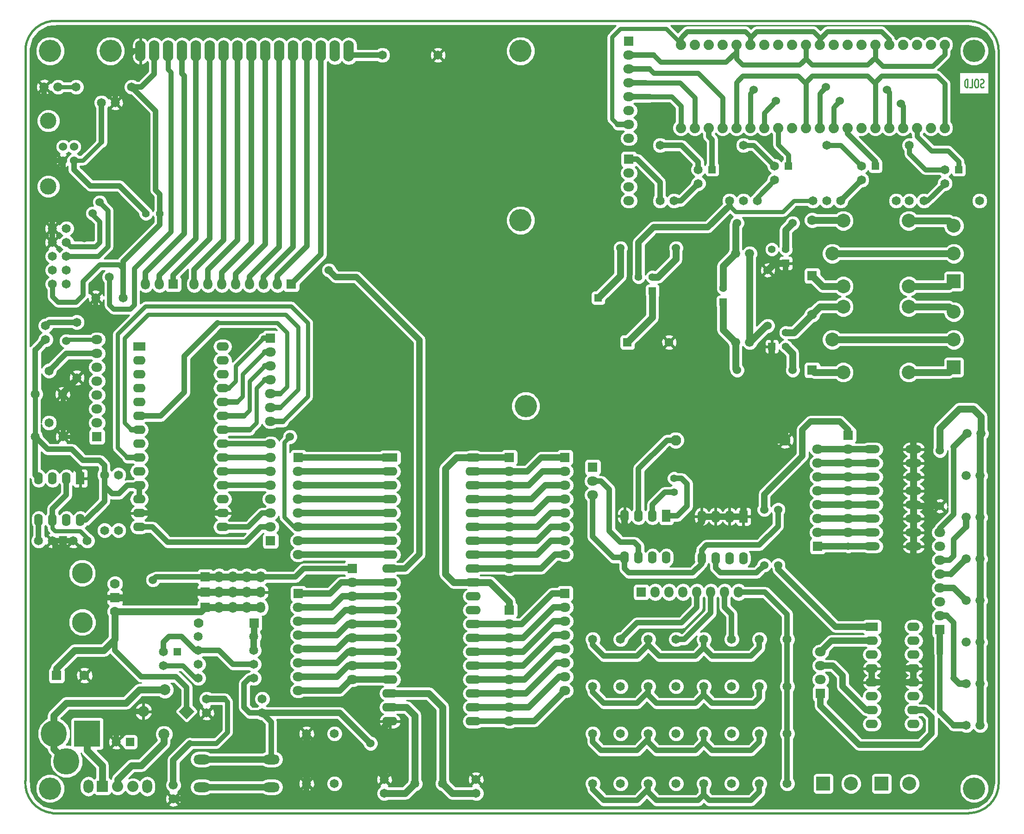
<source format=gbl>
G04 #@! TF.FileFunction,Copper,L2,Bot,Signal*
%FSLAX46Y46*%
G04 Gerber Fmt 4.6, Leading zero omitted, Abs format (unit mm)*
G04 Created by KiCad (PCBNEW 4.0.4-stable) date 12/07/16 10:34:09*
%MOMM*%
%LPD*%
G01*
G04 APERTURE LIST*
%ADD10C,0.150000*%
%ADD11C,0.381000*%
%ADD12C,0.254000*%
%ADD13C,1.778000*%
%ADD14R,1.778000X1.778000*%
%ADD15C,3.810000*%
%ADD16C,3.800000*%
%ADD17C,1.397000*%
%ADD18C,1.651000*%
%ADD19C,1.524000*%
%ADD20C,3.000000*%
%ADD21C,4.800600*%
%ADD22R,4.800600X4.800600*%
%ADD23R,2.794000X1.574800*%
%ADD24O,2.794000X1.574800*%
%ADD25O,2.032000X1.651000*%
%ADD26R,1.524000X1.524000*%
%ADD27R,2.286000X1.574800*%
%ADD28O,2.286000X1.574800*%
%ADD29C,1.676400*%
%ADD30O,1.651000X2.032000*%
%ADD31O,3.048000X1.800000*%
%ADD32C,2.000000*%
%ADD33O,2.954020X1.475740*%
%ADD34O,1.930400X3.860800*%
%ADD35C,1.879600*%
%ADD36C,4.064000*%
%ADD37R,2.032000X2.032000*%
%ADD38C,2.032000*%
%ADD39O,1.800000X2.500000*%
%ADD40C,2.540000*%
%ADD41R,1.600000X1.600000*%
%ADD42C,1.600000*%
%ADD43R,1.397000X1.397000*%
%ADD44R,2.540000X2.540000*%
%ADD45R,1.574800X2.286000*%
%ADD46O,1.574800X2.286000*%
%ADD47C,1.948180*%
%ADD48C,1.016000*%
%ADD49C,0.889000*%
%ADD50C,1.143000*%
%ADD51C,0.762000*%
%ADD52C,1.270000*%
G04 APERTURE END LIST*
D10*
D11*
X59500000Y-34500000D02*
X59500000Y-168500000D01*
X232000000Y-29500000D02*
X65500000Y-29500000D01*
X237500000Y-169000000D02*
X237500000Y-35000000D01*
X64500000Y-174500000D02*
X232000000Y-174500000D01*
X59500000Y-168500000D02*
G75*
G03X64500000Y-174500000I5500000J-500000D01*
G01*
X65500000Y-29500000D02*
G75*
G03X59500000Y-34500000I-500000J-5500000D01*
G01*
X237500000Y-35000000D02*
G75*
G03X232000000Y-29500000I-5500000J0D01*
G01*
X232000000Y-174500000D02*
G75*
G03X237500000Y-169000000I0J5500000D01*
G01*
D12*
X234741714Y-41616857D02*
X234596571Y-41689429D01*
X234354667Y-41689429D01*
X234257905Y-41616857D01*
X234209524Y-41544286D01*
X234161143Y-41399143D01*
X234161143Y-41254000D01*
X234209524Y-41108857D01*
X234257905Y-41036286D01*
X234354667Y-40963714D01*
X234548190Y-40891143D01*
X234644952Y-40818571D01*
X234693333Y-40746000D01*
X234741714Y-40600857D01*
X234741714Y-40455714D01*
X234693333Y-40310571D01*
X234644952Y-40238000D01*
X234548190Y-40165429D01*
X234306286Y-40165429D01*
X234161143Y-40238000D01*
X233532190Y-40165429D02*
X233338667Y-40165429D01*
X233241905Y-40238000D01*
X233145143Y-40383143D01*
X233096762Y-40673429D01*
X233096762Y-41181429D01*
X233145143Y-41471714D01*
X233241905Y-41616857D01*
X233338667Y-41689429D01*
X233532190Y-41689429D01*
X233628952Y-41616857D01*
X233725714Y-41471714D01*
X233774095Y-41181429D01*
X233774095Y-40673429D01*
X233725714Y-40383143D01*
X233628952Y-40238000D01*
X233532190Y-40165429D01*
X232177524Y-41689429D02*
X232661333Y-41689429D01*
X232661333Y-40165429D01*
X231838857Y-41689429D02*
X231838857Y-40165429D01*
X231596952Y-40165429D01*
X231451810Y-40238000D01*
X231355048Y-40383143D01*
X231306667Y-40528286D01*
X231258286Y-40818571D01*
X231258286Y-41036286D01*
X231306667Y-41326571D01*
X231355048Y-41471714D01*
X231451810Y-41616857D01*
X231596952Y-41689429D01*
X231838857Y-41689429D01*
D13*
X75880000Y-137604000D03*
D14*
X75880000Y-135064000D03*
D13*
X75880000Y-132524000D03*
D15*
X69880000Y-139664000D03*
D16*
X69880000Y-130564000D03*
D17*
X178115000Y-115760000D03*
X178115000Y-113220000D03*
D18*
X61315000Y-97805000D03*
X63815000Y-93535000D03*
X66315000Y-97805000D03*
X72364000Y-80160000D03*
X74864000Y-76390000D03*
X77364000Y-80160000D03*
D19*
X68387000Y-55054000D03*
X68387000Y-52514000D03*
X66388020Y-52514000D03*
X66388020Y-55054000D03*
D20*
X63688000Y-59783480D03*
X63688000Y-47784520D03*
D21*
X64704000Y-159956000D03*
D22*
X70800000Y-159956000D03*
D21*
X66990000Y-165036000D03*
D23*
X126172000Y-109410000D03*
D24*
X126172000Y-111950000D03*
X126172000Y-114490000D03*
X126172000Y-117030000D03*
X126172000Y-119570000D03*
X126172000Y-122110000D03*
X126172000Y-124650000D03*
X126172000Y-127190000D03*
X126172000Y-129730000D03*
X126172000Y-132270000D03*
X126172000Y-134810000D03*
X126172000Y-137350000D03*
X126172000Y-139890000D03*
X126172000Y-142430000D03*
X126172000Y-144970000D03*
X126172000Y-147510000D03*
X126172000Y-150050000D03*
X126172000Y-152590000D03*
X126172000Y-155130000D03*
X126172000Y-157670000D03*
X141412000Y-157670000D03*
X141412000Y-155130000D03*
X141412000Y-152590000D03*
X141412000Y-150050000D03*
X141412000Y-147510000D03*
X141412000Y-144970000D03*
X141412000Y-142430000D03*
X141412000Y-139890000D03*
X141412000Y-137350000D03*
X141412000Y-134810000D03*
X141412000Y-132270000D03*
X141412000Y-129730000D03*
X141412000Y-127190000D03*
X141412000Y-124650000D03*
X141412000Y-122110000D03*
X141412000Y-119570000D03*
X141412000Y-117030000D03*
X141412000Y-114490000D03*
X141412000Y-111950000D03*
X141412000Y-109410000D03*
D14*
X119314000Y-129730000D03*
D25*
X119314000Y-132270000D03*
X119314000Y-134810000D03*
X119314000Y-137350000D03*
X119314000Y-139890000D03*
X119314000Y-142430000D03*
X119314000Y-144970000D03*
X119314000Y-147510000D03*
X119314000Y-150050000D03*
D14*
X148016000Y-137350000D03*
D25*
X148016000Y-139890000D03*
X148016000Y-142430000D03*
X148016000Y-144970000D03*
X148016000Y-147510000D03*
X148016000Y-150050000D03*
X148016000Y-152590000D03*
X148016000Y-155130000D03*
X148016000Y-157670000D03*
D18*
X206055000Y-52260000D03*
X206055000Y-62420000D03*
X190815000Y-52260000D03*
X190815000Y-62420000D03*
D19*
X168336000Y-71056000D03*
X178496000Y-71056000D03*
D18*
X175575000Y-52260000D03*
X175575000Y-62420000D03*
D14*
X209992000Y-105346000D03*
D25*
X209992000Y-107886000D03*
X209992000Y-110426000D03*
X209992000Y-112966000D03*
X209992000Y-115506000D03*
X209992000Y-118046000D03*
X209992000Y-120586000D03*
X209992000Y-123126000D03*
D17*
X209992000Y-125666000D03*
D18*
X64450000Y-124650000D03*
X61910000Y-124650000D03*
X70800000Y-124650000D03*
X68260000Y-124650000D03*
X125156000Y-170878000D03*
X125156000Y-168338000D03*
X141920000Y-170878000D03*
X141920000Y-168338000D03*
D26*
X78674000Y-161480000D03*
D18*
X76134000Y-161480000D03*
D14*
X65212000Y-149288000D03*
D13*
X70292000Y-149288000D03*
X203388000Y-83248000D03*
D14*
X203388000Y-93408000D03*
D27*
X214310000Y-140398000D03*
D28*
X214310000Y-142938000D03*
X214310000Y-145478000D03*
X214310000Y-148018000D03*
X214310000Y-150558000D03*
X214310000Y-153098000D03*
X214310000Y-155638000D03*
X214310000Y-158178000D03*
X221930000Y-158178000D03*
X221930000Y-155638000D03*
X221930000Y-153098000D03*
X221930000Y-150558000D03*
X221930000Y-148018000D03*
X221930000Y-145478000D03*
X221930000Y-142938000D03*
X221930000Y-140398000D03*
D29*
X189418000Y-88328000D03*
X191958000Y-88328000D03*
X86548000Y-169354000D03*
X86548000Y-171894000D03*
D19*
X195260000Y-75120000D03*
X195260000Y-85280000D03*
D18*
X92644000Y-153606000D03*
X102804000Y-153606000D03*
X76515000Y-122745000D03*
X76515000Y-112585000D03*
X73975000Y-112585000D03*
X73975000Y-122745000D03*
X102804000Y-156146000D03*
X92644000Y-156146000D03*
D19*
X226756000Y-118300000D03*
X226756000Y-108140000D03*
X189672000Y-93408000D03*
X199832000Y-93408000D03*
X189672000Y-66484000D03*
X199832000Y-66484000D03*
D18*
X61275000Y-105600000D03*
X63815000Y-103060000D03*
X66355000Y-105600000D03*
D14*
X163256000Y-111188000D03*
D25*
X163256000Y-113728000D03*
X163256000Y-116268000D03*
D14*
X92390000Y-131254000D03*
D30*
X94930000Y-131254000D03*
X97470000Y-131254000D03*
X100010000Y-131254000D03*
X102550000Y-131254000D03*
D14*
X92390000Y-134048000D03*
D30*
X94930000Y-134048000D03*
X97470000Y-134048000D03*
X100010000Y-134048000D03*
X102550000Y-134048000D03*
D14*
X92390000Y-136842000D03*
D30*
X94930000Y-136842000D03*
X97470000Y-136842000D03*
X100010000Y-136842000D03*
X102550000Y-136842000D03*
D14*
X169860000Y-33210000D03*
D25*
X169860000Y-35750000D03*
X169860000Y-38290000D03*
X169860000Y-40830000D03*
X169860000Y-43370000D03*
X169860000Y-45910000D03*
X169860000Y-48450000D03*
X169860000Y-50990000D03*
D14*
X158176000Y-109410000D03*
D25*
X158176000Y-111950000D03*
X158176000Y-114490000D03*
X158176000Y-117030000D03*
X158176000Y-119570000D03*
X158176000Y-122110000D03*
X158176000Y-124650000D03*
X158176000Y-127190000D03*
D14*
X158176000Y-134302000D03*
D25*
X158176000Y-136842000D03*
X158176000Y-139382000D03*
X158176000Y-141922000D03*
X158176000Y-144462000D03*
X158176000Y-147002000D03*
X158176000Y-149542000D03*
X158176000Y-152082000D03*
D14*
X109408000Y-134302000D03*
D25*
X109408000Y-136842000D03*
X109408000Y-139382000D03*
X109408000Y-141922000D03*
X109408000Y-144462000D03*
X109408000Y-147002000D03*
X109408000Y-149542000D03*
X109408000Y-152082000D03*
D14*
X109408000Y-109410000D03*
D25*
X109408000Y-111950000D03*
X109408000Y-114490000D03*
X109408000Y-117030000D03*
X109408000Y-119570000D03*
X109408000Y-122110000D03*
X109408000Y-124650000D03*
X109408000Y-127190000D03*
D14*
X226756000Y-140906000D03*
D25*
X226756000Y-138366000D03*
X226756000Y-135826000D03*
X226756000Y-133286000D03*
X226756000Y-130746000D03*
X226756000Y-128206000D03*
X226756000Y-125666000D03*
X226756000Y-123126000D03*
D14*
X148016000Y-109410000D03*
D25*
X148016000Y-111950000D03*
X148016000Y-114490000D03*
X148016000Y-117030000D03*
X148016000Y-119570000D03*
X148016000Y-122110000D03*
X148016000Y-124650000D03*
X148016000Y-127190000D03*
X148016000Y-129730000D03*
D31*
X104455000Y-164655000D03*
X104455000Y-169735000D03*
X91755000Y-164655000D03*
X91755000Y-169735000D03*
D32*
X81072687Y-155892000D03*
X85024000Y-151940687D03*
D10*
G36*
X90389527Y-155892000D02*
X88975313Y-157306214D01*
X87561099Y-155892000D01*
X88975313Y-154477786D01*
X90389527Y-155892000D01*
X90389527Y-155892000D01*
G37*
D32*
X84844395Y-160022918D03*
D33*
X214310000Y-107886000D03*
X214310000Y-110426000D03*
X214310000Y-112966000D03*
X214310000Y-115506000D03*
X214310000Y-118046000D03*
X214310000Y-120586000D03*
X214310000Y-123126000D03*
X214310000Y-125666000D03*
X221930000Y-125666000D03*
X221930000Y-123126000D03*
X221930000Y-120586000D03*
X221930000Y-118046000D03*
X221930000Y-115506000D03*
X221930000Y-112966000D03*
X221930000Y-110426000D03*
X221930000Y-107886000D03*
D34*
X80540000Y-35000000D03*
X83080000Y-35000000D03*
X85620000Y-35000000D03*
X88160000Y-35000000D03*
X90700000Y-35000000D03*
X93240000Y-35000000D03*
X95780000Y-35000000D03*
X98320000Y-35000000D03*
X100860000Y-35000000D03*
X103400000Y-35000000D03*
X105940000Y-35000000D03*
X108480000Y-35000000D03*
X111020000Y-35000000D03*
X113560000Y-35000000D03*
X116100000Y-35000000D03*
X118640000Y-35000000D03*
D35*
X179385000Y-49085000D03*
X181925000Y-49085000D03*
X184465000Y-49085000D03*
X187005000Y-49085000D03*
X189545000Y-49085000D03*
X189545000Y-33845000D03*
X187005000Y-33845000D03*
X184465000Y-33845000D03*
X181925000Y-33845000D03*
X179385000Y-33845000D03*
X192085000Y-49085000D03*
X194625000Y-49085000D03*
X197165000Y-49085000D03*
X199705000Y-49085000D03*
X202245000Y-49085000D03*
X202245000Y-33845000D03*
X199705000Y-33845000D03*
X197165000Y-33845000D03*
X194625000Y-33845000D03*
X192085000Y-33845000D03*
X204785000Y-49085000D03*
X207325000Y-49085000D03*
X209865000Y-49085000D03*
X212405000Y-49085000D03*
X214945000Y-49085000D03*
X214945000Y-33845000D03*
X212405000Y-33845000D03*
X209865000Y-33845000D03*
X207325000Y-33845000D03*
X204785000Y-33845000D03*
X217485000Y-49085000D03*
X220025000Y-49085000D03*
X222565000Y-49085000D03*
X225105000Y-49085000D03*
X227645000Y-49085000D03*
X227645000Y-33845000D03*
X225105000Y-33845000D03*
X222565000Y-33845000D03*
X220025000Y-33845000D03*
X217485000Y-33845000D03*
D18*
X221168000Y-52260000D03*
X221168000Y-62420000D03*
D36*
X233000000Y-170000000D03*
X64000000Y-170000000D03*
X233000000Y-35000000D03*
X64000000Y-35000000D03*
D18*
X135824000Y-169100000D03*
X130744000Y-169100000D03*
X173416000Y-142684000D03*
X178496000Y-142684000D03*
X163256000Y-142684000D03*
X168336000Y-142684000D03*
X183576000Y-142684000D03*
X188656000Y-142684000D03*
X193736000Y-142684000D03*
X198816000Y-142684000D03*
X163256000Y-151320000D03*
X168336000Y-151320000D03*
X173416000Y-151320000D03*
X178496000Y-151320000D03*
X183576000Y-151320000D03*
X188656000Y-151320000D03*
X193736000Y-151320000D03*
X198816000Y-151320000D03*
X163256000Y-159956000D03*
X168336000Y-159956000D03*
X173416000Y-159956000D03*
X178496000Y-159956000D03*
X183576000Y-159956000D03*
X188656000Y-159956000D03*
X193736000Y-159956000D03*
X198816000Y-159956000D03*
X163256000Y-169100000D03*
X168336000Y-169100000D03*
X173416000Y-169100000D03*
X178496000Y-169100000D03*
X183576000Y-169100000D03*
X188656000Y-169100000D03*
X193736000Y-169100000D03*
X198816000Y-169100000D03*
X110932000Y-159956000D03*
X116012000Y-159956000D03*
X110932000Y-169100000D03*
X116012000Y-169100000D03*
D37*
X73588920Y-169608000D03*
D38*
X76388000Y-169608000D03*
X79182000Y-169608000D03*
D39*
X81788040Y-169608000D03*
X70987960Y-169608000D03*
D40*
X209072520Y-81820520D03*
X207071000Y-87820000D03*
X221071480Y-81820520D03*
X221071480Y-93819480D03*
X209072520Y-93819480D03*
X209072520Y-66072520D03*
X207071000Y-72072000D03*
X221071480Y-66072520D03*
X221071480Y-78071480D03*
X209072520Y-78071480D03*
D41*
X169606000Y-88328000D03*
D42*
X177226000Y-88328000D03*
D43*
X87310000Y-144970000D03*
D18*
X84770000Y-144970000D03*
X84770000Y-147510000D03*
X91120000Y-147256000D03*
X101280000Y-147256000D03*
X101280000Y-142176000D03*
X91120000Y-142176000D03*
X101280000Y-144716000D03*
X91120000Y-144716000D03*
X91120000Y-149796000D03*
X101280000Y-149796000D03*
X73406000Y-44450000D03*
X75946000Y-44450000D03*
D43*
X174178000Y-78930000D03*
D17*
X174178000Y-76390000D03*
X171638000Y-76390000D03*
D43*
X230185000Y-56705000D03*
D18*
X227645000Y-56705000D03*
X227645000Y-59245000D03*
D43*
X199070000Y-56070000D03*
D18*
X196530000Y-56070000D03*
X196530000Y-58610000D03*
D43*
X185100000Y-56705000D03*
D18*
X182560000Y-56705000D03*
X182560000Y-59245000D03*
D43*
X214945000Y-56070000D03*
D18*
X212405000Y-56070000D03*
X212405000Y-58610000D03*
D43*
X198562000Y-73850000D03*
D17*
X198562000Y-71310000D03*
X196022000Y-71310000D03*
D43*
X196022000Y-89090000D03*
D17*
X198562000Y-89090000D03*
X198562000Y-86550000D03*
D14*
X104328000Y-124650000D03*
D25*
X104328000Y-122110000D03*
X104328000Y-119570000D03*
X104328000Y-117030000D03*
X104328000Y-114490000D03*
X104328000Y-111950000D03*
X104328000Y-109410000D03*
X104328000Y-106870000D03*
D14*
X104328000Y-87566000D03*
D25*
X104328000Y-90106000D03*
X104328000Y-92646000D03*
X104328000Y-95186000D03*
X104328000Y-97726000D03*
X104328000Y-100266000D03*
X104328000Y-102806000D03*
D19*
X194625000Y-118935000D03*
X194625000Y-129095000D03*
D18*
X68895000Y-84645000D03*
X68895000Y-94805000D03*
X134935000Y-35750000D03*
X124775000Y-35750000D03*
D19*
X197165000Y-129095000D03*
X197165000Y-118935000D03*
D18*
X223835000Y-62420000D03*
X233995000Y-62420000D03*
X208595000Y-62420000D03*
X218755000Y-62420000D03*
X193355000Y-62420000D03*
X203515000Y-62420000D03*
X178115000Y-62420000D03*
X188275000Y-62420000D03*
D29*
X231582000Y-150812000D03*
X234122000Y-150812000D03*
X231582000Y-143192000D03*
X234122000Y-143192000D03*
X231582000Y-135572000D03*
X234122000Y-135572000D03*
X231582000Y-127952000D03*
X234122000Y-127952000D03*
X231582000Y-120332000D03*
X234122000Y-120332000D03*
X231582000Y-112712000D03*
X234122000Y-112712000D03*
D18*
X63180000Y-87820000D03*
X63180000Y-85280000D03*
D17*
X81534000Y-64770000D03*
X84074000Y-64770000D03*
D14*
X108138000Y-77660000D03*
D30*
X105598000Y-77660000D03*
X103058000Y-77660000D03*
X100518000Y-77660000D03*
X97978000Y-77660000D03*
X95438000Y-77660000D03*
X92898000Y-77660000D03*
X90358000Y-77660000D03*
D44*
X216088000Y-169100000D03*
D40*
X221168000Y-169100000D03*
D18*
X66990000Y-77660000D03*
X64450000Y-77660000D03*
X66990000Y-75120000D03*
X64450000Y-75120000D03*
X66990000Y-72580000D03*
X64450000Y-72580000D03*
X66990000Y-70040000D03*
X64450000Y-70040000D03*
X66990000Y-67500000D03*
X64450000Y-67500000D03*
D29*
X189418000Y-72072000D03*
X191958000Y-72072000D03*
X231730000Y-105000000D03*
X234270000Y-105000000D03*
D45*
X190815000Y-120205000D03*
D46*
X188275000Y-120205000D03*
X185735000Y-120205000D03*
X183195000Y-120205000D03*
X183195000Y-127825000D03*
X185735000Y-127825000D03*
X188275000Y-127825000D03*
X190815000Y-127825000D03*
D45*
X176718000Y-120078000D03*
D46*
X174178000Y-120078000D03*
X171638000Y-120078000D03*
X169098000Y-120078000D03*
X169098000Y-127698000D03*
X171638000Y-127698000D03*
X174178000Y-127698000D03*
X176718000Y-127698000D03*
D47*
X178435040Y-106235000D03*
X198435000Y-106235000D03*
D13*
X203388000Y-65976000D03*
D14*
X203388000Y-76136000D03*
X204404000Y-125666000D03*
D25*
X204404000Y-123126000D03*
X204404000Y-120586000D03*
X204404000Y-118046000D03*
X204404000Y-115506000D03*
X204404000Y-112966000D03*
X204404000Y-110426000D03*
X204404000Y-107886000D03*
D44*
X229296000Y-77152000D03*
D40*
X229296000Y-72072000D03*
X229296000Y-66992000D03*
D14*
X86548000Y-77660000D03*
D30*
X84008000Y-77660000D03*
X81468000Y-77660000D03*
D14*
X172146000Y-134048000D03*
D30*
X174686000Y-134048000D03*
X177226000Y-134048000D03*
X179766000Y-134048000D03*
X182306000Y-134048000D03*
X184846000Y-134048000D03*
X187386000Y-134048000D03*
X189926000Y-134048000D03*
D14*
X169860000Y-54800000D03*
D25*
X169860000Y-57340000D03*
X169860000Y-59880000D03*
X169860000Y-62420000D03*
D44*
X229296000Y-92900000D03*
D40*
X229296000Y-87820000D03*
X229296000Y-82740000D03*
D44*
X205420000Y-169100000D03*
D40*
X210500000Y-169100000D03*
D43*
X187132000Y-80962000D03*
D17*
X187132000Y-78422000D03*
D14*
X204912000Y-152590000D03*
D25*
X204912000Y-150050000D03*
X204912000Y-147510000D03*
X204912000Y-144970000D03*
D27*
X80325000Y-89090000D03*
D28*
X80325000Y-91630000D03*
X80325000Y-94170000D03*
X80325000Y-96710000D03*
X80325000Y-99250000D03*
X80325000Y-101790000D03*
X80325000Y-104330000D03*
X80325000Y-106870000D03*
X80325000Y-109410000D03*
X80325000Y-111950000D03*
X80325000Y-114490000D03*
X80325000Y-117030000D03*
X80325000Y-119570000D03*
X80325000Y-122110000D03*
X95565000Y-122110000D03*
X95565000Y-119570000D03*
X95565000Y-117030000D03*
X95565000Y-114490000D03*
X95565000Y-111950000D03*
X95565000Y-109410000D03*
X95565000Y-106870000D03*
X95565000Y-104330000D03*
X95565000Y-101790000D03*
X95565000Y-99250000D03*
X95565000Y-96710000D03*
X95565000Y-94170000D03*
X95565000Y-91630000D03*
X95565000Y-89090000D03*
D45*
X69530000Y-113220000D03*
D46*
X66990000Y-113220000D03*
X64450000Y-113220000D03*
X61910000Y-113220000D03*
X61910000Y-120840000D03*
X64450000Y-120840000D03*
X66990000Y-120840000D03*
X69530000Y-120840000D03*
D14*
X72578000Y-105600000D03*
D25*
X72578000Y-103060000D03*
X72578000Y-100520000D03*
X72578000Y-97980000D03*
X72578000Y-95440000D03*
X72578000Y-92900000D03*
X72578000Y-90360000D03*
X72578000Y-87820000D03*
D18*
X231582000Y-158432000D03*
D29*
X234122000Y-158432000D03*
D43*
X164272000Y-80200000D03*
D18*
X68768000Y-41592000D03*
X78928000Y-41592000D03*
D29*
X65466000Y-41592000D03*
X62926000Y-41592000D03*
D13*
X91186000Y-139700000D03*
D14*
X101346000Y-139700000D03*
D36*
X151000000Y-100000000D03*
X150050500Y-34988500D03*
X150050500Y-65976500D03*
X75057000Y-34988500D03*
D19*
X82804000Y-131826000D03*
X196784000Y-44132000D03*
X208468000Y-44132000D03*
X219644000Y-44640000D03*
X192720000Y-42100000D03*
X205928000Y-41592000D03*
X217104000Y-42100000D03*
X107884000Y-105600000D03*
X122616000Y-161734000D03*
X73086000Y-62674000D03*
X114996000Y-75120000D03*
X71816000Y-64706000D03*
X198562000Y-82486000D03*
X63942000Y-109918000D03*
X70292000Y-69278000D03*
X66990000Y-88074000D03*
D48*
X77364000Y-80160000D02*
X77364000Y-78970000D01*
X77364000Y-78970000D02*
X77404000Y-78930000D01*
X61315000Y-97805000D02*
X61315000Y-89685000D01*
D49*
X61315000Y-89685000D02*
X63180000Y-87820000D01*
X61275000Y-105600000D02*
X61275000Y-97845000D01*
X61275000Y-97845000D02*
X61315000Y-97805000D01*
X77404000Y-78105000D02*
X77404000Y-80120000D01*
X77404000Y-80120000D02*
X77364000Y-80160000D01*
D48*
X83376000Y-131254000D02*
X92390000Y-131254000D01*
X82804000Y-131826000D02*
X83376000Y-131254000D01*
D50*
X101346000Y-139700000D02*
X101346000Y-142110000D01*
D48*
X101346000Y-142110000D02*
X101280000Y-142176000D01*
X84074000Y-64770000D02*
X84074000Y-61214000D01*
X83312000Y-45976000D02*
X78928000Y-41592000D01*
X83312000Y-60452000D02*
X83312000Y-45976000D01*
X84074000Y-61214000D02*
X83312000Y-60452000D01*
X77404000Y-78930000D02*
X77404000Y-78105000D01*
X77404000Y-78105000D02*
X77404000Y-73472000D01*
X84074000Y-66802000D02*
X84074000Y-64770000D01*
X77404000Y-73472000D02*
X84074000Y-66802000D01*
D51*
X188275000Y-62420000D02*
X188275000Y-63309000D01*
X188275000Y-63309000D02*
X189418000Y-64452000D01*
X189418000Y-64452000D02*
X198054000Y-64452000D01*
X198054000Y-64452000D02*
X200086000Y-62420000D01*
X200086000Y-62420000D02*
X203515000Y-62420000D01*
D50*
X171638000Y-76390000D02*
X171638000Y-70040000D01*
X184338000Y-67246000D02*
X188275000Y-63309000D01*
X174432000Y-67246000D02*
X184338000Y-67246000D01*
X171638000Y-70040000D02*
X174432000Y-67246000D01*
X197165000Y-129095000D02*
X197165000Y-129857000D01*
X197165000Y-129857000D02*
X207706000Y-140398000D01*
X207706000Y-140398000D02*
X214310000Y-140398000D01*
X194625000Y-118935000D02*
X194625000Y-116141000D01*
X194625000Y-116141000D02*
X201610000Y-109156000D01*
X201610000Y-109156000D02*
X201610000Y-104330000D01*
X201610000Y-104330000D02*
X203134000Y-102806000D01*
X203134000Y-102806000D02*
X208468000Y-102806000D01*
X208468000Y-102806000D02*
X209992000Y-104330000D01*
X209992000Y-104330000D02*
X209992000Y-105346000D01*
D48*
X73975000Y-112585000D02*
X73975000Y-110807000D01*
X73975000Y-110807000D02*
X73086000Y-109918000D01*
X73086000Y-109918000D02*
X70038000Y-109918000D01*
X70038000Y-109918000D02*
X68006000Y-107886000D01*
X68006000Y-107886000D02*
X63561000Y-107886000D01*
X73975000Y-110807000D02*
X73086000Y-109918000D01*
X63561000Y-107886000D02*
X61275000Y-105600000D01*
D49*
X77404000Y-78930000D02*
X77404000Y-74866000D01*
X64450000Y-79946000D02*
X64450000Y-77660000D01*
X65466000Y-80962000D02*
X64450000Y-79946000D01*
X68768000Y-80962000D02*
X65466000Y-80962000D01*
X70038000Y-79692000D02*
X68768000Y-80962000D01*
X70038000Y-77152000D02*
X70038000Y-79692000D01*
X73086000Y-74104000D02*
X70038000Y-77152000D01*
X76642000Y-74104000D02*
X73086000Y-74104000D01*
X77404000Y-74866000D02*
X76642000Y-74104000D01*
D48*
X102550000Y-131254000D02*
X108900000Y-131254000D01*
X110424000Y-129730000D02*
X108900000Y-131254000D01*
X110424000Y-129730000D02*
X119314000Y-129730000D01*
X83080000Y-35000000D02*
X83080000Y-39218000D01*
X80706000Y-41592000D02*
X78928000Y-41592000D01*
X83080000Y-39218000D02*
X80706000Y-41592000D01*
X61275000Y-89725000D02*
X63180000Y-87820000D01*
X80325000Y-117030000D02*
X80325000Y-114490000D01*
X69530000Y-120840000D02*
X70546000Y-120840000D01*
X73975000Y-117411000D02*
X73975000Y-112585000D01*
X70546000Y-120840000D02*
X73975000Y-117411000D01*
X80325000Y-114490000D02*
X78166000Y-114490000D01*
X73975000Y-114617000D02*
X73975000Y-112585000D01*
X75372000Y-116014000D02*
X73975000Y-114617000D01*
X76642000Y-116014000D02*
X75372000Y-116014000D01*
X78166000Y-114490000D02*
X76642000Y-116014000D01*
X73975000Y-110807000D02*
X73086000Y-109918000D01*
X61275000Y-105600000D02*
X61275000Y-112585000D01*
X61275000Y-112585000D02*
X61910000Y-113220000D01*
D51*
X61275000Y-112585000D02*
X61910000Y-113220000D01*
D52*
X100010000Y-131254000D02*
X102550000Y-131254000D01*
X97470000Y-131254000D02*
X100010000Y-131254000D01*
X94930000Y-131254000D02*
X97470000Y-131254000D01*
X92390000Y-131254000D02*
X94930000Y-131254000D01*
D50*
X101280000Y-142176000D02*
X101280000Y-144716000D01*
X104455000Y-169735000D02*
X91755000Y-169735000D01*
D52*
X141412000Y-132270000D02*
X144460000Y-132270000D01*
X144460000Y-132270000D02*
X148016000Y-135826000D01*
X148016000Y-135826000D02*
X148016000Y-137350000D01*
X141412000Y-109410000D02*
X138364000Y-109410000D01*
X138364000Y-109410000D02*
X136332000Y-111442000D01*
X136332000Y-111442000D02*
X136332000Y-130746000D01*
X136332000Y-130746000D02*
X137856000Y-132270000D01*
X137856000Y-132270000D02*
X141412000Y-132270000D01*
D50*
X148016000Y-109410000D02*
X141412000Y-109410000D01*
D52*
X209072520Y-93819480D02*
X203799480Y-93819480D01*
X203799480Y-93819480D02*
X203388000Y-93408000D01*
X209072520Y-78071480D02*
X205323480Y-78071480D01*
X205323480Y-78071480D02*
X203388000Y-76136000D01*
D48*
X88975313Y-155892000D02*
X88975313Y-151461313D01*
X75880000Y-144716000D02*
X75880000Y-137604000D01*
X80706000Y-149542000D02*
X75880000Y-144716000D01*
X87056000Y-149542000D02*
X80706000Y-149542000D01*
X88975313Y-151461313D02*
X87056000Y-149542000D01*
D52*
X65212000Y-149288000D02*
X65212000Y-148018000D01*
X65212000Y-148018000D02*
X68514000Y-144716000D01*
X68514000Y-144716000D02*
X73848000Y-144716000D01*
X73848000Y-144716000D02*
X75880000Y-142684000D01*
X75880000Y-142684000D02*
X75880000Y-137604000D01*
X100010000Y-136842000D02*
X102550000Y-136842000D01*
X97470000Y-136842000D02*
X100010000Y-136842000D01*
X94930000Y-136842000D02*
X97470000Y-136842000D01*
X92390000Y-136842000D02*
X94930000Y-136842000D01*
X75880000Y-137604000D02*
X91628000Y-137604000D01*
X91628000Y-137604000D02*
X92390000Y-136842000D01*
D49*
X202245000Y-49085000D02*
X202245000Y-40957000D01*
X189545000Y-40703000D02*
X189545000Y-49085000D01*
X190688000Y-39560000D02*
X189545000Y-40703000D01*
X200848000Y-39560000D02*
X190688000Y-39560000D01*
X202245000Y-40957000D02*
X200848000Y-39560000D01*
X214945000Y-49085000D02*
X214945000Y-40957000D01*
X202245000Y-40703000D02*
X202245000Y-49085000D01*
X203388000Y-39560000D02*
X202245000Y-40703000D01*
X213548000Y-39560000D02*
X203388000Y-39560000D01*
X214945000Y-40957000D02*
X213548000Y-39560000D01*
X227645000Y-49085000D02*
X227645000Y-40957000D01*
X214945000Y-40703000D02*
X214945000Y-49085000D01*
X216088000Y-39560000D02*
X214945000Y-40703000D01*
X226248000Y-39560000D02*
X216088000Y-39560000D01*
X227645000Y-40957000D02*
X226248000Y-39560000D01*
D52*
X189418000Y-72072000D02*
X189418000Y-66738000D01*
X189418000Y-66738000D02*
X189672000Y-66484000D01*
X187132000Y-78422000D02*
X187132000Y-74358000D01*
X187132000Y-74358000D02*
X189418000Y-72072000D01*
X187132000Y-80962000D02*
X187132000Y-86042000D01*
X187132000Y-86042000D02*
X189418000Y-88328000D01*
X189418000Y-88328000D02*
X189418000Y-93154000D01*
X189418000Y-93154000D02*
X189672000Y-93408000D01*
D49*
X189545000Y-33845000D02*
X189545000Y-35115000D01*
D48*
X174432000Y-35750000D02*
X169860000Y-35750000D01*
D49*
X175702000Y-37020000D02*
X174432000Y-35750000D01*
X187640000Y-37020000D02*
X175702000Y-37020000D01*
X189545000Y-35115000D02*
X187640000Y-37020000D01*
X202245000Y-33845000D02*
X202245000Y-36385000D01*
X202245000Y-36385000D02*
X201102000Y-37528000D01*
X189545000Y-36385000D02*
X189545000Y-33845000D01*
X190688000Y-37528000D02*
X189545000Y-36385000D01*
X201102000Y-37528000D02*
X190688000Y-37528000D01*
X214945000Y-33845000D02*
X214945000Y-36131000D01*
X203388000Y-37528000D02*
X202245000Y-36385000D01*
X213548000Y-37528000D02*
X203388000Y-37528000D01*
X214945000Y-36131000D02*
X213548000Y-37528000D01*
X227645000Y-33845000D02*
X227645000Y-35623000D01*
X214945000Y-36385000D02*
X214945000Y-33845000D01*
X216342000Y-37782000D02*
X214945000Y-36385000D01*
X225486000Y-37782000D02*
X216342000Y-37782000D01*
X227645000Y-35623000D02*
X225486000Y-37782000D01*
X187005000Y-49085000D02*
X187005000Y-43497000D01*
D48*
X173670000Y-38290000D02*
X169860000Y-38290000D01*
D49*
X174432000Y-39052000D02*
X173670000Y-38290000D01*
X182560000Y-39052000D02*
X174432000Y-39052000D01*
X187005000Y-43497000D02*
X182560000Y-39052000D01*
D48*
X172974000Y-40830000D02*
X169860000Y-40830000D01*
D49*
X181925000Y-49085000D02*
X181925000Y-43497000D01*
X179258000Y-40830000D02*
X172974000Y-40830000D01*
X181925000Y-43497000D02*
X179258000Y-40830000D01*
X194625000Y-46291000D02*
X194625000Y-49085000D01*
X196784000Y-44132000D02*
X194625000Y-46291000D01*
X220025000Y-49085000D02*
X220025000Y-45021000D01*
X207325000Y-45275000D02*
X207325000Y-49085000D01*
X208468000Y-44132000D02*
X207325000Y-45275000D01*
X220025000Y-45021000D02*
X219644000Y-44640000D01*
D48*
X173736000Y-43370000D02*
X169860000Y-43370000D01*
D49*
X179385000Y-49085000D02*
X179385000Y-45021000D01*
X179385000Y-45021000D02*
X177734000Y-43370000D01*
X177734000Y-43370000D02*
X173736000Y-43370000D01*
X192085000Y-42735000D02*
X192085000Y-49085000D01*
X192720000Y-42100000D02*
X192085000Y-42735000D01*
X217485000Y-49085000D02*
X217485000Y-42481000D01*
X204785000Y-42735000D02*
X204785000Y-49085000D01*
X205928000Y-41592000D02*
X204785000Y-42735000D01*
X217485000Y-42481000D02*
X217104000Y-42100000D01*
D51*
X179385000Y-33845000D02*
X179385000Y-33591000D01*
D48*
X167828000Y-48450000D02*
X169860000Y-48450000D01*
D51*
X166812000Y-47434000D02*
X167828000Y-48450000D01*
X166812000Y-32448000D02*
X166812000Y-47434000D01*
X168336000Y-30924000D02*
X166812000Y-32448000D01*
X176718000Y-30924000D02*
X168336000Y-30924000D01*
X179385000Y-33591000D02*
X176718000Y-30924000D01*
D49*
X192085000Y-33845000D02*
X192085000Y-32321000D01*
X179385000Y-32575000D02*
X179385000Y-33845000D01*
X180528000Y-31432000D02*
X179385000Y-32575000D01*
X191196000Y-31432000D02*
X180528000Y-31432000D01*
X192085000Y-32321000D02*
X191196000Y-31432000D01*
X204785000Y-33845000D02*
X204785000Y-32575000D01*
X192085000Y-32575000D02*
X192085000Y-33845000D01*
X193228000Y-31432000D02*
X192085000Y-32575000D01*
X203642000Y-31432000D02*
X193228000Y-31432000D01*
X204785000Y-32575000D02*
X203642000Y-31432000D01*
X217485000Y-33845000D02*
X217485000Y-32829000D01*
X204785000Y-32829000D02*
X204785000Y-33845000D01*
X206182000Y-31432000D02*
X204785000Y-32829000D01*
X216088000Y-31432000D02*
X206182000Y-31432000D01*
X217485000Y-32829000D02*
X216088000Y-31432000D01*
D48*
X104328000Y-100266000D02*
X106106000Y-100266000D01*
X78928000Y-104330000D02*
X80325000Y-104330000D01*
D51*
X77658000Y-103060000D02*
X78928000Y-104330000D01*
X77658000Y-87566000D02*
X77658000Y-103060000D01*
X81976000Y-83248000D02*
X77658000Y-87566000D01*
X107122000Y-83248000D02*
X81976000Y-83248000D01*
X109408000Y-85534000D02*
X107122000Y-83248000D01*
X109408000Y-96964000D02*
X109408000Y-85534000D01*
X106106000Y-100266000D02*
X109408000Y-96964000D01*
D48*
X68895000Y-84645000D02*
X63815000Y-84645000D01*
X63815000Y-84645000D02*
X63180000Y-85280000D01*
X104328000Y-102806000D02*
X106614000Y-102806000D01*
X78166000Y-109410000D02*
X80325000Y-109410000D01*
D51*
X76388000Y-107632000D02*
X78166000Y-109410000D01*
X76388000Y-86804000D02*
X76388000Y-107632000D01*
X81468000Y-81724000D02*
X76388000Y-86804000D01*
X108138000Y-81724000D02*
X81468000Y-81724000D01*
X111186000Y-84772000D02*
X108138000Y-81724000D01*
X111186000Y-98234000D02*
X111186000Y-84772000D01*
X106614000Y-102806000D02*
X111186000Y-98234000D01*
D50*
X119314000Y-137350000D02*
X118044000Y-137350000D01*
X116012000Y-139382000D02*
X109408000Y-139382000D01*
X118044000Y-137350000D02*
X116012000Y-139382000D01*
X119314000Y-137350000D02*
X126172000Y-137350000D01*
X119314000Y-139890000D02*
X118552000Y-139890000D01*
X116520000Y-141922000D02*
X109408000Y-141922000D01*
X118552000Y-139890000D02*
X116520000Y-141922000D01*
X126172000Y-139890000D02*
X119314000Y-139890000D01*
X214310000Y-142938000D02*
X206944000Y-142938000D01*
X206944000Y-142938000D02*
X204912000Y-144970000D01*
X214310000Y-155638000D02*
X213294000Y-155638000D01*
X207198000Y-147510000D02*
X204912000Y-147510000D01*
X208976000Y-149288000D02*
X207198000Y-147510000D01*
X208976000Y-151320000D02*
X208976000Y-149288000D01*
X213294000Y-155638000D02*
X208976000Y-151320000D01*
X204912000Y-152590000D02*
X204912000Y-154876000D01*
X223962000Y-155638000D02*
X221930000Y-155638000D01*
X225232000Y-156908000D02*
X223962000Y-155638000D01*
X225232000Y-159956000D02*
X225232000Y-156908000D01*
X223200000Y-161988000D02*
X225232000Y-159956000D01*
X212024000Y-161988000D02*
X223200000Y-161988000D01*
X204912000Y-154876000D02*
X212024000Y-161988000D01*
D48*
X171638000Y-127698000D02*
X171638000Y-125666000D01*
X164780000Y-113728000D02*
X163256000Y-113728000D01*
X166304000Y-115252000D02*
X164780000Y-113728000D01*
X166304000Y-122872000D02*
X166304000Y-115252000D01*
X168336000Y-124904000D02*
X166304000Y-122872000D01*
X170876000Y-124904000D02*
X168336000Y-124904000D01*
X171638000Y-125666000D02*
X170876000Y-124904000D01*
X185735000Y-127825000D02*
X185735000Y-129603000D01*
X193228000Y-130492000D02*
X194625000Y-129095000D01*
X186624000Y-130492000D02*
X193228000Y-130492000D01*
X185735000Y-129603000D02*
X186624000Y-130492000D01*
X169098000Y-127698000D02*
X167066000Y-127698000D01*
X163256000Y-123888000D02*
X163256000Y-116268000D01*
X167066000Y-127698000D02*
X163256000Y-123888000D01*
X183195000Y-127825000D02*
X183195000Y-128841000D01*
X169098000Y-129730000D02*
X169098000Y-127698000D01*
X169860000Y-130492000D02*
X169098000Y-129730000D01*
X181544000Y-130492000D02*
X169860000Y-130492000D01*
X183195000Y-128841000D02*
X181544000Y-130492000D01*
X183195000Y-127825000D02*
X183195000Y-126301000D01*
X197165000Y-121983000D02*
X197165000Y-118935000D01*
X193736000Y-125412000D02*
X197165000Y-121983000D01*
X184084000Y-125412000D02*
X193736000Y-125412000D01*
X183195000Y-126301000D02*
X184084000Y-125412000D01*
D50*
X126172000Y-124650000D02*
X109408000Y-124650000D01*
D51*
X108646000Y-122110000D02*
X106868000Y-120332000D01*
X106868000Y-120332000D02*
X106868000Y-106616000D01*
X106868000Y-106616000D02*
X107884000Y-105600000D01*
X109408000Y-122110000D02*
X108646000Y-122110000D01*
D50*
X109408000Y-122110000D02*
X126172000Y-122110000D01*
X102804000Y-156146000D02*
X117028000Y-156146000D01*
X117028000Y-156146000D02*
X122616000Y-161734000D01*
D48*
X101280000Y-149796000D02*
X100518000Y-149796000D01*
X100518000Y-156146000D02*
X102804000Y-156146000D01*
X99502000Y-155130000D02*
X100518000Y-156146000D01*
X99502000Y-150812000D02*
X99502000Y-155130000D01*
X100518000Y-149796000D02*
X99502000Y-150812000D01*
X104455000Y-164655000D02*
X104455000Y-157797000D01*
X104455000Y-157797000D02*
X102804000Y-156146000D01*
D50*
X120076000Y-76390000D02*
X116266000Y-76390000D01*
X128966000Y-129730000D02*
X131572000Y-127124000D01*
X131572000Y-127124000D02*
X131572000Y-87886000D01*
X131572000Y-87886000D02*
X120076000Y-76390000D01*
X126172000Y-129730000D02*
X128966000Y-129730000D01*
D49*
X72832000Y-72580000D02*
X66990000Y-72580000D01*
X74610000Y-70802000D02*
X72832000Y-72580000D01*
X74610000Y-64198000D02*
X74610000Y-70802000D01*
X73086000Y-62674000D02*
X74610000Y-64198000D01*
D50*
X116266000Y-76390000D02*
X114996000Y-75120000D01*
X91755000Y-164655000D02*
X104455000Y-164655000D01*
X119314000Y-132270000D02*
X117282000Y-132270000D01*
X115250000Y-134302000D02*
X109408000Y-134302000D01*
X117282000Y-132270000D02*
X115250000Y-134302000D01*
X119314000Y-132270000D02*
X126172000Y-132270000D01*
D49*
X71816000Y-64706000D02*
X71816000Y-64960000D01*
X67752000Y-70802000D02*
X66990000Y-70040000D01*
X72324000Y-70802000D02*
X67752000Y-70802000D01*
X73086000Y-70040000D02*
X72324000Y-70802000D01*
X73086000Y-66230000D02*
X73086000Y-70040000D01*
X71816000Y-64960000D02*
X73086000Y-66230000D01*
D50*
X126172000Y-127190000D02*
X122616000Y-127190000D01*
X122616000Y-127190000D02*
X109408000Y-127190000D01*
X119314000Y-134810000D02*
X117536000Y-134810000D01*
X115504000Y-136842000D02*
X109408000Y-136842000D01*
X117536000Y-134810000D02*
X115504000Y-136842000D01*
X126172000Y-134810000D02*
X119314000Y-134810000D01*
D48*
X68895000Y-94805000D02*
X68895000Y-95225000D01*
X68895000Y-95225000D02*
X66315000Y-97805000D01*
D49*
X66315000Y-97805000D02*
X66315000Y-97385000D01*
X66315000Y-97385000D02*
X68895000Y-94805000D01*
X66355000Y-105600000D02*
X66355000Y-97845000D01*
X66355000Y-97845000D02*
X66315000Y-97805000D01*
X72325500Y-82487500D02*
X72325500Y-80198500D01*
X72325500Y-80198500D02*
X72364000Y-80160000D01*
D48*
X95565000Y-119570000D02*
X80325000Y-119570000D01*
X69088000Y-47752000D02*
X69088000Y-45212000D01*
X74930000Y-41656000D02*
X75946000Y-42672000D01*
X72644000Y-41656000D02*
X74930000Y-41656000D01*
X69088000Y-45212000D02*
X72644000Y-41656000D01*
X75946000Y-42672000D02*
X75946000Y-44450000D01*
X66388020Y-55054000D02*
X64452000Y-55054000D01*
X62926000Y-44130000D02*
X62926000Y-41592000D01*
X63754000Y-44958000D02*
X62926000Y-44130000D01*
X67818000Y-44958000D02*
X63754000Y-44958000D01*
X69088000Y-46228000D02*
X67818000Y-44958000D01*
X69088000Y-48260000D02*
X69088000Y-47752000D01*
X69088000Y-47752000D02*
X69088000Y-46228000D01*
X67564000Y-49784000D02*
X69088000Y-48260000D01*
X65786000Y-49784000D02*
X67564000Y-49784000D01*
X63246000Y-52324000D02*
X65786000Y-49784000D01*
X63246000Y-53848000D02*
X63246000Y-52324000D01*
X64452000Y-55054000D02*
X63246000Y-53848000D01*
X75946000Y-44450000D02*
X75946000Y-38354000D01*
X79300000Y-35000000D02*
X80540000Y-35000000D01*
X75946000Y-38354000D02*
X79300000Y-35000000D01*
D51*
X75184000Y-41910000D02*
X75946000Y-42672000D01*
X75946000Y-42672000D02*
X75946000Y-44450000D01*
D48*
X198562000Y-82486000D02*
X198562000Y-73850000D01*
D50*
X221930000Y-148018000D02*
X219390000Y-148018000D01*
X221930000Y-128460000D02*
X221930000Y-125666000D01*
X218120000Y-132270000D02*
X221930000Y-128460000D01*
X218120000Y-146748000D02*
X218120000Y-132270000D01*
X219390000Y-148018000D02*
X218120000Y-146748000D01*
X226756000Y-118300000D02*
X222184000Y-118300000D01*
X222184000Y-118300000D02*
X221930000Y-118046000D01*
X221930000Y-107886000D02*
X221930000Y-102552000D01*
X198435000Y-101917000D02*
X198435000Y-106235000D01*
X202118000Y-98234000D02*
X198435000Y-101917000D01*
X217612000Y-98234000D02*
X202118000Y-98234000D01*
X221930000Y-102552000D02*
X217612000Y-98234000D01*
X196022000Y-89090000D02*
X196022000Y-103822000D01*
X196022000Y-103822000D02*
X198435000Y-106235000D01*
D48*
X86548000Y-171894000D02*
X88072000Y-171894000D01*
X110932000Y-170370000D02*
X110932000Y-169100000D01*
X108900000Y-172402000D02*
X110932000Y-170370000D01*
X88580000Y-172402000D02*
X108900000Y-172402000D01*
X88072000Y-171894000D02*
X88580000Y-172402000D01*
X75880000Y-135064000D02*
X66990000Y-135064000D01*
X64958000Y-125158000D02*
X64450000Y-124650000D01*
X64958000Y-133032000D02*
X64958000Y-125158000D01*
X66990000Y-135064000D02*
X64958000Y-133032000D01*
X69530000Y-113220000D02*
X69530000Y-112204000D01*
X67244000Y-109918000D02*
X63942000Y-109918000D01*
X69530000Y-112204000D02*
X67244000Y-109918000D01*
D51*
X66355000Y-105600000D02*
X68514000Y-105600000D01*
X75118000Y-85280000D02*
X75118000Y-107124000D01*
X72324000Y-82486000D02*
X72325500Y-82487500D01*
X72325500Y-82487500D02*
X75118000Y-85280000D01*
X68514000Y-105600000D02*
X71054000Y-108140000D01*
X71054000Y-108140000D02*
X74102000Y-108140000D01*
X74102000Y-108140000D02*
X75118000Y-107124000D01*
D49*
X69530000Y-63436000D02*
X67752000Y-61658000D01*
X69530000Y-68516000D02*
X69530000Y-63436000D01*
X70292000Y-69278000D02*
X69530000Y-68516000D01*
D48*
X64450000Y-67500000D02*
X64450000Y-64960000D01*
X66388020Y-58262020D02*
X66388020Y-55054000D01*
X67752000Y-59626000D02*
X66388020Y-58262020D01*
X67752000Y-61658000D02*
X67752000Y-59626000D01*
X64450000Y-64960000D02*
X67752000Y-61658000D01*
X64450000Y-70040000D02*
X64450000Y-67500000D01*
X64450000Y-124650000D02*
X68260000Y-124650000D01*
X81072687Y-155892000D02*
X79182000Y-155892000D01*
X79182000Y-155892000D02*
X76134000Y-158940000D01*
X76134000Y-158940000D02*
X76134000Y-161480000D01*
D52*
X92390000Y-134048000D02*
X79436000Y-134048000D01*
X78420000Y-135064000D02*
X75880000Y-135064000D01*
X79436000Y-134048000D02*
X78420000Y-135064000D01*
X94930000Y-134048000D02*
X92390000Y-134048000D01*
X97470000Y-134048000D02*
X94930000Y-134048000D01*
X100010000Y-134048000D02*
X97470000Y-134048000D01*
X102550000Y-134048000D02*
X100010000Y-134048000D01*
X110932000Y-168084000D02*
X110932000Y-167322000D01*
X125156000Y-167322000D02*
X125156000Y-168338000D01*
X123632000Y-165798000D02*
X125156000Y-167322000D01*
X112456000Y-165798000D02*
X123632000Y-165798000D01*
X110932000Y-167322000D02*
X112456000Y-165798000D01*
X110932000Y-159956000D02*
X110932000Y-168084000D01*
X110932000Y-168084000D02*
X110932000Y-169100000D01*
X125156000Y-168338000D02*
X125156000Y-158686000D01*
X125156000Y-158686000D02*
X126172000Y-157670000D01*
X198562000Y-73850000D02*
X196530000Y-73850000D01*
X196530000Y-73850000D02*
X195260000Y-75120000D01*
D50*
X198435000Y-106235000D02*
X196657000Y-106235000D01*
X190815000Y-112077000D02*
X190815000Y-120205000D01*
X196657000Y-106235000D02*
X190815000Y-112077000D01*
X183195000Y-121221000D02*
X183195000Y-120205000D01*
X170876000Y-123380000D02*
X181036000Y-123380000D01*
X181036000Y-123380000D02*
X183195000Y-121221000D01*
X169098000Y-120078000D02*
X169098000Y-121602000D01*
X169098000Y-121602000D02*
X170876000Y-123380000D01*
X183195000Y-120205000D02*
X185735000Y-120205000D01*
X188275000Y-120205000D02*
X185735000Y-120205000D01*
X190815000Y-120205000D02*
X188275000Y-120205000D01*
X221930000Y-150558000D02*
X214310000Y-150558000D01*
X221930000Y-148018000D02*
X221930000Y-150558000D01*
X214310000Y-148018000D02*
X214310000Y-150558000D01*
D52*
X221930000Y-123126000D02*
X221930000Y-125666000D01*
X221930000Y-120586000D02*
X221930000Y-123126000D01*
X221930000Y-118046000D02*
X221930000Y-120586000D01*
X221930000Y-115506000D02*
X221930000Y-118046000D01*
X221930000Y-112966000D02*
X221930000Y-115506000D01*
X221930000Y-110426000D02*
X221930000Y-112966000D01*
X221930000Y-107886000D02*
X221930000Y-110426000D01*
D48*
X212405000Y-58610000D02*
X208595000Y-62420000D01*
D49*
X193355000Y-62420000D02*
X193355000Y-61785000D01*
X193355000Y-61785000D02*
X196530000Y-58610000D01*
D48*
X178115000Y-62420000D02*
X179385000Y-62420000D01*
X179385000Y-62420000D02*
X182560000Y-59245000D01*
D49*
X197165000Y-49085000D02*
X197165000Y-52133000D01*
X199070000Y-54038000D02*
X199070000Y-56070000D01*
X197165000Y-52133000D02*
X199070000Y-54038000D01*
D52*
X221071480Y-66072520D02*
X228376520Y-66072520D01*
X228376520Y-66072520D02*
X229296000Y-66992000D01*
X207071000Y-72072000D02*
X229296000Y-72072000D01*
X221071480Y-78071480D02*
X228376520Y-78071480D01*
X228376520Y-78071480D02*
X229296000Y-77152000D01*
D50*
X209992000Y-107886000D02*
X204404000Y-107886000D01*
X214310000Y-107886000D02*
X209992000Y-107886000D01*
D52*
X221071480Y-93819480D02*
X228376520Y-93819480D01*
X228376520Y-93819480D02*
X229296000Y-92900000D01*
X207071000Y-87820000D02*
X229296000Y-87820000D01*
X191958000Y-72072000D02*
X191958000Y-88328000D01*
X195260000Y-85280000D02*
X195006000Y-85280000D01*
X195006000Y-85280000D02*
X191958000Y-88328000D01*
D50*
X209992000Y-125666000D02*
X214310000Y-125666000D01*
X204404000Y-125666000D02*
X209992000Y-125666000D01*
X209992000Y-123126000D02*
X204404000Y-123126000D01*
X214310000Y-123126000D02*
X209992000Y-123126000D01*
X209992000Y-120586000D02*
X214310000Y-120586000D01*
X204404000Y-120586000D02*
X209992000Y-120586000D01*
X209992000Y-118046000D02*
X204404000Y-118046000D01*
X214310000Y-118046000D02*
X209992000Y-118046000D01*
X209992000Y-115506000D02*
X214310000Y-115506000D01*
X204404000Y-115506000D02*
X209992000Y-115506000D01*
X209992000Y-112966000D02*
X204404000Y-112966000D01*
X214310000Y-112966000D02*
X209992000Y-112966000D01*
X209992000Y-110426000D02*
X214310000Y-110426000D01*
X204404000Y-110426000D02*
X209992000Y-110426000D01*
D52*
X221071480Y-81820520D02*
X228376520Y-81820520D01*
X228376520Y-81820520D02*
X229296000Y-82740000D01*
D49*
X206055000Y-52260000D02*
X208595000Y-52260000D01*
X208595000Y-52260000D02*
X212405000Y-56070000D01*
X221168000Y-52260000D02*
X221168000Y-53784000D01*
X224089000Y-56705000D02*
X227645000Y-56705000D01*
X221168000Y-53784000D02*
X224089000Y-56705000D01*
D48*
X175575000Y-52260000D02*
X179512000Y-52260000D01*
X182560000Y-55308000D02*
X182560000Y-56705000D01*
X179512000Y-52260000D02*
X182560000Y-55308000D01*
D49*
X190815000Y-52260000D02*
X192720000Y-52260000D01*
X192720000Y-52260000D02*
X196530000Y-56070000D01*
D48*
X185100000Y-56705000D02*
X185100000Y-51244000D01*
X184465000Y-50609000D02*
X184465000Y-49085000D01*
X185100000Y-51244000D02*
X184465000Y-50609000D01*
X209865000Y-49085000D02*
X209865000Y-50101000D01*
X214945000Y-55181000D02*
X214945000Y-56070000D01*
X209865000Y-50101000D02*
X214945000Y-55181000D01*
X226756000Y-128206000D02*
X228534000Y-128206000D01*
D50*
X231582000Y-122110000D02*
X231582000Y-120332000D01*
D48*
X229296000Y-124396000D02*
X231582000Y-122110000D01*
X229296000Y-127444000D02*
X229296000Y-124396000D01*
X228534000Y-128206000D02*
X229296000Y-127444000D01*
X226756000Y-130746000D02*
X228788000Y-130746000D01*
D50*
X228788000Y-130746000D02*
X231582000Y-127952000D01*
X226756000Y-133286000D02*
X229296000Y-133286000D01*
X229296000Y-133286000D02*
X231582000Y-135572000D01*
X226756000Y-138366000D02*
X228026000Y-138366000D01*
X230312000Y-150812000D02*
X231582000Y-150812000D01*
X229296000Y-149796000D02*
X230312000Y-150812000D01*
D48*
X229296000Y-139636000D02*
X229296000Y-149796000D01*
X228026000Y-138366000D02*
X229296000Y-139636000D01*
X226756000Y-123126000D02*
X226756000Y-122364000D01*
D50*
X229296000Y-107434000D02*
X231730000Y-105000000D01*
D48*
X229296000Y-119824000D02*
X229296000Y-107434000D01*
X226756000Y-122364000D02*
X229296000Y-119824000D01*
X178115000Y-115760000D02*
X176464000Y-115760000D01*
X174178000Y-118046000D02*
X174178000Y-120078000D01*
X176464000Y-115760000D02*
X174178000Y-118046000D01*
X178115000Y-113220000D02*
X179512000Y-113220000D01*
X178750000Y-120078000D02*
X176718000Y-120078000D01*
X180528000Y-118300000D02*
X178750000Y-120078000D01*
X180528000Y-114236000D02*
X180528000Y-118300000D01*
X179512000Y-113220000D02*
X180528000Y-114236000D01*
X171638000Y-120078000D02*
X171638000Y-111442000D01*
X176845000Y-106235000D02*
X178435040Y-106235000D01*
X171638000Y-111442000D02*
X176845000Y-106235000D01*
D50*
X226756000Y-145288000D02*
X226756000Y-140906000D01*
D48*
X226756000Y-145288000D02*
X226756000Y-155892000D01*
D50*
X229296000Y-158432000D02*
X231582000Y-158432000D01*
D48*
X226756000Y-155892000D02*
X229296000Y-158432000D01*
X188656000Y-142684000D02*
X188656000Y-138112000D01*
X187386000Y-136842000D02*
X187386000Y-134048000D01*
X188656000Y-138112000D02*
X187386000Y-136842000D01*
X198816000Y-142684000D02*
X198816000Y-138112000D01*
X194752000Y-134048000D02*
X189926000Y-134048000D01*
X198816000Y-138112000D02*
X194752000Y-134048000D01*
X198816000Y-159956000D02*
X198816000Y-169100000D01*
X198816000Y-151320000D02*
X198816000Y-159956000D01*
X198816000Y-142684000D02*
X198816000Y-151320000D01*
X168336000Y-142684000D02*
X170368000Y-140652000D01*
X182306000Y-136842000D02*
X182306000Y-134048000D01*
X179512000Y-139636000D02*
X182306000Y-136842000D01*
X171384000Y-139636000D02*
X179512000Y-139636000D01*
X170368000Y-140652000D02*
X171384000Y-139636000D01*
X178496000Y-142684000D02*
X180020000Y-142684000D01*
X184846000Y-137858000D02*
X184846000Y-134048000D01*
X180020000Y-142684000D02*
X184846000Y-137858000D01*
X183576000Y-159956000D02*
X183576000Y-161480000D01*
X183576000Y-161480000D02*
X185100000Y-163004000D01*
X193736000Y-161480000D02*
X193736000Y-159956000D01*
X192212000Y-163004000D02*
X193736000Y-161480000D01*
X185100000Y-163004000D02*
X192212000Y-163004000D01*
X173416000Y-159956000D02*
X173416000Y-161480000D01*
X182052000Y-163004000D02*
X183576000Y-161480000D01*
X174940000Y-163004000D02*
X182052000Y-163004000D01*
X173416000Y-161480000D02*
X174940000Y-163004000D01*
X163256000Y-159956000D02*
X163256000Y-161480000D01*
X173416000Y-160972000D02*
X173416000Y-159956000D01*
X171384000Y-163004000D02*
X173416000Y-160972000D01*
X164780000Y-163004000D02*
X171384000Y-163004000D01*
X163256000Y-161480000D02*
X164780000Y-163004000D01*
X183576000Y-151320000D02*
X183576000Y-152844000D01*
X183576000Y-152844000D02*
X185100000Y-154368000D01*
X193736000Y-153352000D02*
X193736000Y-151320000D01*
X192720000Y-154368000D02*
X193736000Y-153352000D01*
X185100000Y-154368000D02*
X192720000Y-154368000D01*
X173416000Y-151320000D02*
X173416000Y-152844000D01*
X182052000Y-154368000D02*
X183576000Y-152844000D01*
X174940000Y-154368000D02*
X182052000Y-154368000D01*
X173416000Y-152844000D02*
X174940000Y-154368000D01*
X163256000Y-151320000D02*
X163256000Y-152336000D01*
X173416000Y-152336000D02*
X173416000Y-151320000D01*
X171384000Y-154368000D02*
X173416000Y-152336000D01*
X165288000Y-154368000D02*
X171384000Y-154368000D01*
X163256000Y-152336000D02*
X165288000Y-154368000D01*
X183576000Y-169100000D02*
X183576000Y-171132000D01*
X183576000Y-171132000D02*
X184592000Y-172148000D01*
X193736000Y-170624000D02*
X193736000Y-169100000D01*
X192212000Y-172148000D02*
X193736000Y-170624000D01*
X184592000Y-172148000D02*
X192212000Y-172148000D01*
X173416000Y-169100000D02*
X173416000Y-170624000D01*
X182560000Y-172148000D02*
X183576000Y-171132000D01*
X174940000Y-172148000D02*
X182560000Y-172148000D01*
X173416000Y-170624000D02*
X174940000Y-172148000D01*
X163256000Y-169100000D02*
X163256000Y-170116000D01*
X173416000Y-170116000D02*
X173416000Y-169100000D01*
X171384000Y-172148000D02*
X173416000Y-170116000D01*
X165288000Y-172148000D02*
X171384000Y-172148000D01*
X163256000Y-170116000D02*
X165288000Y-172148000D01*
X183576000Y-142684000D02*
X183576000Y-144208000D01*
X183576000Y-144208000D02*
X185100000Y-145732000D01*
X193736000Y-144208000D02*
X193736000Y-142684000D01*
X192212000Y-145732000D02*
X193736000Y-144208000D01*
X185100000Y-145732000D02*
X192212000Y-145732000D01*
X173416000Y-142684000D02*
X173416000Y-143700000D01*
X173416000Y-143700000D02*
X175448000Y-145732000D01*
X182052000Y-145732000D02*
X183576000Y-144208000D01*
X175448000Y-145732000D02*
X182052000Y-145732000D01*
X163256000Y-142684000D02*
X163256000Y-143700000D01*
X171384000Y-145732000D02*
X173416000Y-143700000D01*
X165288000Y-145732000D02*
X171384000Y-145732000D01*
X163256000Y-143700000D02*
X165288000Y-145732000D01*
D52*
X234270000Y-105000000D02*
X234270000Y-101938000D01*
X226756000Y-104076000D02*
X226756000Y-108140000D01*
X230312000Y-100520000D02*
X226756000Y-104076000D01*
X232852000Y-100520000D02*
X230312000Y-100520000D01*
X234270000Y-101938000D02*
X232852000Y-100520000D01*
X234122000Y-112712000D02*
X234122000Y-105148000D01*
X234122000Y-105148000D02*
X234270000Y-105000000D01*
X234122000Y-120332000D02*
X234122000Y-112712000D01*
X234122000Y-127952000D02*
X234122000Y-120332000D01*
X234122000Y-135572000D02*
X234122000Y-127952000D01*
X234122000Y-143192000D02*
X234122000Y-135572000D01*
X234122000Y-150812000D02*
X234122000Y-143192000D01*
X234122000Y-158432000D02*
X234122000Y-150812000D01*
D48*
X124775000Y-35750000D02*
X119390000Y-35750000D01*
X119390000Y-35750000D02*
X118640000Y-35000000D01*
X93240000Y-35000000D02*
X93240000Y-69320000D01*
X86548000Y-76012000D02*
X86548000Y-77660000D01*
X93240000Y-69320000D02*
X86548000Y-76012000D01*
X113560000Y-35000000D02*
X113560000Y-72238000D01*
X113560000Y-72238000D02*
X108138000Y-77660000D01*
X90700000Y-35000000D02*
X90700000Y-69320000D01*
X84008000Y-76012000D02*
X84008000Y-77660000D01*
X90700000Y-69320000D02*
X84008000Y-76012000D01*
X88160000Y-35000000D02*
X88160000Y-39140000D01*
X81468000Y-75504000D02*
X81468000Y-77660000D01*
X88580000Y-68392000D02*
X81468000Y-75504000D01*
X88580000Y-39560000D02*
X88580000Y-68392000D01*
X88160000Y-39140000D02*
X88580000Y-39560000D01*
X104328000Y-97726000D02*
X106106000Y-97726000D01*
X84262000Y-101790000D02*
X80325000Y-101790000D01*
X88580000Y-97472000D02*
X84262000Y-101790000D01*
X88580000Y-90868000D02*
X88580000Y-97472000D01*
X94676000Y-84772000D02*
X88580000Y-90868000D01*
D51*
X105598000Y-84772000D02*
X94676000Y-84772000D01*
X107376000Y-86550000D02*
X105598000Y-84772000D01*
X107376000Y-96456000D02*
X107376000Y-86550000D01*
X106106000Y-97726000D02*
X107376000Y-96456000D01*
D48*
X95565000Y-104330000D02*
X100518000Y-104330000D01*
X103312000Y-95186000D02*
X104328000Y-95186000D01*
D51*
X101788000Y-96710000D02*
X103312000Y-95186000D01*
X101788000Y-103060000D02*
X101788000Y-96710000D01*
X100518000Y-104330000D02*
X101788000Y-103060000D01*
D48*
X111020000Y-35000000D02*
X111020000Y-70714000D01*
X105598000Y-76136000D02*
X105598000Y-77660000D01*
X111020000Y-70714000D02*
X105598000Y-76136000D01*
X108480000Y-35000000D02*
X108480000Y-70844000D01*
X103058000Y-76266000D02*
X103058000Y-77660000D01*
X108480000Y-70844000D02*
X103058000Y-76266000D01*
X105940000Y-35000000D02*
X105940000Y-70844000D01*
X100518000Y-76266000D02*
X100518000Y-77660000D01*
X105940000Y-70844000D02*
X100518000Y-76266000D01*
X103400000Y-35000000D02*
X103400000Y-70336000D01*
X97978000Y-75758000D02*
X97978000Y-77660000D01*
X103400000Y-70336000D02*
X97978000Y-75758000D01*
X100860000Y-35000000D02*
X100860000Y-70082000D01*
X95438000Y-75504000D02*
X95438000Y-77660000D01*
X100860000Y-70082000D02*
X95438000Y-75504000D01*
X98320000Y-35000000D02*
X98320000Y-69596000D01*
X92898000Y-75018000D02*
X92898000Y-77660000D01*
X98320000Y-69596000D02*
X92898000Y-75018000D01*
X95780000Y-35000000D02*
X95780000Y-69574000D01*
X90358000Y-74996000D02*
X90358000Y-77660000D01*
X95780000Y-69574000D02*
X90358000Y-74996000D01*
X61910000Y-120840000D02*
X61910000Y-124650000D01*
X95565000Y-101790000D02*
X99502000Y-101790000D01*
X103312000Y-92646000D02*
X104328000Y-92646000D01*
D51*
X100518000Y-95440000D02*
X103312000Y-92646000D01*
X100518000Y-100774000D02*
X100518000Y-95440000D01*
X99502000Y-101790000D02*
X100518000Y-100774000D01*
X72578000Y-87820000D02*
X67244000Y-87820000D01*
X67244000Y-87820000D02*
X66990000Y-88074000D01*
D48*
X63815000Y-93535000D02*
X66990000Y-90360000D01*
X66990000Y-90360000D02*
X72578000Y-90360000D01*
X95565000Y-96710000D02*
X96708000Y-96710000D01*
X103058000Y-87566000D02*
X104328000Y-87566000D01*
D51*
X97978000Y-92646000D02*
X103058000Y-87566000D01*
X97978000Y-95440000D02*
X97978000Y-92646000D01*
X96708000Y-96710000D02*
X97978000Y-95440000D01*
D48*
X95565000Y-99250000D02*
X98232000Y-99250000D01*
X103312000Y-90106000D02*
X104328000Y-90106000D01*
D51*
X99248000Y-94170000D02*
X103312000Y-90106000D01*
X99248000Y-98234000D02*
X99248000Y-94170000D01*
X98232000Y-99250000D02*
X99248000Y-98234000D01*
D49*
X85620000Y-35000000D02*
X85620000Y-38376000D01*
X85620000Y-38376000D02*
X86106000Y-38862000D01*
X86106000Y-38862000D02*
X86106000Y-68072000D01*
X74864000Y-81470000D02*
X74864000Y-76390000D01*
X75626000Y-82232000D02*
X74864000Y-81470000D01*
X78677000Y-82232000D02*
X75626000Y-82232000D01*
X79436000Y-81473000D02*
X78677000Y-82232000D01*
X79436000Y-74742000D02*
X79436000Y-81473000D01*
X86106000Y-68072000D02*
X79436000Y-74742000D01*
D48*
X104328000Y-122110000D02*
X102550000Y-122110000D01*
X82738000Y-122110000D02*
X80325000Y-122110000D01*
X85532000Y-124904000D02*
X82738000Y-122110000D01*
X99756000Y-124904000D02*
X85532000Y-124904000D01*
X102550000Y-122110000D02*
X99756000Y-124904000D01*
X104328000Y-119570000D02*
X102804000Y-119570000D01*
X100264000Y-122110000D02*
X95565000Y-122110000D01*
X102804000Y-119570000D02*
X100264000Y-122110000D01*
D49*
X84770000Y-147510000D02*
X88326000Y-147510000D01*
X90612000Y-149796000D02*
X91120000Y-149796000D01*
X88326000Y-147510000D02*
X90612000Y-149796000D01*
D48*
X95565000Y-114490000D02*
X104328000Y-114490000D01*
X104328000Y-111950000D02*
X95565000Y-111950000D01*
D51*
X70800000Y-124650000D02*
X70800000Y-124142000D01*
X64450000Y-122364000D02*
X64450000Y-120840000D01*
X64958000Y-122872000D02*
X64450000Y-122364000D01*
X69530000Y-122872000D02*
X64958000Y-122872000D01*
X70800000Y-124142000D02*
X69530000Y-122872000D01*
D48*
X64450000Y-120840000D02*
X64450000Y-118808000D01*
X66990000Y-116268000D02*
X66990000Y-113220000D01*
X64450000Y-118808000D02*
X66990000Y-116268000D01*
X101280000Y-147256000D02*
X97470000Y-147256000D01*
X94930000Y-144716000D02*
X91120000Y-144716000D01*
X97470000Y-147256000D02*
X94930000Y-144716000D01*
X91120000Y-144716000D02*
X90612000Y-144716000D01*
X84770000Y-143192000D02*
X84770000Y-144970000D01*
X85786000Y-142176000D02*
X84770000Y-143192000D01*
X88072000Y-142176000D02*
X85786000Y-142176000D01*
X90612000Y-144716000D02*
X88072000Y-142176000D01*
X95565000Y-109410000D02*
X104328000Y-109410000D01*
X95565000Y-106870000D02*
X104328000Y-106870000D01*
D51*
X68387000Y-55054000D02*
X70038000Y-55054000D01*
X70038000Y-55054000D02*
X73406000Y-51686000D01*
D48*
X73406000Y-51686000D02*
X73406000Y-44450000D01*
X81534000Y-64770000D02*
X81534000Y-64516000D01*
X68387000Y-56703000D02*
X68387000Y-55054000D01*
X71374000Y-59690000D02*
X68387000Y-56703000D01*
X76708000Y-59690000D02*
X71374000Y-59690000D01*
X81534000Y-64516000D02*
X76708000Y-59690000D01*
D51*
X70038000Y-55054000D02*
X72578000Y-52514000D01*
D52*
X64704000Y-159956000D02*
X64704000Y-156654000D01*
X80339313Y-151940687D02*
X85024000Y-151940687D01*
X77912000Y-154368000D02*
X80339313Y-151940687D01*
X66990000Y-154368000D02*
X77912000Y-154368000D01*
X64704000Y-156654000D02*
X66990000Y-154368000D01*
X64704000Y-159956000D02*
X64704000Y-162750000D01*
X64704000Y-162750000D02*
X66990000Y-165036000D01*
D50*
X126172000Y-119570000D02*
X109408000Y-119570000D01*
X109408000Y-117030000D02*
X126172000Y-117030000D01*
X126172000Y-114490000D02*
X109408000Y-114490000D01*
X126172000Y-111950000D02*
X109408000Y-111950000D01*
X126172000Y-109410000D02*
X109408000Y-109410000D01*
D52*
X125156000Y-170878000D02*
X128966000Y-170878000D01*
X128966000Y-170878000D02*
X130744000Y-169100000D01*
X130744000Y-169100000D02*
X130744000Y-156654000D01*
X129220000Y-155130000D02*
X126172000Y-155130000D01*
X130744000Y-156654000D02*
X129220000Y-155130000D01*
X141920000Y-170878000D02*
X137602000Y-170878000D01*
X137602000Y-170878000D02*
X135824000Y-169100000D01*
X135824000Y-169100000D02*
X135824000Y-155130000D01*
X133284000Y-152590000D02*
X126172000Y-152590000D01*
X135824000Y-155130000D02*
X133284000Y-152590000D01*
D50*
X86548000Y-169354000D02*
X86548000Y-164782000D01*
X95946000Y-153606000D02*
X92644000Y-153606000D01*
D49*
X96454000Y-154114000D02*
X95946000Y-153606000D01*
X96454000Y-159702000D02*
X96454000Y-154114000D01*
X94422000Y-161734000D02*
X96454000Y-159702000D01*
X89596000Y-161734000D02*
X94422000Y-161734000D01*
D50*
X86548000Y-164782000D02*
X89596000Y-161734000D01*
D51*
X65466000Y-41592000D02*
X68768000Y-41592000D01*
D52*
X70800000Y-159956000D02*
X70800000Y-163004000D01*
X73588920Y-165792920D02*
X73588920Y-169608000D01*
X70800000Y-163004000D02*
X73588920Y-165792920D01*
X76388000Y-169608000D02*
X76388000Y-168338000D01*
X84844395Y-161659605D02*
X84844395Y-160022918D01*
X80706000Y-165798000D02*
X84844395Y-161659605D01*
X78928000Y-165798000D02*
X80706000Y-165798000D01*
X76388000Y-168338000D02*
X78928000Y-165798000D01*
D50*
X119314000Y-142430000D02*
X118552000Y-142430000D01*
X116520000Y-144462000D02*
X109408000Y-144462000D01*
X118552000Y-142430000D02*
X116520000Y-144462000D01*
X119314000Y-142430000D02*
X126172000Y-142430000D01*
X119314000Y-150050000D02*
X119060000Y-150050000D01*
X117028000Y-152082000D02*
X109408000Y-152082000D01*
X119060000Y-150050000D02*
X117028000Y-152082000D01*
X126172000Y-150050000D02*
X119314000Y-150050000D01*
X119314000Y-147510000D02*
X118552000Y-147510000D01*
X116520000Y-149542000D02*
X109408000Y-149542000D01*
X118552000Y-147510000D02*
X116520000Y-149542000D01*
X119314000Y-147510000D02*
X126172000Y-147510000D01*
X119314000Y-144970000D02*
X118552000Y-144970000D01*
X116520000Y-147002000D02*
X109408000Y-147002000D01*
X118552000Y-144970000D02*
X116520000Y-147002000D01*
X126172000Y-144970000D02*
X119314000Y-144970000D01*
D48*
X141412000Y-157670000D02*
X148016000Y-157670000D01*
D50*
X148016000Y-157670000D02*
X152588000Y-157670000D01*
X152588000Y-157670000D02*
X158176000Y-152082000D01*
X141412000Y-155130000D02*
X148016000Y-155130000D01*
X148016000Y-155130000D02*
X151572000Y-155130000D01*
X157160000Y-149542000D02*
X158176000Y-149542000D01*
X151572000Y-155130000D02*
X157160000Y-149542000D01*
X148016000Y-152590000D02*
X141412000Y-152590000D01*
X148016000Y-152590000D02*
X151064000Y-152590000D01*
X156652000Y-147002000D02*
X158176000Y-147002000D01*
X151064000Y-152590000D02*
X156652000Y-147002000D01*
X141412000Y-150050000D02*
X148016000Y-150050000D01*
X148016000Y-150050000D02*
X150810000Y-150050000D01*
X156398000Y-144462000D02*
X158176000Y-144462000D01*
X150810000Y-150050000D02*
X156398000Y-144462000D01*
X141412000Y-147510000D02*
X148016000Y-147510000D01*
X148016000Y-147510000D02*
X150556000Y-147510000D01*
X156144000Y-141922000D02*
X158176000Y-141922000D01*
X150556000Y-147510000D02*
X156144000Y-141922000D01*
X141412000Y-144970000D02*
X148016000Y-144970000D01*
X148016000Y-144970000D02*
X150556000Y-144970000D01*
X156144000Y-139382000D02*
X158176000Y-139382000D01*
X150556000Y-144970000D02*
X156144000Y-139382000D01*
X141412000Y-142430000D02*
X148016000Y-142430000D01*
X148016000Y-142430000D02*
X150556000Y-142430000D01*
X156144000Y-136842000D02*
X158176000Y-136842000D01*
X150556000Y-142430000D02*
X156144000Y-136842000D01*
X141412000Y-139890000D02*
X148016000Y-139890000D01*
X148016000Y-139890000D02*
X150302000Y-139890000D01*
X155890000Y-134302000D02*
X158176000Y-134302000D01*
X150302000Y-139890000D02*
X155890000Y-134302000D01*
X141412000Y-114490000D02*
X148016000Y-114490000D01*
X148016000Y-114490000D02*
X151572000Y-114490000D01*
X154112000Y-111950000D02*
X158176000Y-111950000D01*
X151572000Y-114490000D02*
X154112000Y-111950000D01*
X141412000Y-129730000D02*
X148016000Y-129730000D01*
X148016000Y-129730000D02*
X153858000Y-129730000D01*
X156398000Y-127190000D02*
X158176000Y-127190000D01*
X153858000Y-129730000D02*
X156398000Y-127190000D01*
X148016000Y-127190000D02*
X141412000Y-127190000D01*
X148016000Y-127190000D02*
X153096000Y-127190000D01*
X155636000Y-124650000D02*
X158176000Y-124650000D01*
X153096000Y-127190000D02*
X155636000Y-124650000D01*
X141412000Y-124650000D02*
X148016000Y-124650000D01*
X148016000Y-124650000D02*
X153096000Y-124650000D01*
X155636000Y-122110000D02*
X158176000Y-122110000D01*
X153096000Y-124650000D02*
X155636000Y-122110000D01*
X148016000Y-122110000D02*
X141412000Y-122110000D01*
X148016000Y-122110000D02*
X153096000Y-122110000D01*
X155636000Y-119570000D02*
X158176000Y-119570000D01*
X153096000Y-122110000D02*
X155636000Y-119570000D01*
X141412000Y-119570000D02*
X148016000Y-119570000D01*
X148016000Y-119570000D02*
X152588000Y-119570000D01*
X155128000Y-117030000D02*
X158176000Y-117030000D01*
X152588000Y-119570000D02*
X155128000Y-117030000D01*
X148016000Y-117030000D02*
X141412000Y-117030000D01*
X148016000Y-117030000D02*
X152080000Y-117030000D01*
X154620000Y-114490000D02*
X158176000Y-114490000D01*
X152080000Y-117030000D02*
X154620000Y-114490000D01*
X141412000Y-111950000D02*
X148016000Y-111950000D01*
X148016000Y-111950000D02*
X151318000Y-111950000D01*
X153858000Y-109410000D02*
X158176000Y-109410000D01*
X151318000Y-111950000D02*
X153858000Y-109410000D01*
D52*
X198562000Y-71310000D02*
X198562000Y-67754000D01*
X198562000Y-67754000D02*
X199832000Y-66484000D01*
X199832000Y-93408000D02*
X199832000Y-90360000D01*
X199832000Y-90360000D02*
X198562000Y-89090000D01*
X198562000Y-86550000D02*
X200086000Y-86550000D01*
X200086000Y-86550000D02*
X203388000Y-83248000D01*
X209072520Y-81820520D02*
X204815480Y-81820520D01*
X204815480Y-81820520D02*
X203388000Y-83248000D01*
D48*
X175575000Y-62420000D02*
X175575000Y-58991000D01*
X171384000Y-54800000D02*
X169860000Y-54800000D01*
X175575000Y-58991000D02*
X171384000Y-54800000D01*
D52*
X203388000Y-65976000D02*
X208976000Y-65976000D01*
X208976000Y-65976000D02*
X209072520Y-66072520D01*
X174178000Y-78930000D02*
X174178000Y-83756000D01*
X174178000Y-83756000D02*
X169606000Y-88328000D01*
X174178000Y-76390000D02*
X175194000Y-76390000D01*
X178496000Y-73088000D02*
X178496000Y-71056000D01*
X175194000Y-76390000D02*
X178496000Y-73088000D01*
X168336000Y-71056000D02*
X168336000Y-76136000D01*
X168336000Y-76136000D02*
X164272000Y-80200000D01*
D49*
X230185000Y-56705000D02*
X230185000Y-55181000D01*
X222565000Y-50609000D02*
X222565000Y-49085000D01*
X225232000Y-53276000D02*
X222565000Y-50609000D01*
X228280000Y-53276000D02*
X225232000Y-53276000D01*
X230185000Y-55181000D02*
X228280000Y-53276000D01*
X223835000Y-62420000D02*
X224470000Y-62420000D01*
X224470000Y-62420000D02*
X227645000Y-59245000D01*
D12*
G36*
X72832000Y-116937554D02*
X70952400Y-118817153D01*
X70952400Y-114489310D01*
X70952400Y-114236691D01*
X70952400Y-113505750D01*
X70952400Y-112934250D01*
X70952400Y-112203309D01*
X70952400Y-111950690D01*
X70855727Y-111717301D01*
X70677098Y-111538673D01*
X70443709Y-111442000D01*
X69815750Y-111442000D01*
X69657000Y-111600750D01*
X69657000Y-113093000D01*
X70793650Y-113093000D01*
X70952400Y-112934250D01*
X70952400Y-113505750D01*
X70793650Y-113347000D01*
X69657000Y-113347000D01*
X69657000Y-114839250D01*
X69815750Y-114998000D01*
X70443709Y-114998000D01*
X70677098Y-114901327D01*
X70855727Y-114722699D01*
X70952400Y-114489310D01*
X70952400Y-118817153D01*
X70409895Y-119359658D01*
X70074329Y-119135441D01*
X69530000Y-119027167D01*
X68985671Y-119135441D01*
X68524211Y-119443778D01*
X68260000Y-119839198D01*
X67995789Y-119443778D01*
X67534329Y-119135441D01*
X66990000Y-119027167D01*
X66445671Y-119135441D01*
X65984211Y-119443778D01*
X65720000Y-119839198D01*
X65593000Y-119649129D01*
X65593000Y-119281446D01*
X67798223Y-117076223D01*
X68045994Y-116705407D01*
X68133000Y-116268000D01*
X68133000Y-114550630D01*
X68204273Y-114722699D01*
X68382902Y-114901327D01*
X68616291Y-114998000D01*
X69244250Y-114998000D01*
X69403000Y-114839250D01*
X69403000Y-113347000D01*
X69383000Y-113347000D01*
X69383000Y-113093000D01*
X69403000Y-113093000D01*
X69403000Y-111600750D01*
X69244250Y-111442000D01*
X68616291Y-111442000D01*
X68382902Y-111538673D01*
X68204273Y-111717301D01*
X68107600Y-111950690D01*
X68107600Y-111991115D01*
X67995789Y-111823778D01*
X67534329Y-111515441D01*
X66990000Y-111407167D01*
X66445671Y-111515441D01*
X65984211Y-111823778D01*
X65720000Y-112219198D01*
X65455789Y-111823778D01*
X64994329Y-111515441D01*
X64450000Y-111407167D01*
X63905671Y-111515441D01*
X63444211Y-111823778D01*
X63180000Y-112219198D01*
X62915789Y-111823778D01*
X62454329Y-111515441D01*
X62418000Y-111508214D01*
X62418000Y-108359446D01*
X62752777Y-108694223D01*
X63123593Y-108941994D01*
X63561000Y-109029000D01*
X67532554Y-109029000D01*
X69229777Y-110726223D01*
X69600593Y-110973994D01*
X70038000Y-111061000D01*
X72612554Y-111061000D01*
X72832000Y-111280446D01*
X72832000Y-111662347D01*
X72737570Y-111756613D01*
X72514754Y-112293214D01*
X72514247Y-112874237D01*
X72736126Y-113411226D01*
X72832000Y-113507267D01*
X72832000Y-114617000D01*
X72832000Y-116937554D01*
X72832000Y-116937554D01*
G37*
X72832000Y-116937554D02*
X70952400Y-118817153D01*
X70952400Y-114489310D01*
X70952400Y-114236691D01*
X70952400Y-113505750D01*
X70952400Y-112934250D01*
X70952400Y-112203309D01*
X70952400Y-111950690D01*
X70855727Y-111717301D01*
X70677098Y-111538673D01*
X70443709Y-111442000D01*
X69815750Y-111442000D01*
X69657000Y-111600750D01*
X69657000Y-113093000D01*
X70793650Y-113093000D01*
X70952400Y-112934250D01*
X70952400Y-113505750D01*
X70793650Y-113347000D01*
X69657000Y-113347000D01*
X69657000Y-114839250D01*
X69815750Y-114998000D01*
X70443709Y-114998000D01*
X70677098Y-114901327D01*
X70855727Y-114722699D01*
X70952400Y-114489310D01*
X70952400Y-118817153D01*
X70409895Y-119359658D01*
X70074329Y-119135441D01*
X69530000Y-119027167D01*
X68985671Y-119135441D01*
X68524211Y-119443778D01*
X68260000Y-119839198D01*
X67995789Y-119443778D01*
X67534329Y-119135441D01*
X66990000Y-119027167D01*
X66445671Y-119135441D01*
X65984211Y-119443778D01*
X65720000Y-119839198D01*
X65593000Y-119649129D01*
X65593000Y-119281446D01*
X67798223Y-117076223D01*
X68045994Y-116705407D01*
X68133000Y-116268000D01*
X68133000Y-114550630D01*
X68204273Y-114722699D01*
X68382902Y-114901327D01*
X68616291Y-114998000D01*
X69244250Y-114998000D01*
X69403000Y-114839250D01*
X69403000Y-113347000D01*
X69383000Y-113347000D01*
X69383000Y-113093000D01*
X69403000Y-113093000D01*
X69403000Y-111600750D01*
X69244250Y-111442000D01*
X68616291Y-111442000D01*
X68382902Y-111538673D01*
X68204273Y-111717301D01*
X68107600Y-111950690D01*
X68107600Y-111991115D01*
X67995789Y-111823778D01*
X67534329Y-111515441D01*
X66990000Y-111407167D01*
X66445671Y-111515441D01*
X65984211Y-111823778D01*
X65720000Y-112219198D01*
X65455789Y-111823778D01*
X64994329Y-111515441D01*
X64450000Y-111407167D01*
X63905671Y-111515441D01*
X63444211Y-111823778D01*
X63180000Y-112219198D01*
X62915789Y-111823778D01*
X62454329Y-111515441D01*
X62418000Y-111508214D01*
X62418000Y-108359446D01*
X62752777Y-108694223D01*
X63123593Y-108941994D01*
X63561000Y-109029000D01*
X67532554Y-109029000D01*
X69229777Y-110726223D01*
X69600593Y-110973994D01*
X70038000Y-111061000D01*
X72612554Y-111061000D01*
X72832000Y-111280446D01*
X72832000Y-111662347D01*
X72737570Y-111756613D01*
X72514754Y-112293214D01*
X72514247Y-112874237D01*
X72736126Y-113411226D01*
X72832000Y-113507267D01*
X72832000Y-114617000D01*
X72832000Y-116937554D01*
G36*
X188422000Y-127952000D02*
X188402000Y-127952000D01*
X188402000Y-127972000D01*
X188148000Y-127972000D01*
X188148000Y-127952000D01*
X188128000Y-127952000D01*
X188128000Y-127698000D01*
X188148000Y-127698000D01*
X188148000Y-127678000D01*
X188402000Y-127678000D01*
X188402000Y-127698000D01*
X188422000Y-127698000D01*
X188422000Y-127952000D01*
X188422000Y-127952000D01*
G37*
X188422000Y-127952000D02*
X188402000Y-127952000D01*
X188402000Y-127972000D01*
X188148000Y-127972000D01*
X188148000Y-127952000D01*
X188128000Y-127952000D01*
X188128000Y-127698000D01*
X188148000Y-127698000D01*
X188148000Y-127678000D01*
X188402000Y-127678000D01*
X188402000Y-127698000D01*
X188422000Y-127698000D01*
X188422000Y-127952000D01*
G36*
X236674500Y-168918696D02*
X236303733Y-170782664D01*
X235743455Y-171621178D01*
X235743455Y-104708248D01*
X235697238Y-104596393D01*
X235697238Y-42828800D01*
X235697238Y-38917200D01*
X235667462Y-38917200D01*
X235667462Y-34471828D01*
X235262291Y-33491239D01*
X234512707Y-32740345D01*
X233532827Y-32333464D01*
X232471828Y-32332538D01*
X231491239Y-32737709D01*
X230740345Y-33487293D01*
X230333464Y-34467173D01*
X230332538Y-35528172D01*
X230737709Y-36508761D01*
X231487293Y-37259655D01*
X232467173Y-37666536D01*
X233528172Y-37667462D01*
X234508761Y-37262291D01*
X235259655Y-36512707D01*
X235666536Y-35532827D01*
X235667462Y-34471828D01*
X235667462Y-38917200D01*
X230302762Y-38917200D01*
X230302762Y-42828800D01*
X235697238Y-42828800D01*
X235697238Y-104596393D01*
X235540000Y-104215847D01*
X235540000Y-101938005D01*
X235540000Y-101938000D01*
X235540001Y-101938000D01*
X235455753Y-101514461D01*
X235455753Y-62130763D01*
X235233874Y-61593774D01*
X234823387Y-61182570D01*
X234286786Y-60959754D01*
X233705763Y-60959247D01*
X233168774Y-61181126D01*
X232757570Y-61591613D01*
X232534754Y-62128214D01*
X232534247Y-62709237D01*
X232756126Y-63246226D01*
X233166613Y-63657430D01*
X233703214Y-63880246D01*
X234284237Y-63880753D01*
X234821226Y-63658874D01*
X235232430Y-63248387D01*
X235455246Y-62711786D01*
X235455753Y-62130763D01*
X235455753Y-101514461D01*
X235443327Y-101451992D01*
X235168026Y-101039975D01*
X235168026Y-101039974D01*
X235168022Y-101039971D01*
X233750026Y-99621974D01*
X233338008Y-99346673D01*
X232852000Y-99249999D01*
X232851994Y-99250000D01*
X231213440Y-99250000D01*
X231213440Y-94170000D01*
X231213440Y-91630000D01*
X231213440Y-78422000D01*
X231213440Y-75882000D01*
X231201330Y-75819584D01*
X231201330Y-71694735D01*
X231201330Y-66614735D01*
X230911922Y-65914314D01*
X230376505Y-65377961D01*
X229676590Y-65087332D01*
X229143401Y-65086866D01*
X228862528Y-64899193D01*
X228376520Y-64802519D01*
X228376514Y-64802520D01*
X222495423Y-64802520D01*
X222151985Y-64458481D01*
X221452070Y-64167852D01*
X220694215Y-64167190D01*
X219993794Y-64456598D01*
X219457441Y-64992015D01*
X219166812Y-65691930D01*
X219166150Y-66449785D01*
X219455558Y-67150206D01*
X219990975Y-67686559D01*
X220690890Y-67977188D01*
X221448745Y-67977850D01*
X222149166Y-67688442D01*
X222495692Y-67342520D01*
X227390693Y-67342520D01*
X227390670Y-67369265D01*
X227680078Y-68069686D01*
X228215495Y-68606039D01*
X228915410Y-68896668D01*
X229673265Y-68897330D01*
X230373686Y-68607922D01*
X230910039Y-68072505D01*
X231200668Y-67372590D01*
X231201330Y-66614735D01*
X231201330Y-71694735D01*
X230911922Y-70994314D01*
X230376505Y-70457961D01*
X229676590Y-70167332D01*
X228918735Y-70166670D01*
X228218314Y-70456078D01*
X227871787Y-70802000D01*
X210977850Y-70802000D01*
X210977850Y-65695255D01*
X210688442Y-64994834D01*
X210153025Y-64458481D01*
X209453110Y-64167852D01*
X208695255Y-64167190D01*
X207994834Y-64456598D01*
X207744996Y-64706000D01*
X204273597Y-64706000D01*
X204252404Y-64684769D01*
X203692472Y-64452265D01*
X203086188Y-64451736D01*
X202525851Y-64683262D01*
X202096769Y-65111596D01*
X201864265Y-65671528D01*
X201863736Y-66277812D01*
X202095262Y-66838149D01*
X202523596Y-67267231D01*
X203083528Y-67499735D01*
X203689812Y-67500264D01*
X204250149Y-67268738D01*
X204272926Y-67246000D01*
X207552224Y-67246000D01*
X207992015Y-67686559D01*
X208691930Y-67977188D01*
X209449785Y-67977850D01*
X210150206Y-67688442D01*
X210686559Y-67153025D01*
X210977188Y-66453110D01*
X210977850Y-65695255D01*
X210977850Y-70802000D01*
X208494943Y-70802000D01*
X208151505Y-70457961D01*
X207451590Y-70167332D01*
X206693735Y-70166670D01*
X205993314Y-70456078D01*
X205456961Y-70991495D01*
X205166332Y-71691410D01*
X205165670Y-72449265D01*
X205455078Y-73149686D01*
X205990495Y-73686039D01*
X206690410Y-73976668D01*
X207448265Y-73977330D01*
X208148686Y-73687922D01*
X208495212Y-73342000D01*
X227872056Y-73342000D01*
X228215495Y-73686039D01*
X228915410Y-73976668D01*
X229673265Y-73977330D01*
X230373686Y-73687922D01*
X230910039Y-73152505D01*
X231200668Y-72452590D01*
X231201330Y-71694735D01*
X231201330Y-75819584D01*
X231166463Y-75639877D01*
X231026673Y-75427073D01*
X230815640Y-75284623D01*
X230566000Y-75234560D01*
X228026000Y-75234560D01*
X227783877Y-75281537D01*
X227571073Y-75421327D01*
X227428623Y-75632360D01*
X227378560Y-75882000D01*
X227378560Y-76801480D01*
X222495423Y-76801480D01*
X222151985Y-76457441D01*
X221452070Y-76166812D01*
X220694215Y-76166150D01*
X219993794Y-76455558D01*
X219457441Y-76990975D01*
X219166812Y-77690890D01*
X219166150Y-78448745D01*
X219455558Y-79149166D01*
X219990975Y-79685519D01*
X220618965Y-79946282D01*
X219993794Y-80204598D01*
X219457441Y-80740015D01*
X219166812Y-81439930D01*
X219166150Y-82197785D01*
X219455558Y-82898206D01*
X219990975Y-83434559D01*
X220690890Y-83725188D01*
X221448745Y-83725850D01*
X222149166Y-83436442D01*
X222495692Y-83090520D01*
X227390693Y-83090520D01*
X227390670Y-83117265D01*
X227680078Y-83817686D01*
X228215495Y-84354039D01*
X228915410Y-84644668D01*
X229673265Y-84645330D01*
X230373686Y-84355922D01*
X230910039Y-83820505D01*
X231200668Y-83120590D01*
X231201330Y-82362735D01*
X230911922Y-81662314D01*
X230376505Y-81125961D01*
X229676590Y-80835332D01*
X229143401Y-80834866D01*
X228862528Y-80647193D01*
X228376520Y-80550519D01*
X228376514Y-80550520D01*
X222495423Y-80550520D01*
X222151985Y-80206481D01*
X221523994Y-79945717D01*
X222149166Y-79687402D01*
X222495692Y-79341480D01*
X228376514Y-79341480D01*
X228376520Y-79341481D01*
X228376520Y-79341480D01*
X228862528Y-79244807D01*
X229124983Y-79069440D01*
X230566000Y-79069440D01*
X230808123Y-79022463D01*
X231020927Y-78882673D01*
X231163377Y-78671640D01*
X231213440Y-78422000D01*
X231213440Y-91630000D01*
X231201330Y-91567584D01*
X231201330Y-87442735D01*
X230911922Y-86742314D01*
X230376505Y-86205961D01*
X229676590Y-85915332D01*
X228918735Y-85914670D01*
X228218314Y-86204078D01*
X227871787Y-86550000D01*
X210977850Y-86550000D01*
X210977850Y-81443255D01*
X210688442Y-80742834D01*
X210153025Y-80206481D01*
X209525034Y-79945717D01*
X210150206Y-79687402D01*
X210686559Y-79151985D01*
X210977188Y-78452070D01*
X210977850Y-77694215D01*
X210688442Y-76993794D01*
X210153025Y-76457441D01*
X209453110Y-76166812D01*
X208695255Y-76166150D01*
X207994834Y-76455558D01*
X207648307Y-76801480D01*
X205849532Y-76801480D01*
X204924440Y-75876388D01*
X204924440Y-75247000D01*
X204877463Y-75004877D01*
X204737673Y-74792073D01*
X204526640Y-74649623D01*
X204277000Y-74599560D01*
X202499000Y-74599560D01*
X202256877Y-74646537D01*
X202044073Y-74786327D01*
X201901623Y-74997360D01*
X201851560Y-75247000D01*
X201851560Y-77025000D01*
X201898537Y-77267123D01*
X202038327Y-77479927D01*
X202249360Y-77622377D01*
X202499000Y-77672440D01*
X203128388Y-77672440D01*
X204425454Y-78969506D01*
X204837472Y-79244807D01*
X205323480Y-79341481D01*
X205323480Y-79341480D01*
X205323485Y-79341480D01*
X207648576Y-79341480D01*
X207992015Y-79685519D01*
X208620005Y-79946282D01*
X207994834Y-80204598D01*
X207648307Y-80550520D01*
X204815485Y-80550520D01*
X204815480Y-80550519D01*
X204329472Y-80647193D01*
X203917454Y-80922494D01*
X203917451Y-80922497D01*
X203116186Y-81723762D01*
X203086188Y-81723736D01*
X202525851Y-81955262D01*
X202096769Y-82383596D01*
X201864265Y-82943528D01*
X201864236Y-82975711D01*
X201229242Y-83610705D01*
X201229242Y-66207339D01*
X201017010Y-65693697D01*
X200624370Y-65300371D01*
X200111100Y-65087243D01*
X199555339Y-65086758D01*
X199041697Y-65298990D01*
X198648371Y-65691630D01*
X198520591Y-65999356D01*
X197663974Y-66855974D01*
X197388673Y-67267992D01*
X197291999Y-67754000D01*
X197292000Y-67754005D01*
X197292000Y-70891220D01*
X197291906Y-70891446D01*
X197153146Y-70555620D01*
X196778353Y-70180173D01*
X196288413Y-69976732D01*
X195757914Y-69976269D01*
X195267620Y-70178854D01*
X194892173Y-70553647D01*
X194688732Y-71043587D01*
X194688269Y-71574086D01*
X194890854Y-72064380D01*
X195265647Y-72439827D01*
X195755587Y-72643268D01*
X196286086Y-72643731D01*
X196776380Y-72441146D01*
X197151827Y-72066353D01*
X197292093Y-71728553D01*
X197430854Y-72064380D01*
X197805647Y-72439827D01*
X197990295Y-72516500D01*
X197989809Y-72516500D01*
X197737190Y-72516500D01*
X197503801Y-72613173D01*
X197325173Y-72791802D01*
X197228500Y-73025191D01*
X197228500Y-73564250D01*
X197387250Y-73723000D01*
X198435000Y-73723000D01*
X198435000Y-73703000D01*
X198689000Y-73703000D01*
X198689000Y-73723000D01*
X199736750Y-73723000D01*
X199895500Y-73564250D01*
X199895500Y-73025191D01*
X199798827Y-72791802D01*
X199620199Y-72613173D01*
X199386810Y-72516500D01*
X199134191Y-72516500D01*
X199134009Y-72516500D01*
X199316380Y-72441146D01*
X199691827Y-72066353D01*
X199895268Y-71576413D01*
X199895731Y-71045914D01*
X199832000Y-70891672D01*
X199832000Y-68280051D01*
X200316817Y-67795233D01*
X200622303Y-67669010D01*
X201015629Y-67276370D01*
X201228757Y-66763100D01*
X201229242Y-66207339D01*
X201229242Y-83610705D01*
X199895500Y-84944447D01*
X199895500Y-74674809D01*
X199895500Y-74135750D01*
X199736750Y-73977000D01*
X198689000Y-73977000D01*
X198689000Y-75024750D01*
X198847750Y-75183500D01*
X199134191Y-75183500D01*
X199386810Y-75183500D01*
X199620199Y-75086827D01*
X199798827Y-74908198D01*
X199895500Y-74674809D01*
X199895500Y-84944447D01*
X199559948Y-85280000D01*
X198980779Y-85280000D01*
X198828413Y-85216732D01*
X198435000Y-85216388D01*
X198435000Y-75024750D01*
X198435000Y-73977000D01*
X197387250Y-73977000D01*
X197228500Y-74135750D01*
X197228500Y-74674809D01*
X197325173Y-74908198D01*
X197503801Y-75086827D01*
X197737190Y-75183500D01*
X197989809Y-75183500D01*
X198276250Y-75183500D01*
X198435000Y-75024750D01*
X198435000Y-85216388D01*
X198297914Y-85216269D01*
X197807620Y-85418854D01*
X197432173Y-85793647D01*
X197228732Y-86283587D01*
X197228269Y-86814086D01*
X197430854Y-87304380D01*
X197805647Y-87679827D01*
X198143446Y-87820093D01*
X197807620Y-87958854D01*
X197432173Y-88333647D01*
X197355500Y-88518295D01*
X197355500Y-88517809D01*
X197355500Y-88265190D01*
X197258827Y-88031801D01*
X197080198Y-87853173D01*
X196846809Y-87756500D01*
X196669144Y-87756500D01*
X196669144Y-75327698D01*
X196641362Y-74772632D01*
X196482397Y-74388857D01*
X196240213Y-74319392D01*
X196060608Y-74498997D01*
X196060608Y-74139787D01*
X195991143Y-73897603D01*
X195467698Y-73710856D01*
X194912632Y-73738638D01*
X194528857Y-73897603D01*
X194459392Y-74139787D01*
X195260000Y-74940395D01*
X196060608Y-74139787D01*
X196060608Y-74498997D01*
X195439605Y-75120000D01*
X196240213Y-75920608D01*
X196482397Y-75851143D01*
X196669144Y-75327698D01*
X196669144Y-87756500D01*
X196307750Y-87756500D01*
X196149000Y-87915250D01*
X196149000Y-88963000D01*
X196169000Y-88963000D01*
X196169000Y-89217000D01*
X196149000Y-89217000D01*
X196149000Y-90264750D01*
X196307750Y-90423500D01*
X196846809Y-90423500D01*
X197080198Y-90326827D01*
X197258827Y-90148199D01*
X197355500Y-89914810D01*
X197355500Y-89662191D01*
X197355500Y-89662009D01*
X197430854Y-89844380D01*
X197805647Y-90219827D01*
X197959774Y-90283826D01*
X198562000Y-90886051D01*
X198562000Y-92823634D01*
X198435243Y-93128900D01*
X198434758Y-93684661D01*
X198646990Y-94198303D01*
X199039630Y-94591629D01*
X199552900Y-94804757D01*
X200108661Y-94805242D01*
X200622303Y-94593010D01*
X201015629Y-94200370D01*
X201228757Y-93687100D01*
X201229242Y-93131339D01*
X201102000Y-92823389D01*
X201102000Y-90360000D01*
X201005327Y-89873992D01*
X200730026Y-89461974D01*
X200730022Y-89461971D01*
X199756147Y-88488095D01*
X199693146Y-88335620D01*
X199318353Y-87960173D01*
X198980779Y-87820000D01*
X200085994Y-87820000D01*
X200086000Y-87820001D01*
X200086000Y-87820000D01*
X200572008Y-87723327D01*
X200984026Y-87448026D01*
X203659813Y-84772237D01*
X203689812Y-84772264D01*
X204250149Y-84540738D01*
X204679231Y-84112404D01*
X204911735Y-83552472D01*
X204911763Y-83520288D01*
X205341531Y-83090520D01*
X207648576Y-83090520D01*
X207992015Y-83434559D01*
X208691930Y-83725188D01*
X209449785Y-83725850D01*
X210150206Y-83436442D01*
X210686559Y-82901025D01*
X210977188Y-82201110D01*
X210977850Y-81443255D01*
X210977850Y-86550000D01*
X208494943Y-86550000D01*
X208151505Y-86205961D01*
X207451590Y-85915332D01*
X206693735Y-85914670D01*
X205993314Y-86204078D01*
X205456961Y-86739495D01*
X205166332Y-87439410D01*
X205165670Y-88197265D01*
X205455078Y-88897686D01*
X205990495Y-89434039D01*
X206690410Y-89724668D01*
X207448265Y-89725330D01*
X208148686Y-89435922D01*
X208495212Y-89090000D01*
X227872056Y-89090000D01*
X228215495Y-89434039D01*
X228915410Y-89724668D01*
X229673265Y-89725330D01*
X230373686Y-89435922D01*
X230910039Y-88900505D01*
X231200668Y-88200590D01*
X231201330Y-87442735D01*
X231201330Y-91567584D01*
X231166463Y-91387877D01*
X231026673Y-91175073D01*
X230815640Y-91032623D01*
X230566000Y-90982560D01*
X228026000Y-90982560D01*
X227783877Y-91029537D01*
X227571073Y-91169327D01*
X227428623Y-91380360D01*
X227378560Y-91630000D01*
X227378560Y-92549480D01*
X222495423Y-92549480D01*
X222151985Y-92205441D01*
X221452070Y-91914812D01*
X220694215Y-91914150D01*
X219993794Y-92203558D01*
X219457441Y-92738975D01*
X219166812Y-93438890D01*
X219166150Y-94196745D01*
X219455558Y-94897166D01*
X219990975Y-95433519D01*
X220690890Y-95724148D01*
X221448745Y-95724810D01*
X222149166Y-95435402D01*
X222495692Y-95089480D01*
X228376514Y-95089480D01*
X228376520Y-95089481D01*
X228376520Y-95089480D01*
X228862528Y-94992807D01*
X229124983Y-94817440D01*
X230566000Y-94817440D01*
X230808123Y-94770463D01*
X231020927Y-94630673D01*
X231163377Y-94419640D01*
X231213440Y-94170000D01*
X231213440Y-99250000D01*
X230312000Y-99250000D01*
X229825992Y-99346673D01*
X229413974Y-99621974D01*
X229413971Y-99621977D01*
X225857974Y-103177974D01*
X225582673Y-103589992D01*
X225485999Y-104076000D01*
X225486000Y-104076005D01*
X225486000Y-107555634D01*
X225359243Y-107860900D01*
X225358758Y-108416661D01*
X225570990Y-108930303D01*
X225963630Y-109323629D01*
X226476900Y-109536757D01*
X227032661Y-109537242D01*
X227546303Y-109325010D01*
X227939629Y-108932370D01*
X228152757Y-108419100D01*
X228153000Y-108140646D01*
X228153000Y-118265068D01*
X228137362Y-117952632D01*
X227978397Y-117568857D01*
X227736213Y-117499392D01*
X227556608Y-117678997D01*
X227556608Y-117319787D01*
X227487143Y-117077603D01*
X226963698Y-116890856D01*
X226408632Y-116918638D01*
X226024857Y-117077603D01*
X225955392Y-117319787D01*
X226756000Y-118120395D01*
X227556608Y-117319787D01*
X227556608Y-117678997D01*
X226935605Y-118300000D01*
X227736213Y-119100608D01*
X227978397Y-119031143D01*
X228153000Y-118541737D01*
X228153000Y-119350554D01*
X227556608Y-119946946D01*
X227556608Y-119280213D01*
X226756000Y-118479605D01*
X226576395Y-118659210D01*
X226576395Y-118300000D01*
X225775787Y-117499392D01*
X225533603Y-117568857D01*
X225346856Y-118092302D01*
X225374638Y-118647368D01*
X225533603Y-119031143D01*
X225775787Y-119100608D01*
X226576395Y-118300000D01*
X226576395Y-118659210D01*
X225955392Y-119280213D01*
X226024857Y-119522397D01*
X226548302Y-119709144D01*
X227103368Y-119681362D01*
X227487143Y-119522397D01*
X227556608Y-119280213D01*
X227556608Y-119946946D01*
X225947777Y-121555777D01*
X225700006Y-121926593D01*
X225692361Y-121965023D01*
X225500426Y-122093271D01*
X225183829Y-122567091D01*
X225072655Y-123126000D01*
X225183829Y-123684909D01*
X225500426Y-124158729D01*
X225855526Y-124396000D01*
X225500426Y-124633271D01*
X225183829Y-125107091D01*
X225072655Y-125666000D01*
X225183829Y-126224909D01*
X225500426Y-126698729D01*
X225855526Y-126936000D01*
X225500426Y-127173271D01*
X225183829Y-127647091D01*
X225072655Y-128206000D01*
X225183829Y-128764909D01*
X225500426Y-129238729D01*
X225855526Y-129476000D01*
X225500426Y-129713271D01*
X225183829Y-130187091D01*
X225072655Y-130746000D01*
X225183829Y-131304909D01*
X225500426Y-131778729D01*
X225855526Y-132016000D01*
X225500426Y-132253271D01*
X225183829Y-132727091D01*
X225072655Y-133286000D01*
X225183829Y-133844909D01*
X225500426Y-134318729D01*
X225855526Y-134556000D01*
X225500426Y-134793271D01*
X225183829Y-135267091D01*
X225072655Y-135826000D01*
X225183829Y-136384909D01*
X225500426Y-136858729D01*
X225855526Y-137096000D01*
X225500426Y-137333271D01*
X225183829Y-137807091D01*
X225072655Y-138366000D01*
X225183829Y-138924909D01*
X225500426Y-139398729D01*
X225575560Y-139448932D01*
X225412073Y-139556327D01*
X225269623Y-139767360D01*
X225219560Y-140017000D01*
X225219560Y-141795000D01*
X225266537Y-142037123D01*
X225406327Y-142249927D01*
X225549500Y-142346570D01*
X225549500Y-145288000D01*
X225613000Y-145607237D01*
X225613000Y-155582752D01*
X224815124Y-154784876D01*
X224423708Y-154523339D01*
X223999426Y-154438944D01*
X223999426Y-126005280D01*
X223999426Y-125326720D01*
X223986107Y-125257957D01*
X223729708Y-124785036D01*
X223311847Y-124446234D01*
X223142641Y-124396000D01*
X223311847Y-124345766D01*
X223729708Y-124006964D01*
X223986107Y-123534043D01*
X223999426Y-123465280D01*
X223999426Y-122786720D01*
X223986107Y-122717957D01*
X223729708Y-122245036D01*
X223311847Y-121906234D01*
X223142641Y-121856000D01*
X223311847Y-121805766D01*
X223729708Y-121466964D01*
X223986107Y-120994043D01*
X223999426Y-120925280D01*
X223999426Y-120246720D01*
X223986107Y-120177957D01*
X223729708Y-119705036D01*
X223311847Y-119366234D01*
X223142641Y-119316000D01*
X223311847Y-119265766D01*
X223729708Y-118926964D01*
X223986107Y-118454043D01*
X223999426Y-118385280D01*
X223999426Y-117706720D01*
X223986107Y-117637957D01*
X223729708Y-117165036D01*
X223311847Y-116826234D01*
X223142641Y-116776000D01*
X223311847Y-116725766D01*
X223729708Y-116386964D01*
X223986107Y-115914043D01*
X223999426Y-115845280D01*
X223999426Y-115166720D01*
X223986107Y-115097957D01*
X223729708Y-114625036D01*
X223311847Y-114286234D01*
X223142641Y-114236000D01*
X223311847Y-114185766D01*
X223729708Y-113846964D01*
X223986107Y-113374043D01*
X223999426Y-113305280D01*
X223999426Y-112626720D01*
X223986107Y-112557957D01*
X223729708Y-112085036D01*
X223311847Y-111746234D01*
X223142641Y-111696000D01*
X223311847Y-111645766D01*
X223729708Y-111306964D01*
X223986107Y-110834043D01*
X223999426Y-110765280D01*
X223999426Y-110086720D01*
X223986107Y-110017957D01*
X223729708Y-109545036D01*
X223311847Y-109206234D01*
X223142641Y-109156000D01*
X223311847Y-109105766D01*
X223729708Y-108766964D01*
X223986107Y-108294043D01*
X223999426Y-108225280D01*
X223999426Y-107546720D01*
X223986107Y-107477957D01*
X223729708Y-107005036D01*
X223311847Y-106666234D01*
X222796140Y-106513130D01*
X222057000Y-106513130D01*
X222057000Y-107759000D01*
X223876599Y-107759000D01*
X223999426Y-107546720D01*
X223999426Y-108225280D01*
X223876599Y-108013000D01*
X222057000Y-108013000D01*
X222057000Y-109053130D01*
X222057000Y-109258870D01*
X222057000Y-110299000D01*
X223876599Y-110299000D01*
X223999426Y-110086720D01*
X223999426Y-110765280D01*
X223876599Y-110553000D01*
X222057000Y-110553000D01*
X222057000Y-111593130D01*
X222057000Y-111798870D01*
X222057000Y-112839000D01*
X223876599Y-112839000D01*
X223999426Y-112626720D01*
X223999426Y-113305280D01*
X223876599Y-113093000D01*
X222057000Y-113093000D01*
X222057000Y-114133130D01*
X222057000Y-114338870D01*
X222057000Y-115379000D01*
X223876599Y-115379000D01*
X223999426Y-115166720D01*
X223999426Y-115845280D01*
X223876599Y-115633000D01*
X222057000Y-115633000D01*
X222057000Y-116673130D01*
X222057000Y-116878870D01*
X222057000Y-117919000D01*
X223876599Y-117919000D01*
X223999426Y-117706720D01*
X223999426Y-118385280D01*
X223876599Y-118173000D01*
X222057000Y-118173000D01*
X222057000Y-119213130D01*
X222057000Y-119418870D01*
X222057000Y-120459000D01*
X223876599Y-120459000D01*
X223999426Y-120246720D01*
X223999426Y-120925280D01*
X223876599Y-120713000D01*
X222057000Y-120713000D01*
X222057000Y-121753130D01*
X222057000Y-121958870D01*
X222057000Y-122999000D01*
X223876599Y-122999000D01*
X223999426Y-122786720D01*
X223999426Y-123465280D01*
X223876599Y-123253000D01*
X222057000Y-123253000D01*
X222057000Y-124293130D01*
X222057000Y-124498870D01*
X222057000Y-125539000D01*
X223876599Y-125539000D01*
X223999426Y-125326720D01*
X223999426Y-126005280D01*
X223876599Y-125793000D01*
X222057000Y-125793000D01*
X222057000Y-127038870D01*
X222796140Y-127038870D01*
X223311847Y-126885766D01*
X223729708Y-126546964D01*
X223986107Y-126074043D01*
X223999426Y-126005280D01*
X223999426Y-154438944D01*
X223962000Y-154431500D01*
X223025836Y-154431500D01*
X222930801Y-154368000D01*
X223326222Y-154103789D01*
X223634559Y-153642329D01*
X223742833Y-153098000D01*
X223742833Y-145478000D01*
X223634559Y-144933671D01*
X223326222Y-144472211D01*
X222930801Y-144208000D01*
X223326222Y-143943789D01*
X223634559Y-143482329D01*
X223742833Y-142938000D01*
X223634559Y-142393671D01*
X223326222Y-141932211D01*
X222930801Y-141668000D01*
X223326222Y-141403789D01*
X223634559Y-140942329D01*
X223742833Y-140398000D01*
X223634559Y-139853671D01*
X223326222Y-139392211D01*
X222864762Y-139083874D01*
X222320433Y-138975600D01*
X221803000Y-138975600D01*
X221803000Y-127038870D01*
X221803000Y-125793000D01*
X221803000Y-125539000D01*
X221803000Y-124498870D01*
X221803000Y-124293130D01*
X221803000Y-123253000D01*
X221803000Y-122999000D01*
X221803000Y-121958870D01*
X221803000Y-121753130D01*
X221803000Y-120713000D01*
X221803000Y-120459000D01*
X221803000Y-119418870D01*
X221803000Y-119213130D01*
X221803000Y-118173000D01*
X221803000Y-117919000D01*
X221803000Y-116878870D01*
X221803000Y-116673130D01*
X221803000Y-115633000D01*
X221803000Y-115379000D01*
X221803000Y-114338870D01*
X221803000Y-114133130D01*
X221803000Y-113093000D01*
X221803000Y-112839000D01*
X221803000Y-111798870D01*
X221803000Y-111593130D01*
X221803000Y-110553000D01*
X221803000Y-110299000D01*
X221803000Y-109258870D01*
X221803000Y-109053130D01*
X221803000Y-108013000D01*
X221803000Y-107759000D01*
X221803000Y-106513130D01*
X221063860Y-106513130D01*
X220548153Y-106666234D01*
X220130292Y-107005036D01*
X219873893Y-107477957D01*
X219860574Y-107546720D01*
X219983401Y-107759000D01*
X221803000Y-107759000D01*
X221803000Y-108013000D01*
X219983401Y-108013000D01*
X219860574Y-108225280D01*
X219873893Y-108294043D01*
X220130292Y-108766964D01*
X220548153Y-109105766D01*
X220717358Y-109156000D01*
X220548153Y-109206234D01*
X220130292Y-109545036D01*
X219873893Y-110017957D01*
X219860574Y-110086720D01*
X219983401Y-110299000D01*
X221803000Y-110299000D01*
X221803000Y-110553000D01*
X219983401Y-110553000D01*
X219860574Y-110765280D01*
X219873893Y-110834043D01*
X220130292Y-111306964D01*
X220548153Y-111645766D01*
X220717358Y-111696000D01*
X220548153Y-111746234D01*
X220130292Y-112085036D01*
X219873893Y-112557957D01*
X219860574Y-112626720D01*
X219983401Y-112839000D01*
X221803000Y-112839000D01*
X221803000Y-113093000D01*
X219983401Y-113093000D01*
X219860574Y-113305280D01*
X219873893Y-113374043D01*
X220130292Y-113846964D01*
X220548153Y-114185766D01*
X220717358Y-114236000D01*
X220548153Y-114286234D01*
X220130292Y-114625036D01*
X219873893Y-115097957D01*
X219860574Y-115166720D01*
X219983401Y-115379000D01*
X221803000Y-115379000D01*
X221803000Y-115633000D01*
X219983401Y-115633000D01*
X219860574Y-115845280D01*
X219873893Y-115914043D01*
X220130292Y-116386964D01*
X220548153Y-116725766D01*
X220717358Y-116776000D01*
X220548153Y-116826234D01*
X220130292Y-117165036D01*
X219873893Y-117637957D01*
X219860574Y-117706720D01*
X219983401Y-117919000D01*
X221803000Y-117919000D01*
X221803000Y-118173000D01*
X219983401Y-118173000D01*
X219860574Y-118385280D01*
X219873893Y-118454043D01*
X220130292Y-118926964D01*
X220548153Y-119265766D01*
X220717358Y-119316000D01*
X220548153Y-119366234D01*
X220130292Y-119705036D01*
X219873893Y-120177957D01*
X219860574Y-120246720D01*
X219983401Y-120459000D01*
X221803000Y-120459000D01*
X221803000Y-120713000D01*
X219983401Y-120713000D01*
X219860574Y-120925280D01*
X219873893Y-120994043D01*
X220130292Y-121466964D01*
X220548153Y-121805766D01*
X220717358Y-121856000D01*
X220548153Y-121906234D01*
X220130292Y-122245036D01*
X219873893Y-122717957D01*
X219860574Y-122786720D01*
X219983401Y-122999000D01*
X221803000Y-122999000D01*
X221803000Y-123253000D01*
X219983401Y-123253000D01*
X219860574Y-123465280D01*
X219873893Y-123534043D01*
X220130292Y-124006964D01*
X220548153Y-124345766D01*
X220717358Y-124396000D01*
X220548153Y-124446234D01*
X220130292Y-124785036D01*
X219873893Y-125257957D01*
X219860574Y-125326720D01*
X219983401Y-125539000D01*
X221803000Y-125539000D01*
X221803000Y-125793000D01*
X219983401Y-125793000D01*
X219860574Y-126005280D01*
X219873893Y-126074043D01*
X220130292Y-126546964D01*
X220548153Y-126885766D01*
X221063860Y-127038870D01*
X221803000Y-127038870D01*
X221803000Y-138975600D01*
X221539567Y-138975600D01*
X220995238Y-139083874D01*
X220533778Y-139392211D01*
X220225441Y-139853671D01*
X220117167Y-140398000D01*
X220225441Y-140942329D01*
X220533778Y-141403789D01*
X220929198Y-141668000D01*
X220533778Y-141932211D01*
X220225441Y-142393671D01*
X220117167Y-142938000D01*
X220225441Y-143482329D01*
X220533778Y-143943789D01*
X220929198Y-144208000D01*
X220533778Y-144472211D01*
X220225441Y-144933671D01*
X220117167Y-145478000D01*
X220225441Y-146022329D01*
X220533778Y-146483789D01*
X220928829Y-146747753D01*
X220912738Y-146752475D01*
X220478809Y-147102014D01*
X220211673Y-147591004D01*
X220194990Y-147670940D01*
X220317148Y-147891000D01*
X221803000Y-147891000D01*
X221803000Y-147871000D01*
X222057000Y-147871000D01*
X222057000Y-147891000D01*
X223542852Y-147891000D01*
X223665010Y-147670940D01*
X223648327Y-147591004D01*
X223381191Y-147102014D01*
X222947262Y-146752475D01*
X222931170Y-146747753D01*
X223326222Y-146483789D01*
X223634559Y-146022329D01*
X223742833Y-145478000D01*
X223742833Y-153098000D01*
X223634559Y-152553671D01*
X223326222Y-152092211D01*
X222931170Y-151828246D01*
X222947262Y-151823525D01*
X223381191Y-151473986D01*
X223648327Y-150984996D01*
X223665010Y-150905060D01*
X223665010Y-150210940D01*
X223648327Y-150131004D01*
X223381191Y-149642014D01*
X222947262Y-149292475D01*
X222932010Y-149288000D01*
X222947262Y-149283525D01*
X223381191Y-148933986D01*
X223648327Y-148444996D01*
X223665010Y-148365060D01*
X223542852Y-148145000D01*
X222057000Y-148145000D01*
X222057000Y-149135600D01*
X222057000Y-149440400D01*
X222057000Y-150431000D01*
X223542852Y-150431000D01*
X223665010Y-150210940D01*
X223665010Y-150905060D01*
X223542852Y-150685000D01*
X222057000Y-150685000D01*
X222057000Y-150705000D01*
X221803000Y-150705000D01*
X221803000Y-150685000D01*
X221803000Y-150431000D01*
X221803000Y-149440400D01*
X221803000Y-149135600D01*
X221803000Y-148145000D01*
X220317148Y-148145000D01*
X220194990Y-148365060D01*
X220211673Y-148444996D01*
X220478809Y-148933986D01*
X220912738Y-149283525D01*
X220927989Y-149288000D01*
X220912738Y-149292475D01*
X220478809Y-149642014D01*
X220211673Y-150131004D01*
X220194990Y-150210940D01*
X220317148Y-150431000D01*
X221803000Y-150431000D01*
X221803000Y-150685000D01*
X220317148Y-150685000D01*
X220194990Y-150905060D01*
X220211673Y-150984996D01*
X220478809Y-151473986D01*
X220912738Y-151823525D01*
X220928829Y-151828246D01*
X220533778Y-152092211D01*
X220225441Y-152553671D01*
X220117167Y-153098000D01*
X220225441Y-153642329D01*
X220533778Y-154103789D01*
X220929198Y-154368000D01*
X220533778Y-154632211D01*
X220225441Y-155093671D01*
X220117167Y-155638000D01*
X220225441Y-156182329D01*
X220533778Y-156643789D01*
X220929198Y-156908000D01*
X220533778Y-157172211D01*
X220225441Y-157633671D01*
X220117167Y-158178000D01*
X220225441Y-158722329D01*
X220533778Y-159183789D01*
X220995238Y-159492126D01*
X221539567Y-159600400D01*
X222320433Y-159600400D01*
X222864762Y-159492126D01*
X223326222Y-159183789D01*
X223634559Y-158722329D01*
X223742833Y-158178000D01*
X223634559Y-157633671D01*
X223326222Y-157172211D01*
X222930801Y-156908000D01*
X223025836Y-156844500D01*
X223462252Y-156844500D01*
X224025500Y-157407748D01*
X224025500Y-159456252D01*
X222700252Y-160781500D01*
X212523748Y-160781500D01*
X206118500Y-154376252D01*
X206118500Y-154029948D01*
X206255927Y-153939673D01*
X206398377Y-153728640D01*
X206448440Y-153479000D01*
X206448440Y-151701000D01*
X206401463Y-151458877D01*
X206261673Y-151246073D01*
X206093254Y-151132388D01*
X206167574Y-151082729D01*
X206484171Y-150608909D01*
X206595345Y-150050000D01*
X206484171Y-149491091D01*
X206167574Y-149017271D01*
X205812473Y-148780000D01*
X205907507Y-148716500D01*
X206698251Y-148716500D01*
X207769500Y-149787748D01*
X207769500Y-151320000D01*
X207861339Y-151781708D01*
X208122876Y-152173124D01*
X212440876Y-156491124D01*
X212832292Y-156752661D01*
X213180321Y-156821887D01*
X213180323Y-156821888D01*
X213309198Y-156908000D01*
X212913778Y-157172211D01*
X212605441Y-157633671D01*
X212497167Y-158178000D01*
X212605441Y-158722329D01*
X212913778Y-159183789D01*
X213375238Y-159492126D01*
X213919567Y-159600400D01*
X214700433Y-159600400D01*
X215244762Y-159492126D01*
X215706222Y-159183789D01*
X216014559Y-158722329D01*
X216122833Y-158178000D01*
X216014559Y-157633671D01*
X215706222Y-157172211D01*
X215310801Y-156908000D01*
X215706222Y-156643789D01*
X216014559Y-156182329D01*
X216122833Y-155638000D01*
X216014559Y-155093671D01*
X215706222Y-154632211D01*
X215310801Y-154368000D01*
X215706222Y-154103789D01*
X216014559Y-153642329D01*
X216122833Y-153098000D01*
X216014559Y-152553671D01*
X215706222Y-152092211D01*
X215311170Y-151828246D01*
X215327262Y-151823525D01*
X215761191Y-151473986D01*
X216028327Y-150984996D01*
X216045010Y-150905060D01*
X216045010Y-150210940D01*
X216028327Y-150131004D01*
X215761191Y-149642014D01*
X215327262Y-149292475D01*
X215312010Y-149288000D01*
X215327262Y-149283525D01*
X215761191Y-148933986D01*
X216028327Y-148444996D01*
X216045010Y-148365060D01*
X215922852Y-148145000D01*
X214437000Y-148145000D01*
X214437000Y-149135600D01*
X214437000Y-149440400D01*
X214437000Y-150431000D01*
X215922852Y-150431000D01*
X216045010Y-150210940D01*
X216045010Y-150905060D01*
X215922852Y-150685000D01*
X214437000Y-150685000D01*
X214437000Y-150705000D01*
X214183000Y-150705000D01*
X214183000Y-150685000D01*
X214183000Y-150431000D01*
X214183000Y-149440400D01*
X214183000Y-149135600D01*
X214183000Y-148145000D01*
X212697148Y-148145000D01*
X212574990Y-148365060D01*
X212591673Y-148444996D01*
X212858809Y-148933986D01*
X213292738Y-149283525D01*
X213307989Y-149288000D01*
X213292738Y-149292475D01*
X212858809Y-149642014D01*
X212591673Y-150131004D01*
X212574990Y-150210940D01*
X212697148Y-150431000D01*
X214183000Y-150431000D01*
X214183000Y-150685000D01*
X212697148Y-150685000D01*
X212574990Y-150905060D01*
X212591673Y-150984996D01*
X212858809Y-151473986D01*
X213292738Y-151823525D01*
X213308829Y-151828246D01*
X212913778Y-152092211D01*
X212605441Y-152553671D01*
X212497167Y-153098000D01*
X212506334Y-153144086D01*
X210182500Y-150820252D01*
X210182500Y-149288000D01*
X210090661Y-148826293D01*
X210090661Y-148826292D01*
X209985904Y-148669512D01*
X209829125Y-148434876D01*
X208051124Y-146656876D01*
X207659708Y-146395339D01*
X207198000Y-146303500D01*
X205907507Y-146303500D01*
X205812473Y-146240000D01*
X206167574Y-146002729D01*
X206484171Y-145528909D01*
X206589658Y-144998589D01*
X207443748Y-144144500D01*
X213214163Y-144144500D01*
X213309198Y-144208000D01*
X212913778Y-144472211D01*
X212605441Y-144933671D01*
X212497167Y-145478000D01*
X212605441Y-146022329D01*
X212913778Y-146483789D01*
X213308829Y-146747753D01*
X213292738Y-146752475D01*
X212858809Y-147102014D01*
X212591673Y-147591004D01*
X212574990Y-147670940D01*
X212697148Y-147891000D01*
X214183000Y-147891000D01*
X214183000Y-147871000D01*
X214437000Y-147871000D01*
X214437000Y-147891000D01*
X215922852Y-147891000D01*
X216045010Y-147670940D01*
X216028327Y-147591004D01*
X215761191Y-147102014D01*
X215327262Y-146752475D01*
X215311170Y-146747753D01*
X215706222Y-146483789D01*
X216014559Y-146022329D01*
X216122833Y-145478000D01*
X216014559Y-144933671D01*
X215706222Y-144472211D01*
X215310801Y-144208000D01*
X215706222Y-143943789D01*
X216014559Y-143482329D01*
X216122833Y-142938000D01*
X216014559Y-142393671D01*
X215706222Y-141932211D01*
X215533986Y-141817126D01*
X215695123Y-141785863D01*
X215907927Y-141646073D01*
X216050377Y-141435040D01*
X216100440Y-141185400D01*
X216100440Y-139610600D01*
X216053463Y-139368477D01*
X215913673Y-139155673D01*
X215702640Y-139013223D01*
X215453000Y-138963160D01*
X213167000Y-138963160D01*
X212924877Y-139010137D01*
X212712073Y-139149927D01*
X212684010Y-139191500D01*
X208205748Y-139191500D01*
X198510878Y-129496630D01*
X198561757Y-129374100D01*
X198562242Y-128818339D01*
X198350010Y-128304697D01*
X197957370Y-127911371D01*
X197444100Y-127698243D01*
X196888339Y-127697758D01*
X196374697Y-127909990D01*
X195981371Y-128302630D01*
X195895050Y-128510512D01*
X195810010Y-128304697D01*
X195417370Y-127911371D01*
X194904100Y-127698243D01*
X194348339Y-127697758D01*
X193834697Y-127909990D01*
X193441371Y-128302630D01*
X193228243Y-128815900D01*
X193228191Y-128875362D01*
X192754554Y-129349000D01*
X191629555Y-129349000D01*
X191820789Y-129221222D01*
X192129126Y-128759762D01*
X192237400Y-128215433D01*
X192237400Y-127434567D01*
X192129126Y-126890238D01*
X191905127Y-126555000D01*
X193736000Y-126555000D01*
X194173407Y-126467994D01*
X194544223Y-126220223D01*
X197973223Y-122791223D01*
X198220994Y-122420407D01*
X198308000Y-121983000D01*
X198308000Y-119767928D01*
X198348629Y-119727370D01*
X198561757Y-119214100D01*
X198562242Y-118658339D01*
X198350010Y-118144697D01*
X197957370Y-117751371D01*
X197444100Y-117538243D01*
X196888339Y-117537758D01*
X196374697Y-117749990D01*
X195981371Y-118142630D01*
X195895050Y-118350512D01*
X195831500Y-118196706D01*
X195831500Y-116640748D01*
X202463124Y-110009124D01*
X202463125Y-110009124D01*
X202619904Y-109774487D01*
X202724661Y-109617708D01*
X202724661Y-109617707D01*
X202816500Y-109156000D01*
X202816500Y-108367844D01*
X202831829Y-108444909D01*
X203148426Y-108918729D01*
X203503526Y-109155999D01*
X203148426Y-109393271D01*
X202831829Y-109867091D01*
X202720655Y-110426000D01*
X202831829Y-110984909D01*
X203148426Y-111458729D01*
X203503526Y-111695999D01*
X203148426Y-111933271D01*
X202831829Y-112407091D01*
X202720655Y-112966000D01*
X202831829Y-113524909D01*
X203148426Y-113998729D01*
X203503526Y-114235999D01*
X203148426Y-114473271D01*
X202831829Y-114947091D01*
X202720655Y-115506000D01*
X202831829Y-116064909D01*
X203148426Y-116538729D01*
X203503526Y-116775999D01*
X203148426Y-117013271D01*
X202831829Y-117487091D01*
X202720655Y-118046000D01*
X202831829Y-118604909D01*
X203148426Y-119078729D01*
X203503526Y-119315999D01*
X203148426Y-119553271D01*
X202831829Y-120027091D01*
X202720655Y-120586000D01*
X202831829Y-121144909D01*
X203148426Y-121618729D01*
X203503526Y-121855999D01*
X203148426Y-122093271D01*
X202831829Y-122567091D01*
X202720655Y-123126000D01*
X202831829Y-123684909D01*
X203148426Y-124158729D01*
X203223560Y-124208932D01*
X203060073Y-124316327D01*
X202917623Y-124527360D01*
X202867560Y-124777000D01*
X202867560Y-126555000D01*
X202914537Y-126797123D01*
X203054327Y-127009927D01*
X203265360Y-127152377D01*
X203515000Y-127202440D01*
X205293000Y-127202440D01*
X205535123Y-127155463D01*
X205747927Y-127015673D01*
X205844570Y-126872500D01*
X209420295Y-126872500D01*
X209725587Y-126999268D01*
X210256086Y-126999731D01*
X210564009Y-126872500D01*
X212911518Y-126872500D01*
X213004108Y-126934366D01*
X213529483Y-127038870D01*
X215090517Y-127038870D01*
X215615892Y-126934366D01*
X216061283Y-126636766D01*
X216358883Y-126191375D01*
X216463387Y-125666000D01*
X216358883Y-125140625D01*
X216061283Y-124695234D01*
X215615892Y-124397634D01*
X215607677Y-124396000D01*
X215615892Y-124394366D01*
X216061283Y-124096766D01*
X216358883Y-123651375D01*
X216463387Y-123126000D01*
X216358883Y-122600625D01*
X216061283Y-122155234D01*
X215615892Y-121857634D01*
X215607677Y-121856000D01*
X215615892Y-121854366D01*
X216061283Y-121556766D01*
X216358883Y-121111375D01*
X216463387Y-120586000D01*
X216358883Y-120060625D01*
X216061283Y-119615234D01*
X215615892Y-119317634D01*
X215607677Y-119316000D01*
X215615892Y-119314366D01*
X216061283Y-119016766D01*
X216358883Y-118571375D01*
X216463387Y-118046000D01*
X216358883Y-117520625D01*
X216061283Y-117075234D01*
X215615892Y-116777634D01*
X215607677Y-116776000D01*
X215615892Y-116774366D01*
X216061283Y-116476766D01*
X216358883Y-116031375D01*
X216463387Y-115506000D01*
X216358883Y-114980625D01*
X216061283Y-114535234D01*
X215615892Y-114237634D01*
X215607677Y-114236000D01*
X215615892Y-114234366D01*
X216061283Y-113936766D01*
X216358883Y-113491375D01*
X216463387Y-112966000D01*
X216358883Y-112440625D01*
X216061283Y-111995234D01*
X215615892Y-111697634D01*
X215607677Y-111696000D01*
X215615892Y-111694366D01*
X216061283Y-111396766D01*
X216358883Y-110951375D01*
X216463387Y-110426000D01*
X216358883Y-109900625D01*
X216061283Y-109455234D01*
X215615892Y-109157634D01*
X215607677Y-109156000D01*
X215615892Y-109154366D01*
X216061283Y-108856766D01*
X216358883Y-108411375D01*
X216463387Y-107886000D01*
X216358883Y-107360625D01*
X216061283Y-106915234D01*
X215615892Y-106617634D01*
X215090517Y-106513130D01*
X213529483Y-106513130D01*
X213004108Y-106617634D01*
X212911518Y-106679500D01*
X211346843Y-106679500D01*
X211478377Y-106484640D01*
X211528440Y-106235000D01*
X211528440Y-104457000D01*
X211481463Y-104214877D01*
X211341673Y-104002073D01*
X211130640Y-103859623D01*
X211096261Y-103852728D01*
X210977850Y-103675513D01*
X210977850Y-93442215D01*
X210688442Y-92741794D01*
X210153025Y-92205441D01*
X209453110Y-91914812D01*
X208695255Y-91914150D01*
X207994834Y-92203558D01*
X207648307Y-92549480D01*
X204924440Y-92549480D01*
X204924440Y-92519000D01*
X204877463Y-92276877D01*
X204737673Y-92064073D01*
X204526640Y-91921623D01*
X204277000Y-91871560D01*
X202499000Y-91871560D01*
X202256877Y-91918537D01*
X202044073Y-92058327D01*
X201901623Y-92269360D01*
X201851560Y-92519000D01*
X201851560Y-94297000D01*
X201898537Y-94539123D01*
X202038327Y-94751927D01*
X202249360Y-94894377D01*
X202499000Y-94944440D01*
X203241085Y-94944440D01*
X203313472Y-94992807D01*
X203799480Y-95089481D01*
X203799480Y-95089480D01*
X203799485Y-95089480D01*
X207648576Y-95089480D01*
X207992015Y-95433519D01*
X208691930Y-95724148D01*
X209449785Y-95724810D01*
X210150206Y-95435402D01*
X210686559Y-94899985D01*
X210977188Y-94200070D01*
X210977850Y-93442215D01*
X210977850Y-103675513D01*
X210845124Y-103476876D01*
X210845124Y-103476875D01*
X209321124Y-101952876D01*
X208929708Y-101691339D01*
X208468000Y-101599500D01*
X203134000Y-101599500D01*
X202672292Y-101691339D01*
X202280875Y-101952876D01*
X200756876Y-103476876D01*
X200495339Y-103868292D01*
X200403500Y-104330000D01*
X200403500Y-108656251D01*
X200055145Y-109004606D01*
X200055145Y-106493353D01*
X200030686Y-105853685D01*
X199832951Y-105376310D01*
X199568783Y-105280822D01*
X199389178Y-105460427D01*
X199389178Y-105101217D01*
X199293690Y-104837049D01*
X198693353Y-104614855D01*
X198053685Y-104639314D01*
X197576310Y-104837049D01*
X197480822Y-105101217D01*
X198435000Y-106055395D01*
X199389178Y-105101217D01*
X199389178Y-105460427D01*
X198614605Y-106235000D01*
X199568783Y-107189178D01*
X199832951Y-107093690D01*
X200055145Y-106493353D01*
X200055145Y-109004606D01*
X199389178Y-109670573D01*
X199389178Y-107368783D01*
X198435000Y-106414605D01*
X198255395Y-106594210D01*
X198255395Y-106235000D01*
X197301217Y-105280822D01*
X197037049Y-105376310D01*
X196814855Y-105976647D01*
X196839314Y-106616315D01*
X197037049Y-107093690D01*
X197301217Y-107189178D01*
X198255395Y-106235000D01*
X198255395Y-106594210D01*
X197480822Y-107368783D01*
X197576310Y-107632951D01*
X198176647Y-107855145D01*
X198816315Y-107830686D01*
X199293690Y-107632951D01*
X199389178Y-107368783D01*
X199389178Y-109670573D01*
X195895000Y-113164751D01*
X195895000Y-90264750D01*
X195895000Y-89217000D01*
X195895000Y-88963000D01*
X195895000Y-87915250D01*
X195736250Y-87756500D01*
X195197191Y-87756500D01*
X194963802Y-87853173D01*
X194785173Y-88031801D01*
X194688500Y-88265190D01*
X194688500Y-88517809D01*
X194688500Y-88804250D01*
X194847250Y-88963000D01*
X195895000Y-88963000D01*
X195895000Y-89217000D01*
X194847250Y-89217000D01*
X194688500Y-89375750D01*
X194688500Y-89662191D01*
X194688500Y-89914810D01*
X194785173Y-90148199D01*
X194963802Y-90326827D01*
X195197191Y-90423500D01*
X195736250Y-90423500D01*
X195895000Y-90264750D01*
X195895000Y-113164751D01*
X193771876Y-115287876D01*
X193510339Y-115679292D01*
X193418500Y-116141000D01*
X193418500Y-118197709D01*
X193228243Y-118655900D01*
X193227758Y-119211661D01*
X193439990Y-119725303D01*
X193832630Y-120118629D01*
X194345900Y-120331757D01*
X194901661Y-120332242D01*
X195415303Y-120120010D01*
X195808629Y-119727370D01*
X195894949Y-119519487D01*
X195979990Y-119725303D01*
X196022000Y-119767386D01*
X196022000Y-121509554D01*
X193262553Y-124269000D01*
X192237400Y-124269000D01*
X192237400Y-121474310D01*
X192237400Y-121221691D01*
X192237400Y-120490750D01*
X192237400Y-119919250D01*
X192237400Y-119188309D01*
X192237400Y-118935690D01*
X192140727Y-118702301D01*
X191962098Y-118523673D01*
X191728709Y-118427000D01*
X191100750Y-118427000D01*
X190942000Y-118585750D01*
X190942000Y-120078000D01*
X192078650Y-120078000D01*
X192237400Y-119919250D01*
X192237400Y-120490750D01*
X192078650Y-120332000D01*
X190942000Y-120332000D01*
X190942000Y-121824250D01*
X191100750Y-121983000D01*
X191728709Y-121983000D01*
X191962098Y-121886327D01*
X192140727Y-121707699D01*
X192237400Y-121474310D01*
X192237400Y-124269000D01*
X190688000Y-124269000D01*
X190688000Y-121824250D01*
X190688000Y-120332000D01*
X190688000Y-120078000D01*
X190688000Y-118585750D01*
X190529250Y-118427000D01*
X189901291Y-118427000D01*
X189667902Y-118523673D01*
X189489273Y-118702301D01*
X189392600Y-118935690D01*
X189392600Y-119004099D01*
X189190986Y-118753809D01*
X188701996Y-118486673D01*
X188622060Y-118469990D01*
X188402000Y-118592148D01*
X188402000Y-120078000D01*
X189551350Y-120078000D01*
X189697400Y-120078000D01*
X190688000Y-120078000D01*
X190688000Y-120332000D01*
X189697400Y-120332000D01*
X189551350Y-120332000D01*
X188402000Y-120332000D01*
X188402000Y-121817852D01*
X188622060Y-121940010D01*
X188701996Y-121923327D01*
X189190986Y-121656191D01*
X189392600Y-121405900D01*
X189392600Y-121474310D01*
X189489273Y-121707699D01*
X189667902Y-121886327D01*
X189901291Y-121983000D01*
X190529250Y-121983000D01*
X190688000Y-121824250D01*
X190688000Y-124269000D01*
X188148000Y-124269000D01*
X188148000Y-121817852D01*
X188148000Y-120332000D01*
X188148000Y-120078000D01*
X188148000Y-118592148D01*
X187927940Y-118469990D01*
X187848004Y-118486673D01*
X187359014Y-118753809D01*
X187009475Y-119187738D01*
X187005000Y-119202989D01*
X187000525Y-119187738D01*
X186650986Y-118753809D01*
X186161996Y-118486673D01*
X186082060Y-118469990D01*
X185862000Y-118592148D01*
X185862000Y-120078000D01*
X186852600Y-120078000D01*
X187157400Y-120078000D01*
X188148000Y-120078000D01*
X188148000Y-120332000D01*
X187157400Y-120332000D01*
X186852600Y-120332000D01*
X185862000Y-120332000D01*
X185862000Y-121817852D01*
X186082060Y-121940010D01*
X186161996Y-121923327D01*
X186650986Y-121656191D01*
X187000525Y-121222262D01*
X187005000Y-121207010D01*
X187009475Y-121222262D01*
X187359014Y-121656191D01*
X187848004Y-121923327D01*
X187927940Y-121940010D01*
X188148000Y-121817852D01*
X188148000Y-124269000D01*
X185608000Y-124269000D01*
X185608000Y-121817852D01*
X185608000Y-120332000D01*
X185608000Y-120078000D01*
X185608000Y-118592148D01*
X185387940Y-118469990D01*
X185308004Y-118486673D01*
X184819014Y-118753809D01*
X184469475Y-119187738D01*
X184465000Y-119202989D01*
X184460525Y-119187738D01*
X184110986Y-118753809D01*
X183621996Y-118486673D01*
X183542060Y-118469990D01*
X183322000Y-118592148D01*
X183322000Y-120078000D01*
X184312600Y-120078000D01*
X184617400Y-120078000D01*
X185608000Y-120078000D01*
X185608000Y-120332000D01*
X184617400Y-120332000D01*
X184312600Y-120332000D01*
X183322000Y-120332000D01*
X183322000Y-121817852D01*
X183542060Y-121940010D01*
X183621996Y-121923327D01*
X184110986Y-121656191D01*
X184460525Y-121222262D01*
X184465000Y-121207010D01*
X184469475Y-121222262D01*
X184819014Y-121656191D01*
X185308004Y-121923327D01*
X185387940Y-121940010D01*
X185608000Y-121817852D01*
X185608000Y-124269000D01*
X184084000Y-124269000D01*
X183646593Y-124356006D01*
X183275777Y-124603777D01*
X183068000Y-124811554D01*
X183068000Y-121817852D01*
X183068000Y-120332000D01*
X183068000Y-120078000D01*
X183068000Y-118592148D01*
X182847940Y-118469990D01*
X182768004Y-118486673D01*
X182279014Y-118753809D01*
X181929475Y-119187738D01*
X181772600Y-119722400D01*
X181772600Y-120078000D01*
X183068000Y-120078000D01*
X183068000Y-120332000D01*
X181772600Y-120332000D01*
X181772600Y-120687600D01*
X181929475Y-121222262D01*
X182279014Y-121656191D01*
X182768004Y-121923327D01*
X182847940Y-121940010D01*
X183068000Y-121817852D01*
X183068000Y-124811554D01*
X182386777Y-125492777D01*
X182139006Y-125863593D01*
X182052000Y-126301000D01*
X182052000Y-126634129D01*
X181880874Y-126890238D01*
X181772600Y-127434567D01*
X181772600Y-128215433D01*
X181844194Y-128575359D01*
X181671000Y-128748553D01*
X181671000Y-118300000D01*
X181671000Y-114236000D01*
X181583994Y-113798593D01*
X181336223Y-113427777D01*
X180320223Y-112411777D01*
X179949407Y-112164006D01*
X179512000Y-112077000D01*
X178839628Y-112077000D01*
X178381413Y-111886732D01*
X177850914Y-111886269D01*
X177360620Y-112088854D01*
X176985173Y-112463647D01*
X176781732Y-112953587D01*
X176781269Y-113484086D01*
X176983854Y-113974380D01*
X177358647Y-114349827D01*
X177696446Y-114490093D01*
X177389308Y-114617000D01*
X176464000Y-114617000D01*
X176026593Y-114704006D01*
X175655777Y-114951777D01*
X173369777Y-117237777D01*
X173122006Y-117608593D01*
X173035000Y-118046000D01*
X173035000Y-118887129D01*
X172908000Y-119077198D01*
X172781000Y-118887129D01*
X172781000Y-111915446D01*
X177310432Y-107386013D01*
X177522374Y-107598325D01*
X178113568Y-107843810D01*
X178753704Y-107844369D01*
X179345326Y-107599916D01*
X179798365Y-107147666D01*
X180043850Y-106556472D01*
X180044409Y-105916336D01*
X179799956Y-105324714D01*
X179347706Y-104871675D01*
X178756512Y-104626190D01*
X178672965Y-104626117D01*
X178672965Y-88544777D01*
X178645778Y-87974546D01*
X178479864Y-87573995D01*
X178233745Y-87499861D01*
X178054139Y-87679466D01*
X178054139Y-87320255D01*
X177980005Y-87074136D01*
X177442777Y-86881035D01*
X176872546Y-86908222D01*
X176471995Y-87074136D01*
X176397861Y-87320255D01*
X177226000Y-88148395D01*
X178054139Y-87320255D01*
X178054139Y-87679466D01*
X177405605Y-88328000D01*
X178233745Y-89156139D01*
X178479864Y-89082005D01*
X178672965Y-88544777D01*
X178672965Y-104626117D01*
X178116376Y-104625631D01*
X178054139Y-104651346D01*
X178054139Y-89335745D01*
X177226000Y-88507605D01*
X177046395Y-88687210D01*
X177046395Y-88328000D01*
X176218255Y-87499861D01*
X175972136Y-87573995D01*
X175779035Y-88111223D01*
X175806222Y-88681454D01*
X175972136Y-89082005D01*
X176218255Y-89156139D01*
X177046395Y-88328000D01*
X177046395Y-88687210D01*
X176397861Y-89335745D01*
X176471995Y-89581864D01*
X177009223Y-89774965D01*
X177579454Y-89747778D01*
X177980005Y-89581864D01*
X178054139Y-89335745D01*
X178054139Y-104651346D01*
X177524754Y-104870084D01*
X177302450Y-105092000D01*
X176845000Y-105092000D01*
X176407593Y-105179006D01*
X176036777Y-105426777D01*
X170829777Y-110633777D01*
X170582006Y-111004593D01*
X170495000Y-111442000D01*
X170495000Y-118887129D01*
X170368246Y-119076829D01*
X170363525Y-119060738D01*
X170013986Y-118626809D01*
X169524996Y-118359673D01*
X169445060Y-118342990D01*
X169225000Y-118465148D01*
X169225000Y-119951000D01*
X169245000Y-119951000D01*
X169245000Y-120205000D01*
X169225000Y-120205000D01*
X169225000Y-121690852D01*
X169445060Y-121813010D01*
X169524996Y-121796327D01*
X170013986Y-121529191D01*
X170363525Y-121095262D01*
X170368246Y-121079170D01*
X170632211Y-121474222D01*
X171093671Y-121782559D01*
X171638000Y-121890833D01*
X172182329Y-121782559D01*
X172643789Y-121474222D01*
X172908000Y-121078801D01*
X173172211Y-121474222D01*
X173633671Y-121782559D01*
X174178000Y-121890833D01*
X174722329Y-121782559D01*
X175183789Y-121474222D01*
X175298873Y-121301986D01*
X175330137Y-121463123D01*
X175469927Y-121675927D01*
X175680960Y-121818377D01*
X175930600Y-121868440D01*
X177505400Y-121868440D01*
X177747523Y-121821463D01*
X177960327Y-121681673D01*
X178102777Y-121470640D01*
X178152840Y-121221000D01*
X178750000Y-121221000D01*
X179187407Y-121133994D01*
X179558223Y-120886223D01*
X181336223Y-119108223D01*
X181583994Y-118737407D01*
X181671000Y-118300000D01*
X181671000Y-128748553D01*
X181070554Y-129349000D01*
X177342485Y-129349000D01*
X177723789Y-129094222D01*
X178032126Y-128632762D01*
X178140400Y-128088433D01*
X178140400Y-127307567D01*
X178032126Y-126763238D01*
X177723789Y-126301778D01*
X177262329Y-125993441D01*
X176718000Y-125885167D01*
X176173671Y-125993441D01*
X175712211Y-126301778D01*
X175448000Y-126697198D01*
X175183789Y-126301778D01*
X174722329Y-125993441D01*
X174178000Y-125885167D01*
X173633671Y-125993441D01*
X173172211Y-126301778D01*
X172908000Y-126697198D01*
X172781000Y-126507129D01*
X172781000Y-125666000D01*
X172693994Y-125228593D01*
X172446223Y-124857777D01*
X171684223Y-124095777D01*
X171313407Y-123848006D01*
X170876000Y-123761000D01*
X168971000Y-123761000D01*
X168971000Y-121690852D01*
X168971000Y-120205000D01*
X168971000Y-119951000D01*
X168971000Y-118465148D01*
X168750940Y-118342990D01*
X168671004Y-118359673D01*
X168182014Y-118626809D01*
X167832475Y-119060738D01*
X167675600Y-119595400D01*
X167675600Y-119951000D01*
X168971000Y-119951000D01*
X168971000Y-120205000D01*
X167675600Y-120205000D01*
X167675600Y-120560600D01*
X167832475Y-121095262D01*
X168182014Y-121529191D01*
X168671004Y-121796327D01*
X168750940Y-121813010D01*
X168971000Y-121690852D01*
X168971000Y-123761000D01*
X168809446Y-123761000D01*
X167447000Y-122398554D01*
X167447000Y-115252000D01*
X167359994Y-114814593D01*
X167112223Y-114443777D01*
X165588223Y-112919777D01*
X165217407Y-112672006D01*
X164780000Y-112585000D01*
X164527880Y-112585000D01*
X164599927Y-112537673D01*
X164742377Y-112326640D01*
X164792440Y-112077000D01*
X164792440Y-110299000D01*
X164745463Y-110056877D01*
X164605673Y-109844073D01*
X164394640Y-109701623D01*
X164145000Y-109651560D01*
X162367000Y-109651560D01*
X162124877Y-109698537D01*
X161912073Y-109838327D01*
X161769623Y-110049360D01*
X161719560Y-110299000D01*
X161719560Y-112077000D01*
X161766537Y-112319123D01*
X161906327Y-112531927D01*
X162074745Y-112645611D01*
X162000426Y-112695271D01*
X161683829Y-113169091D01*
X161572655Y-113728000D01*
X161683829Y-114286909D01*
X162000426Y-114760729D01*
X162355526Y-114997999D01*
X162000426Y-115235271D01*
X161683829Y-115709091D01*
X161572655Y-116268000D01*
X161683829Y-116826909D01*
X162000426Y-117300729D01*
X162113000Y-117375948D01*
X162113000Y-123888000D01*
X162200006Y-124325407D01*
X162447777Y-124696223D01*
X166257777Y-128506223D01*
X166628593Y-128753994D01*
X167066000Y-128841000D01*
X167923013Y-128841000D01*
X167955000Y-128888870D01*
X167955000Y-129730000D01*
X168042006Y-130167407D01*
X168289777Y-130538223D01*
X169051777Y-131300223D01*
X169422593Y-131547994D01*
X169860000Y-131635000D01*
X181544000Y-131635000D01*
X181981407Y-131547994D01*
X182352223Y-131300223D01*
X184003223Y-129649223D01*
X184250994Y-129278407D01*
X184288471Y-129089995D01*
X184465000Y-128825801D01*
X184592000Y-129015870D01*
X184592000Y-129603000D01*
X184679006Y-130040407D01*
X184926777Y-130411223D01*
X185815777Y-131300223D01*
X186186593Y-131547994D01*
X186624000Y-131635000D01*
X193228000Y-131635000D01*
X193665407Y-131547994D01*
X194036223Y-131300223D01*
X194844254Y-130492191D01*
X194901661Y-130492242D01*
X195415303Y-130280010D01*
X195808629Y-129887370D01*
X195894949Y-129679487D01*
X195958500Y-129833293D01*
X195958500Y-129857000D01*
X196050339Y-130318708D01*
X196311876Y-130710124D01*
X206852876Y-141251124D01*
X207244292Y-141512661D01*
X207706000Y-141604500D01*
X212682792Y-141604500D01*
X212706327Y-141640327D01*
X212841395Y-141731500D01*
X206944000Y-141731500D01*
X206482292Y-141823339D01*
X206090876Y-142084876D01*
X204660565Y-143515186D01*
X204130246Y-143620674D01*
X203656426Y-143937271D01*
X203339829Y-144411091D01*
X203228655Y-144970000D01*
X203339829Y-145528909D01*
X203656426Y-146002729D01*
X204011526Y-146240000D01*
X203656426Y-146477271D01*
X203339829Y-146951091D01*
X203228655Y-147510000D01*
X203339829Y-148068909D01*
X203656426Y-148542729D01*
X204011526Y-148780000D01*
X203656426Y-149017271D01*
X203339829Y-149491091D01*
X203228655Y-150050000D01*
X203339829Y-150608909D01*
X203656426Y-151082729D01*
X203731560Y-151132932D01*
X203568073Y-151240327D01*
X203425623Y-151451360D01*
X203375560Y-151701000D01*
X203375560Y-153479000D01*
X203422537Y-153721123D01*
X203562327Y-153933927D01*
X203705500Y-154030570D01*
X203705500Y-154876000D01*
X203797339Y-155337708D01*
X204058876Y-155729124D01*
X211170876Y-162841124D01*
X211562292Y-163102661D01*
X211562293Y-163102661D01*
X212024000Y-163194500D01*
X223200000Y-163194500D01*
X223661707Y-163102661D01*
X223661708Y-163102661D01*
X224053124Y-162841124D01*
X226085124Y-160809124D01*
X226346661Y-160417708D01*
X226346661Y-160417707D01*
X226438500Y-159956000D01*
X226438500Y-157190946D01*
X228262041Y-159014487D01*
X228442876Y-159285124D01*
X228834292Y-159546661D01*
X229296000Y-159638500D01*
X230722736Y-159638500D01*
X230753613Y-159669430D01*
X231290214Y-159892246D01*
X231871237Y-159892753D01*
X232408226Y-159670874D01*
X232819430Y-159260387D01*
X232844916Y-159199008D01*
X232872353Y-159265411D01*
X233286409Y-159680190D01*
X233827677Y-159904944D01*
X234413752Y-159905455D01*
X234955411Y-159681647D01*
X235370190Y-159267591D01*
X235594944Y-158726323D01*
X235595455Y-158140248D01*
X235392000Y-157647847D01*
X235392000Y-151595066D01*
X235594944Y-151106323D01*
X235595455Y-150520248D01*
X235392000Y-150027847D01*
X235392000Y-143975066D01*
X235594944Y-143486323D01*
X235595455Y-142900248D01*
X235392000Y-142407847D01*
X235392000Y-136355066D01*
X235594944Y-135866323D01*
X235595455Y-135280248D01*
X235392000Y-134787847D01*
X235392000Y-128735066D01*
X235594944Y-128246323D01*
X235595455Y-127660248D01*
X235392000Y-127167847D01*
X235392000Y-121115066D01*
X235594944Y-120626323D01*
X235595455Y-120040248D01*
X235392000Y-119547847D01*
X235392000Y-113495066D01*
X235594944Y-113006323D01*
X235595455Y-112420248D01*
X235392000Y-111927847D01*
X235392000Y-105961561D01*
X235518190Y-105835591D01*
X235742944Y-105294323D01*
X235743455Y-104708248D01*
X235743455Y-171621178D01*
X235667462Y-171734910D01*
X235667462Y-169471828D01*
X235262291Y-168491239D01*
X234512707Y-167740345D01*
X233532827Y-167333464D01*
X232471828Y-167332538D01*
X231491239Y-167737709D01*
X230740345Y-168487293D01*
X230333464Y-169467173D01*
X230332538Y-170528172D01*
X230737709Y-171508761D01*
X231487293Y-172259655D01*
X232467173Y-172666536D01*
X233528172Y-172667462D01*
X234508761Y-172262291D01*
X235259655Y-171512707D01*
X235666536Y-170532827D01*
X235667462Y-169471828D01*
X235667462Y-171734910D01*
X235293934Y-172293934D01*
X233782664Y-173303733D01*
X231918696Y-173674500D01*
X223073330Y-173674500D01*
X223073330Y-168722735D01*
X222783922Y-168022314D01*
X222248505Y-167485961D01*
X221548590Y-167195332D01*
X220790735Y-167194670D01*
X220090314Y-167484078D01*
X219553961Y-168019495D01*
X219263332Y-168719410D01*
X219262670Y-169477265D01*
X219552078Y-170177686D01*
X220087495Y-170714039D01*
X220787410Y-171004668D01*
X221545265Y-171005330D01*
X222245686Y-170715922D01*
X222782039Y-170180505D01*
X223072668Y-169480590D01*
X223073330Y-168722735D01*
X223073330Y-173674500D01*
X218005440Y-173674500D01*
X218005440Y-170370000D01*
X218005440Y-167830000D01*
X217958463Y-167587877D01*
X217818673Y-167375073D01*
X217607640Y-167232623D01*
X217358000Y-167182560D01*
X214818000Y-167182560D01*
X214575877Y-167229537D01*
X214363073Y-167369327D01*
X214220623Y-167580360D01*
X214170560Y-167830000D01*
X214170560Y-170370000D01*
X214217537Y-170612123D01*
X214357327Y-170824927D01*
X214568360Y-170967377D01*
X214818000Y-171017440D01*
X217358000Y-171017440D01*
X217600123Y-170970463D01*
X217812927Y-170830673D01*
X217955377Y-170619640D01*
X218005440Y-170370000D01*
X218005440Y-173674500D01*
X212405330Y-173674500D01*
X212405330Y-168722735D01*
X212115922Y-168022314D01*
X211580505Y-167485961D01*
X210880590Y-167195332D01*
X210122735Y-167194670D01*
X209422314Y-167484078D01*
X208885961Y-168019495D01*
X208595332Y-168719410D01*
X208594670Y-169477265D01*
X208884078Y-170177686D01*
X209419495Y-170714039D01*
X210119410Y-171004668D01*
X210877265Y-171005330D01*
X211577686Y-170715922D01*
X212114039Y-170180505D01*
X212404668Y-169480590D01*
X212405330Y-168722735D01*
X212405330Y-173674500D01*
X207337440Y-173674500D01*
X207337440Y-170370000D01*
X207337440Y-167830000D01*
X207290463Y-167587877D01*
X207150673Y-167375073D01*
X206939640Y-167232623D01*
X206690000Y-167182560D01*
X204150000Y-167182560D01*
X203907877Y-167229537D01*
X203695073Y-167369327D01*
X203552623Y-167580360D01*
X203502560Y-167830000D01*
X203502560Y-170370000D01*
X203549537Y-170612123D01*
X203689327Y-170824927D01*
X203900360Y-170967377D01*
X204150000Y-171017440D01*
X206690000Y-171017440D01*
X206932123Y-170970463D01*
X207144927Y-170830673D01*
X207287377Y-170619640D01*
X207337440Y-170370000D01*
X207337440Y-173674500D01*
X200276753Y-173674500D01*
X200276753Y-168810763D01*
X200054874Y-168273774D01*
X199959000Y-168177732D01*
X199959000Y-160878652D01*
X200053430Y-160784387D01*
X200276246Y-160247786D01*
X200276753Y-159666763D01*
X200054874Y-159129774D01*
X199959000Y-159033732D01*
X199959000Y-152242652D01*
X200053430Y-152148387D01*
X200276246Y-151611786D01*
X200276753Y-151030763D01*
X200054874Y-150493774D01*
X199959000Y-150397732D01*
X199959000Y-143606652D01*
X200053430Y-143512387D01*
X200276246Y-142975786D01*
X200276753Y-142394763D01*
X200054874Y-141857774D01*
X199959000Y-141761732D01*
X199959000Y-138112000D01*
X199871994Y-137674593D01*
X199624223Y-137303777D01*
X195560223Y-133239777D01*
X195189407Y-132992006D01*
X194752000Y-132905000D01*
X191033948Y-132905000D01*
X190958729Y-132792426D01*
X190484909Y-132475829D01*
X189926000Y-132364655D01*
X189367091Y-132475829D01*
X188893271Y-132792426D01*
X188656000Y-133147526D01*
X188418729Y-132792426D01*
X187944909Y-132475829D01*
X187386000Y-132364655D01*
X186827091Y-132475829D01*
X186353271Y-132792426D01*
X186116000Y-133147526D01*
X185878729Y-132792426D01*
X185404909Y-132475829D01*
X184846000Y-132364655D01*
X184287091Y-132475829D01*
X183813271Y-132792426D01*
X183576000Y-133147526D01*
X183338729Y-132792426D01*
X182864909Y-132475829D01*
X182306000Y-132364655D01*
X181747091Y-132475829D01*
X181273271Y-132792426D01*
X181036000Y-133147526D01*
X180798729Y-132792426D01*
X180324909Y-132475829D01*
X179766000Y-132364655D01*
X179207091Y-132475829D01*
X178733271Y-132792426D01*
X178496000Y-133147526D01*
X178258729Y-132792426D01*
X177784909Y-132475829D01*
X177226000Y-132364655D01*
X176667091Y-132475829D01*
X176193271Y-132792426D01*
X175956000Y-133147526D01*
X175718729Y-132792426D01*
X175244909Y-132475829D01*
X174686000Y-132364655D01*
X174127091Y-132475829D01*
X173653271Y-132792426D01*
X173603067Y-132867560D01*
X173495673Y-132704073D01*
X173284640Y-132561623D01*
X173035000Y-132511560D01*
X171257000Y-132511560D01*
X171014877Y-132558537D01*
X170802073Y-132698327D01*
X170659623Y-132909360D01*
X170609560Y-133159000D01*
X170609560Y-134937000D01*
X170656537Y-135179123D01*
X170796327Y-135391927D01*
X171007360Y-135534377D01*
X171257000Y-135584440D01*
X173035000Y-135584440D01*
X173277123Y-135537463D01*
X173489927Y-135397673D01*
X173603611Y-135229254D01*
X173653271Y-135303574D01*
X174127091Y-135620171D01*
X174686000Y-135731345D01*
X175244909Y-135620171D01*
X175718729Y-135303574D01*
X175956000Y-134948473D01*
X176193271Y-135303574D01*
X176667091Y-135620171D01*
X177226000Y-135731345D01*
X177784909Y-135620171D01*
X178258729Y-135303574D01*
X178496000Y-134948473D01*
X178733271Y-135303574D01*
X179207091Y-135620171D01*
X179766000Y-135731345D01*
X180324909Y-135620171D01*
X180798729Y-135303574D01*
X181036000Y-134948473D01*
X181163000Y-135138542D01*
X181163000Y-136368554D01*
X179038554Y-138493000D01*
X171384000Y-138493000D01*
X170946593Y-138580006D01*
X170575777Y-138827777D01*
X169559777Y-139843777D01*
X168180190Y-141223363D01*
X168046763Y-141223247D01*
X167509774Y-141445126D01*
X167098570Y-141855613D01*
X166875754Y-142392214D01*
X166875247Y-142973237D01*
X167097126Y-143510226D01*
X167507613Y-143921430D01*
X168044214Y-144144246D01*
X168625237Y-144144753D01*
X169162226Y-143922874D01*
X169573430Y-143512387D01*
X169796246Y-142975786D01*
X169796364Y-142840081D01*
X171176223Y-141460223D01*
X171857446Y-140779000D01*
X179512000Y-140779000D01*
X179949407Y-140691994D01*
X180320223Y-140444223D01*
X183114223Y-137650223D01*
X183361994Y-137279407D01*
X183449000Y-136842000D01*
X183449000Y-135138542D01*
X183576000Y-134948473D01*
X183703000Y-135138542D01*
X183703000Y-137384554D01*
X179546554Y-141541000D01*
X179418652Y-141541000D01*
X179324387Y-141446570D01*
X178787786Y-141223754D01*
X178206763Y-141223247D01*
X177669774Y-141445126D01*
X177258570Y-141855613D01*
X177035754Y-142392214D01*
X177035247Y-142973237D01*
X177257126Y-143510226D01*
X177667613Y-143921430D01*
X178204214Y-144144246D01*
X178785237Y-144144753D01*
X179322226Y-143922874D01*
X179418267Y-143827000D01*
X180020000Y-143827000D01*
X180457407Y-143739994D01*
X180828223Y-143492223D01*
X182248911Y-142071534D01*
X182115754Y-142392214D01*
X182115247Y-142973237D01*
X182337126Y-143510226D01*
X182433000Y-143606267D01*
X182433000Y-143734554D01*
X181578554Y-144589000D01*
X175921446Y-144589000D01*
X174709588Y-143377142D01*
X174876246Y-142975786D01*
X174876753Y-142394763D01*
X174654874Y-141857774D01*
X174244387Y-141446570D01*
X173707786Y-141223754D01*
X173126763Y-141223247D01*
X172589774Y-141445126D01*
X172178570Y-141855613D01*
X171955754Y-142392214D01*
X171955247Y-142973237D01*
X172122217Y-143377336D01*
X170910554Y-144589000D01*
X165761446Y-144589000D01*
X164549588Y-143377142D01*
X164716246Y-142975786D01*
X164716753Y-142394763D01*
X164494874Y-141857774D01*
X164084387Y-141446570D01*
X163547786Y-141223754D01*
X162966763Y-141223247D01*
X162429774Y-141445126D01*
X162018570Y-141855613D01*
X161795754Y-142392214D01*
X161795247Y-142973237D01*
X162017126Y-143510226D01*
X162113000Y-143606267D01*
X162113000Y-143700000D01*
X162200006Y-144137407D01*
X162447777Y-144508223D01*
X164479777Y-146540223D01*
X164850593Y-146787994D01*
X165288000Y-146875000D01*
X171384000Y-146875000D01*
X171821407Y-146787994D01*
X172192223Y-146540223D01*
X173416000Y-145316446D01*
X174639777Y-146540223D01*
X175010593Y-146787994D01*
X175448000Y-146875000D01*
X182052000Y-146875000D01*
X182489407Y-146787994D01*
X182860223Y-146540223D01*
X183576000Y-145824446D01*
X184291777Y-146540223D01*
X184662593Y-146787994D01*
X185100000Y-146875000D01*
X192212000Y-146875000D01*
X192649407Y-146787994D01*
X193020223Y-146540223D01*
X194544223Y-145016223D01*
X194791994Y-144645407D01*
X194879000Y-144208000D01*
X194879000Y-143606652D01*
X194973430Y-143512387D01*
X195196246Y-142975786D01*
X195196753Y-142394763D01*
X194974874Y-141857774D01*
X194564387Y-141446570D01*
X194027786Y-141223754D01*
X193446763Y-141223247D01*
X192909774Y-141445126D01*
X192498570Y-141855613D01*
X192275754Y-142392214D01*
X192275247Y-142973237D01*
X192497126Y-143510226D01*
X192593000Y-143606267D01*
X192593000Y-143734554D01*
X191738554Y-144589000D01*
X185573446Y-144589000D01*
X184719000Y-143734554D01*
X184719000Y-143606652D01*
X184813430Y-143512387D01*
X185036246Y-142975786D01*
X185036753Y-142394763D01*
X184814874Y-141857774D01*
X184404387Y-141446570D01*
X183867786Y-141223754D01*
X183286763Y-141223247D01*
X182963720Y-141356725D01*
X185654223Y-138666223D01*
X185901994Y-138295407D01*
X185989000Y-137858000D01*
X185989000Y-135138542D01*
X186116000Y-134948473D01*
X186243000Y-135138542D01*
X186243000Y-136842000D01*
X186330006Y-137279407D01*
X186577777Y-137650223D01*
X187513000Y-138585446D01*
X187513000Y-141761347D01*
X187418570Y-141855613D01*
X187195754Y-142392214D01*
X187195247Y-142973237D01*
X187417126Y-143510226D01*
X187827613Y-143921430D01*
X188364214Y-144144246D01*
X188945237Y-144144753D01*
X189482226Y-143922874D01*
X189893430Y-143512387D01*
X190116246Y-142975786D01*
X190116753Y-142394763D01*
X189894874Y-141857774D01*
X189799000Y-141761732D01*
X189799000Y-138112000D01*
X189711994Y-137674593D01*
X189464223Y-137303777D01*
X188529000Y-136368554D01*
X188529000Y-135138542D01*
X188656000Y-134948473D01*
X188893271Y-135303574D01*
X189367091Y-135620171D01*
X189926000Y-135731345D01*
X190484909Y-135620171D01*
X190958729Y-135303574D01*
X191033948Y-135191000D01*
X194278554Y-135191000D01*
X197673000Y-138585446D01*
X197673000Y-141761347D01*
X197578570Y-141855613D01*
X197355754Y-142392214D01*
X197355247Y-142973237D01*
X197577126Y-143510226D01*
X197673000Y-143606267D01*
X197673000Y-150397347D01*
X197578570Y-150491613D01*
X197355754Y-151028214D01*
X197355247Y-151609237D01*
X197577126Y-152146226D01*
X197673000Y-152242267D01*
X197673000Y-159033347D01*
X197578570Y-159127613D01*
X197355754Y-159664214D01*
X197355247Y-160245237D01*
X197577126Y-160782226D01*
X197673000Y-160878267D01*
X197673000Y-168177347D01*
X197578570Y-168271613D01*
X197355754Y-168808214D01*
X197355247Y-169389237D01*
X197577126Y-169926226D01*
X197987613Y-170337430D01*
X198524214Y-170560246D01*
X199105237Y-170560753D01*
X199642226Y-170338874D01*
X200053430Y-169928387D01*
X200276246Y-169391786D01*
X200276753Y-168810763D01*
X200276753Y-173674500D01*
X195196753Y-173674500D01*
X195196753Y-168810763D01*
X195196753Y-159666763D01*
X195196753Y-151030763D01*
X194974874Y-150493774D01*
X194564387Y-150082570D01*
X194027786Y-149859754D01*
X193446763Y-149859247D01*
X192909774Y-150081126D01*
X192498570Y-150491613D01*
X192275754Y-151028214D01*
X192275247Y-151609237D01*
X192497126Y-152146226D01*
X192593000Y-152242267D01*
X192593000Y-152878554D01*
X192246554Y-153225000D01*
X190116753Y-153225000D01*
X190116753Y-151030763D01*
X189894874Y-150493774D01*
X189484387Y-150082570D01*
X188947786Y-149859754D01*
X188366763Y-149859247D01*
X187829774Y-150081126D01*
X187418570Y-150491613D01*
X187195754Y-151028214D01*
X187195247Y-151609237D01*
X187417126Y-152146226D01*
X187827613Y-152557430D01*
X188364214Y-152780246D01*
X188945237Y-152780753D01*
X189482226Y-152558874D01*
X189893430Y-152148387D01*
X190116246Y-151611786D01*
X190116753Y-151030763D01*
X190116753Y-153225000D01*
X185573446Y-153225000D01*
X184719000Y-152370554D01*
X184719000Y-152242652D01*
X184813430Y-152148387D01*
X185036246Y-151611786D01*
X185036753Y-151030763D01*
X184814874Y-150493774D01*
X184404387Y-150082570D01*
X183867786Y-149859754D01*
X183286763Y-149859247D01*
X182749774Y-150081126D01*
X182338570Y-150491613D01*
X182115754Y-151028214D01*
X182115247Y-151609237D01*
X182337126Y-152146226D01*
X182433000Y-152242267D01*
X182433000Y-152370554D01*
X181578554Y-153225000D01*
X179956753Y-153225000D01*
X179956753Y-151030763D01*
X179734874Y-150493774D01*
X179324387Y-150082570D01*
X178787786Y-149859754D01*
X178206763Y-149859247D01*
X177669774Y-150081126D01*
X177258570Y-150491613D01*
X177035754Y-151028214D01*
X177035247Y-151609237D01*
X177257126Y-152146226D01*
X177667613Y-152557430D01*
X178204214Y-152780246D01*
X178785237Y-152780753D01*
X179322226Y-152558874D01*
X179733430Y-152148387D01*
X179956246Y-151611786D01*
X179956753Y-151030763D01*
X179956753Y-153225000D01*
X175413446Y-153225000D01*
X174559000Y-152370554D01*
X174559000Y-152336000D01*
X174559000Y-152242652D01*
X174653430Y-152148387D01*
X174876246Y-151611786D01*
X174876753Y-151030763D01*
X174654874Y-150493774D01*
X174244387Y-150082570D01*
X173707786Y-149859754D01*
X173126763Y-149859247D01*
X172589774Y-150081126D01*
X172178570Y-150491613D01*
X171955754Y-151028214D01*
X171955247Y-151609237D01*
X172122217Y-152013336D01*
X170910554Y-153225000D01*
X169796753Y-153225000D01*
X169796753Y-151030763D01*
X169574874Y-150493774D01*
X169164387Y-150082570D01*
X168627786Y-149859754D01*
X168046763Y-149859247D01*
X167509774Y-150081126D01*
X167098570Y-150491613D01*
X166875754Y-151028214D01*
X166875247Y-151609237D01*
X167097126Y-152146226D01*
X167507613Y-152557430D01*
X168044214Y-152780246D01*
X168625237Y-152780753D01*
X169162226Y-152558874D01*
X169573430Y-152148387D01*
X169796246Y-151611786D01*
X169796753Y-151030763D01*
X169796753Y-153225000D01*
X165761446Y-153225000D01*
X164549588Y-152013142D01*
X164716246Y-151611786D01*
X164716753Y-151030763D01*
X164494874Y-150493774D01*
X164084387Y-150082570D01*
X163547786Y-149859754D01*
X162966763Y-149859247D01*
X162429774Y-150081126D01*
X162018570Y-150491613D01*
X161795754Y-151028214D01*
X161795247Y-151609237D01*
X162017126Y-152146226D01*
X162113000Y-152242267D01*
X162113000Y-152336000D01*
X162200006Y-152773407D01*
X162447777Y-153144223D01*
X164479777Y-155176223D01*
X164850593Y-155423994D01*
X165288000Y-155511000D01*
X171384000Y-155511000D01*
X171821407Y-155423994D01*
X172192223Y-155176223D01*
X173162000Y-154206446D01*
X174131777Y-155176223D01*
X174502593Y-155423994D01*
X174940000Y-155511000D01*
X182052000Y-155511000D01*
X182489407Y-155423994D01*
X182860223Y-155176223D01*
X183576000Y-154460446D01*
X184291777Y-155176223D01*
X184662593Y-155423994D01*
X185100000Y-155511000D01*
X192720000Y-155511000D01*
X193157407Y-155423994D01*
X193528223Y-155176223D01*
X194544223Y-154160223D01*
X194791994Y-153789407D01*
X194879000Y-153352000D01*
X194879000Y-152242652D01*
X194973430Y-152148387D01*
X195196246Y-151611786D01*
X195196753Y-151030763D01*
X195196753Y-159666763D01*
X194974874Y-159129774D01*
X194564387Y-158718570D01*
X194027786Y-158495754D01*
X193446763Y-158495247D01*
X192909774Y-158717126D01*
X192498570Y-159127613D01*
X192275754Y-159664214D01*
X192275247Y-160245237D01*
X192497126Y-160782226D01*
X192593000Y-160878267D01*
X192593000Y-161006554D01*
X191738554Y-161861000D01*
X190116753Y-161861000D01*
X190116753Y-159666763D01*
X189894874Y-159129774D01*
X189484387Y-158718570D01*
X188947786Y-158495754D01*
X188366763Y-158495247D01*
X187829774Y-158717126D01*
X187418570Y-159127613D01*
X187195754Y-159664214D01*
X187195247Y-160245237D01*
X187417126Y-160782226D01*
X187827613Y-161193430D01*
X188364214Y-161416246D01*
X188945237Y-161416753D01*
X189482226Y-161194874D01*
X189893430Y-160784387D01*
X190116246Y-160247786D01*
X190116753Y-159666763D01*
X190116753Y-161861000D01*
X185573446Y-161861000D01*
X184719000Y-161006554D01*
X184719000Y-160878652D01*
X184813430Y-160784387D01*
X185036246Y-160247786D01*
X185036753Y-159666763D01*
X184814874Y-159129774D01*
X184404387Y-158718570D01*
X183867786Y-158495754D01*
X183286763Y-158495247D01*
X182749774Y-158717126D01*
X182338570Y-159127613D01*
X182115754Y-159664214D01*
X182115247Y-160245237D01*
X182337126Y-160782226D01*
X182433000Y-160878267D01*
X182433000Y-161006554D01*
X181578554Y-161861000D01*
X179956753Y-161861000D01*
X179956753Y-159666763D01*
X179734874Y-159129774D01*
X179324387Y-158718570D01*
X178787786Y-158495754D01*
X178206763Y-158495247D01*
X177669774Y-158717126D01*
X177258570Y-159127613D01*
X177035754Y-159664214D01*
X177035247Y-160245237D01*
X177257126Y-160782226D01*
X177667613Y-161193430D01*
X178204214Y-161416246D01*
X178785237Y-161416753D01*
X179322226Y-161194874D01*
X179733430Y-160784387D01*
X179956246Y-160247786D01*
X179956753Y-159666763D01*
X179956753Y-161861000D01*
X175413446Y-161861000D01*
X174559000Y-161006554D01*
X174559000Y-160972000D01*
X174559000Y-160878652D01*
X174653430Y-160784387D01*
X174876246Y-160247786D01*
X174876753Y-159666763D01*
X174654874Y-159129774D01*
X174244387Y-158718570D01*
X173707786Y-158495754D01*
X173126763Y-158495247D01*
X172589774Y-158717126D01*
X172178570Y-159127613D01*
X171955754Y-159664214D01*
X171955247Y-160245237D01*
X172122217Y-160649336D01*
X170910554Y-161861000D01*
X169796753Y-161861000D01*
X169796753Y-159666763D01*
X169574874Y-159129774D01*
X169164387Y-158718570D01*
X168627786Y-158495754D01*
X168046763Y-158495247D01*
X167509774Y-158717126D01*
X167098570Y-159127613D01*
X166875754Y-159664214D01*
X166875247Y-160245237D01*
X167097126Y-160782226D01*
X167507613Y-161193430D01*
X168044214Y-161416246D01*
X168625237Y-161416753D01*
X169162226Y-161194874D01*
X169573430Y-160784387D01*
X169796246Y-160247786D01*
X169796753Y-159666763D01*
X169796753Y-161861000D01*
X165253446Y-161861000D01*
X164399000Y-161006554D01*
X164399000Y-160878652D01*
X164493430Y-160784387D01*
X164716246Y-160247786D01*
X164716753Y-159666763D01*
X164494874Y-159129774D01*
X164084387Y-158718570D01*
X163547786Y-158495754D01*
X162966763Y-158495247D01*
X162429774Y-158717126D01*
X162018570Y-159127613D01*
X161795754Y-159664214D01*
X161795247Y-160245237D01*
X162017126Y-160782226D01*
X162113000Y-160878267D01*
X162113000Y-161480000D01*
X162200006Y-161917407D01*
X162447777Y-162288223D01*
X163971777Y-163812223D01*
X164342593Y-164059994D01*
X164780000Y-164147000D01*
X171384000Y-164147000D01*
X171821407Y-164059994D01*
X172192223Y-163812223D01*
X173162000Y-162842446D01*
X174131777Y-163812223D01*
X174502593Y-164059994D01*
X174940000Y-164147000D01*
X182052000Y-164147000D01*
X182489407Y-164059994D01*
X182860223Y-163812223D01*
X183576000Y-163096446D01*
X184291777Y-163812223D01*
X184662593Y-164059994D01*
X185100000Y-164147000D01*
X192212000Y-164147000D01*
X192649407Y-164059994D01*
X193020223Y-163812223D01*
X194544223Y-162288223D01*
X194791994Y-161917407D01*
X194879000Y-161480000D01*
X194879000Y-160878652D01*
X194973430Y-160784387D01*
X195196246Y-160247786D01*
X195196753Y-159666763D01*
X195196753Y-168810763D01*
X194974874Y-168273774D01*
X194564387Y-167862570D01*
X194027786Y-167639754D01*
X193446763Y-167639247D01*
X192909774Y-167861126D01*
X192498570Y-168271613D01*
X192275754Y-168808214D01*
X192275247Y-169389237D01*
X192497126Y-169926226D01*
X192593000Y-170022267D01*
X192593000Y-170150554D01*
X191738554Y-171005000D01*
X190116753Y-171005000D01*
X190116753Y-168810763D01*
X189894874Y-168273774D01*
X189484387Y-167862570D01*
X188947786Y-167639754D01*
X188366763Y-167639247D01*
X187829774Y-167861126D01*
X187418570Y-168271613D01*
X187195754Y-168808214D01*
X187195247Y-169389237D01*
X187417126Y-169926226D01*
X187827613Y-170337430D01*
X188364214Y-170560246D01*
X188945237Y-170560753D01*
X189482226Y-170338874D01*
X189893430Y-169928387D01*
X190116246Y-169391786D01*
X190116753Y-168810763D01*
X190116753Y-171005000D01*
X185065446Y-171005000D01*
X184719000Y-170658554D01*
X184719000Y-170022652D01*
X184813430Y-169928387D01*
X185036246Y-169391786D01*
X185036753Y-168810763D01*
X184814874Y-168273774D01*
X184404387Y-167862570D01*
X183867786Y-167639754D01*
X183286763Y-167639247D01*
X182749774Y-167861126D01*
X182338570Y-168271613D01*
X182115754Y-168808214D01*
X182115247Y-169389237D01*
X182337126Y-169926226D01*
X182433000Y-170022267D01*
X182433000Y-170658554D01*
X182086554Y-171005000D01*
X179956753Y-171005000D01*
X179956753Y-168810763D01*
X179734874Y-168273774D01*
X179324387Y-167862570D01*
X178787786Y-167639754D01*
X178206763Y-167639247D01*
X177669774Y-167861126D01*
X177258570Y-168271613D01*
X177035754Y-168808214D01*
X177035247Y-169389237D01*
X177257126Y-169926226D01*
X177667613Y-170337430D01*
X178204214Y-170560246D01*
X178785237Y-170560753D01*
X179322226Y-170338874D01*
X179733430Y-169928387D01*
X179956246Y-169391786D01*
X179956753Y-168810763D01*
X179956753Y-171005000D01*
X175413446Y-171005000D01*
X174559000Y-170150554D01*
X174559000Y-170116000D01*
X174559000Y-170022652D01*
X174653430Y-169928387D01*
X174876246Y-169391786D01*
X174876753Y-168810763D01*
X174654874Y-168273774D01*
X174244387Y-167862570D01*
X173707786Y-167639754D01*
X173126763Y-167639247D01*
X172589774Y-167861126D01*
X172178570Y-168271613D01*
X171955754Y-168808214D01*
X171955247Y-169389237D01*
X172122217Y-169793336D01*
X170910554Y-171005000D01*
X169796753Y-171005000D01*
X169796753Y-168810763D01*
X169574874Y-168273774D01*
X169164387Y-167862570D01*
X168627786Y-167639754D01*
X168046763Y-167639247D01*
X167509774Y-167861126D01*
X167098570Y-168271613D01*
X166875754Y-168808214D01*
X166875247Y-169389237D01*
X167097126Y-169926226D01*
X167507613Y-170337430D01*
X168044214Y-170560246D01*
X168625237Y-170560753D01*
X169162226Y-170338874D01*
X169573430Y-169928387D01*
X169796246Y-169391786D01*
X169796753Y-168810763D01*
X169796753Y-171005000D01*
X165761446Y-171005000D01*
X164549588Y-169793142D01*
X164716246Y-169391786D01*
X164716753Y-168810763D01*
X164494874Y-168273774D01*
X164084387Y-167862570D01*
X163547786Y-167639754D01*
X162966763Y-167639247D01*
X162429774Y-167861126D01*
X162018570Y-168271613D01*
X161795754Y-168808214D01*
X161795247Y-169389237D01*
X162017126Y-169926226D01*
X162113000Y-170022267D01*
X162113000Y-170116000D01*
X162200006Y-170553407D01*
X162447777Y-170924223D01*
X164479777Y-172956223D01*
X164850593Y-173203994D01*
X165288000Y-173291000D01*
X171384000Y-173291000D01*
X171821407Y-173203994D01*
X172192223Y-172956223D01*
X173162000Y-171986446D01*
X174131777Y-172956223D01*
X174502593Y-173203994D01*
X174940000Y-173291000D01*
X182560000Y-173291000D01*
X182997407Y-173203994D01*
X183368223Y-172956223D01*
X183576000Y-172748446D01*
X183783777Y-172956223D01*
X184154593Y-173203994D01*
X184592000Y-173291000D01*
X192212000Y-173291000D01*
X192649407Y-173203994D01*
X193020223Y-172956223D01*
X194544223Y-171432223D01*
X194791994Y-171061407D01*
X194879000Y-170624000D01*
X194879000Y-170022652D01*
X194973430Y-169928387D01*
X195196246Y-169391786D01*
X195196753Y-168810763D01*
X195196753Y-173674500D01*
X159859345Y-173674500D01*
X159859345Y-152082000D01*
X159748171Y-151523091D01*
X159431574Y-151049271D01*
X159076473Y-150812000D01*
X159431574Y-150574729D01*
X159748171Y-150100909D01*
X159859345Y-149542000D01*
X159748171Y-148983091D01*
X159431574Y-148509271D01*
X159076473Y-148272000D01*
X159431574Y-148034729D01*
X159748171Y-147560909D01*
X159859345Y-147002000D01*
X159748171Y-146443091D01*
X159431574Y-145969271D01*
X159076473Y-145732000D01*
X159431574Y-145494729D01*
X159748171Y-145020909D01*
X159859345Y-144462000D01*
X159748171Y-143903091D01*
X159431574Y-143429271D01*
X159076473Y-143192000D01*
X159431574Y-142954729D01*
X159748171Y-142480909D01*
X159859345Y-141922000D01*
X159748171Y-141363091D01*
X159431574Y-140889271D01*
X159076473Y-140652000D01*
X159431574Y-140414729D01*
X159748171Y-139940909D01*
X159859345Y-139382000D01*
X159748171Y-138823091D01*
X159431574Y-138349271D01*
X159076473Y-138112000D01*
X159431574Y-137874729D01*
X159748171Y-137400909D01*
X159859345Y-136842000D01*
X159748171Y-136283091D01*
X159431574Y-135809271D01*
X159356439Y-135759067D01*
X159519927Y-135651673D01*
X159662377Y-135440640D01*
X159712440Y-135191000D01*
X159712440Y-133413000D01*
X159665463Y-133170877D01*
X159525673Y-132958073D01*
X159314640Y-132815623D01*
X159065000Y-132765560D01*
X157287000Y-132765560D01*
X157044877Y-132812537D01*
X156832073Y-132952327D01*
X156735429Y-133095500D01*
X155890000Y-133095500D01*
X155428292Y-133187339D01*
X155036875Y-133448876D01*
X149802251Y-138683500D01*
X149370843Y-138683500D01*
X149502377Y-138488640D01*
X149552440Y-138239000D01*
X149552440Y-136461000D01*
X149505463Y-136218877D01*
X149365673Y-136006073D01*
X149286000Y-135952292D01*
X149286000Y-135826000D01*
X149189327Y-135339992D01*
X148914026Y-134927974D01*
X148914022Y-134927971D01*
X145358026Y-131371974D01*
X144946008Y-131096673D01*
X144460000Y-130999999D01*
X144459994Y-131000000D01*
X142671777Y-131000000D01*
X142766812Y-130936500D01*
X147020492Y-130936500D01*
X147234246Y-131079326D01*
X147793155Y-131190500D01*
X148238845Y-131190500D01*
X148797754Y-131079326D01*
X149011507Y-130936500D01*
X153858000Y-130936500D01*
X154319707Y-130844661D01*
X154319708Y-130844661D01*
X154711124Y-130583124D01*
X156897748Y-128396500D01*
X157180492Y-128396500D01*
X157394246Y-128539326D01*
X157953155Y-128650500D01*
X158398845Y-128650500D01*
X158957754Y-128539326D01*
X159431574Y-128222729D01*
X159748171Y-127748909D01*
X159859345Y-127190000D01*
X159748171Y-126631091D01*
X159431574Y-126157271D01*
X159076473Y-125920000D01*
X159431574Y-125682729D01*
X159748171Y-125208909D01*
X159859345Y-124650000D01*
X159748171Y-124091091D01*
X159431574Y-123617271D01*
X159076473Y-123380000D01*
X159431574Y-123142729D01*
X159748171Y-122668909D01*
X159859345Y-122110000D01*
X159748171Y-121551091D01*
X159431574Y-121077271D01*
X159076473Y-120839999D01*
X159431574Y-120602729D01*
X159748171Y-120128909D01*
X159859345Y-119570000D01*
X159748171Y-119011091D01*
X159431574Y-118537271D01*
X159076473Y-118299999D01*
X159431574Y-118062729D01*
X159748171Y-117588909D01*
X159859345Y-117030000D01*
X159748171Y-116471091D01*
X159431574Y-115997271D01*
X159076473Y-115759999D01*
X159431574Y-115522729D01*
X159748171Y-115048909D01*
X159859345Y-114490000D01*
X159748171Y-113931091D01*
X159431574Y-113457271D01*
X159076473Y-113219999D01*
X159431574Y-112982729D01*
X159748171Y-112508909D01*
X159859345Y-111950000D01*
X159748171Y-111391091D01*
X159431574Y-110917271D01*
X159356439Y-110867067D01*
X159519927Y-110759673D01*
X159662377Y-110548640D01*
X159712440Y-110299000D01*
X159712440Y-108521000D01*
X159665463Y-108278877D01*
X159525673Y-108066073D01*
X159314640Y-107923623D01*
X159065000Y-107873560D01*
X157287000Y-107873560D01*
X157044877Y-107920537D01*
X156832073Y-108060327D01*
X156735429Y-108203500D01*
X153858000Y-108203500D01*
X153667462Y-108241400D01*
X153667462Y-99471828D01*
X153262291Y-98491239D01*
X152717962Y-97945958D01*
X152717962Y-65448328D01*
X152717962Y-34460328D01*
X152312791Y-33479739D01*
X151563207Y-32728845D01*
X150583327Y-32321964D01*
X149522328Y-32321038D01*
X148541739Y-32726209D01*
X147790845Y-33475793D01*
X147383964Y-34455673D01*
X147383038Y-35516672D01*
X147788209Y-36497261D01*
X148537793Y-37248155D01*
X149517673Y-37655036D01*
X150578672Y-37655962D01*
X151559261Y-37250791D01*
X152310155Y-36501207D01*
X152717036Y-35521327D01*
X152717962Y-34460328D01*
X152717962Y-65448328D01*
X152312791Y-64467739D01*
X151563207Y-63716845D01*
X150583327Y-63309964D01*
X149522328Y-63309038D01*
X148541739Y-63714209D01*
X147790845Y-64463793D01*
X147383964Y-65443673D01*
X147383038Y-66504672D01*
X147788209Y-67485261D01*
X148537793Y-68236155D01*
X149517673Y-68643036D01*
X150578672Y-68643962D01*
X151559261Y-68238791D01*
X152310155Y-67489207D01*
X152717036Y-66509327D01*
X152717962Y-65448328D01*
X152717962Y-97945958D01*
X152512707Y-97740345D01*
X151532827Y-97333464D01*
X150471828Y-97332538D01*
X149491239Y-97737709D01*
X148740345Y-98487293D01*
X148333464Y-99467173D01*
X148332538Y-100528172D01*
X148737709Y-101508761D01*
X149487293Y-102259655D01*
X150467173Y-102666536D01*
X151528172Y-102667462D01*
X152508761Y-102262291D01*
X153259655Y-101512707D01*
X153666536Y-100532827D01*
X153667462Y-99471828D01*
X153667462Y-108241400D01*
X153396292Y-108295339D01*
X153004875Y-108556876D01*
X150818251Y-110743500D01*
X149370843Y-110743500D01*
X149502377Y-110548640D01*
X149552440Y-110299000D01*
X149552440Y-108521000D01*
X149505463Y-108278877D01*
X149365673Y-108066073D01*
X149154640Y-107923623D01*
X148905000Y-107873560D01*
X147127000Y-107873560D01*
X146884877Y-107920537D01*
X146672073Y-108060327D01*
X146575429Y-108203500D01*
X142766812Y-108203500D01*
X142605738Y-108095874D01*
X142061409Y-107987600D01*
X140762591Y-107987600D01*
X140218262Y-108095874D01*
X140152222Y-108140000D01*
X138364005Y-108140000D01*
X138364000Y-108139999D01*
X137877992Y-108236673D01*
X137465974Y-108511974D01*
X136407340Y-109570608D01*
X136407340Y-35972869D01*
X136380553Y-35392465D01*
X136209976Y-34980656D01*
X135961215Y-34903390D01*
X135781610Y-35082995D01*
X135781610Y-34723785D01*
X135704344Y-34475024D01*
X135157869Y-34277660D01*
X134577465Y-34304447D01*
X134165656Y-34475024D01*
X134088390Y-34723785D01*
X134935000Y-35570395D01*
X135781610Y-34723785D01*
X135781610Y-35082995D01*
X135114605Y-35750000D01*
X135961215Y-36596610D01*
X136209976Y-36519344D01*
X136407340Y-35972869D01*
X136407340Y-109570608D01*
X135781610Y-110196338D01*
X135781610Y-36776215D01*
X134935000Y-35929605D01*
X134755395Y-36109210D01*
X134755395Y-35750000D01*
X133908785Y-34903390D01*
X133660024Y-34980656D01*
X133462660Y-35527131D01*
X133489447Y-36107535D01*
X133660024Y-36519344D01*
X133908785Y-36596610D01*
X134755395Y-35750000D01*
X134755395Y-36109210D01*
X134088390Y-36776215D01*
X134165656Y-37024976D01*
X134712131Y-37222340D01*
X135292535Y-37195553D01*
X135704344Y-37024976D01*
X135781610Y-36776215D01*
X135781610Y-110196338D01*
X135433974Y-110543974D01*
X135158673Y-110955992D01*
X135061999Y-111442000D01*
X135062000Y-111442005D01*
X135062000Y-130745994D01*
X135061999Y-130746000D01*
X135158673Y-131232008D01*
X135433974Y-131644026D01*
X136957971Y-133168022D01*
X136957974Y-133168026D01*
X137369992Y-133443327D01*
X137856000Y-133540000D01*
X140152222Y-133540000D01*
X139756802Y-133804211D01*
X139448465Y-134265671D01*
X139340191Y-134810000D01*
X139448465Y-135354329D01*
X139756802Y-135815789D01*
X140152222Y-136080000D01*
X139756802Y-136344211D01*
X139448465Y-136805671D01*
X139340191Y-137350000D01*
X139448465Y-137894329D01*
X139756802Y-138355789D01*
X140152222Y-138620000D01*
X139756802Y-138884211D01*
X139448465Y-139345671D01*
X139340191Y-139890000D01*
X139448465Y-140434329D01*
X139756802Y-140895789D01*
X140152222Y-141160000D01*
X139756802Y-141424211D01*
X139448465Y-141885671D01*
X139340191Y-142430000D01*
X139448465Y-142974329D01*
X139756802Y-143435789D01*
X140152222Y-143700000D01*
X139756802Y-143964211D01*
X139448465Y-144425671D01*
X139340191Y-144970000D01*
X139448465Y-145514329D01*
X139756802Y-145975789D01*
X140152222Y-146240000D01*
X139756802Y-146504211D01*
X139448465Y-146965671D01*
X139340191Y-147510000D01*
X139448465Y-148054329D01*
X139756802Y-148515789D01*
X140152222Y-148780000D01*
X139756802Y-149044211D01*
X139448465Y-149505671D01*
X139340191Y-150050000D01*
X139448465Y-150594329D01*
X139756802Y-151055789D01*
X140152222Y-151320000D01*
X139756802Y-151584211D01*
X139448465Y-152045671D01*
X139340191Y-152590000D01*
X139448465Y-153134329D01*
X139756802Y-153595789D01*
X140152222Y-153860000D01*
X139756802Y-154124211D01*
X139448465Y-154585671D01*
X139340191Y-155130000D01*
X139448465Y-155674329D01*
X139756802Y-156135789D01*
X140152222Y-156400000D01*
X139756802Y-156664211D01*
X139448465Y-157125671D01*
X139340191Y-157670000D01*
X139448465Y-158214329D01*
X139756802Y-158675789D01*
X140218262Y-158984126D01*
X140762591Y-159092400D01*
X142061409Y-159092400D01*
X142605738Y-158984126D01*
X142861846Y-158813000D01*
X146925457Y-158813000D01*
X147234246Y-159019326D01*
X147793155Y-159130500D01*
X148238845Y-159130500D01*
X148797754Y-159019326D01*
X149011507Y-158876500D01*
X152588000Y-158876500D01*
X153049707Y-158784661D01*
X153049708Y-158784661D01*
X153441124Y-158523124D01*
X158427436Y-153536812D01*
X158957754Y-153431326D01*
X159431574Y-153114729D01*
X159748171Y-152640909D01*
X159859345Y-152082000D01*
X159859345Y-173674500D01*
X143392340Y-173674500D01*
X143392340Y-168560869D01*
X143365553Y-167980465D01*
X143194976Y-167568656D01*
X142946215Y-167491390D01*
X142766610Y-167670995D01*
X142766610Y-167311785D01*
X142689344Y-167063024D01*
X142142869Y-166865660D01*
X141562465Y-166892447D01*
X141150656Y-167063024D01*
X141073390Y-167311785D01*
X141920000Y-168158395D01*
X142766610Y-167311785D01*
X142766610Y-167670995D01*
X142099605Y-168338000D01*
X142946215Y-169184610D01*
X143194976Y-169107344D01*
X143392340Y-168560869D01*
X143392340Y-173674500D01*
X117472753Y-173674500D01*
X117472753Y-168810763D01*
X117472753Y-159666763D01*
X117250874Y-159129774D01*
X116840387Y-158718570D01*
X116303786Y-158495754D01*
X115722763Y-158495247D01*
X115185774Y-158717126D01*
X114774570Y-159127613D01*
X114551754Y-159664214D01*
X114551247Y-160245237D01*
X114773126Y-160782226D01*
X115183613Y-161193430D01*
X115720214Y-161416246D01*
X116301237Y-161416753D01*
X116838226Y-161194874D01*
X117249430Y-160784387D01*
X117472246Y-160247786D01*
X117472753Y-159666763D01*
X117472753Y-168810763D01*
X117250874Y-168273774D01*
X116840387Y-167862570D01*
X116303786Y-167639754D01*
X115722763Y-167639247D01*
X115185774Y-167861126D01*
X114774570Y-168271613D01*
X114551754Y-168808214D01*
X114551247Y-169389237D01*
X114773126Y-169926226D01*
X115183613Y-170337430D01*
X115720214Y-170560246D01*
X116301237Y-170560753D01*
X116838226Y-170338874D01*
X117249430Y-169928387D01*
X117472246Y-169391786D01*
X117472753Y-168810763D01*
X117472753Y-173674500D01*
X112404340Y-173674500D01*
X112404340Y-169322869D01*
X112404340Y-160178869D01*
X112377553Y-159598465D01*
X112206976Y-159186656D01*
X111958215Y-159109390D01*
X111778610Y-159288995D01*
X111778610Y-158929785D01*
X111701344Y-158681024D01*
X111154869Y-158483660D01*
X110574465Y-158510447D01*
X110162656Y-158681024D01*
X110085390Y-158929785D01*
X110932000Y-159776395D01*
X111778610Y-158929785D01*
X111778610Y-159288995D01*
X111111605Y-159956000D01*
X111958215Y-160802610D01*
X112206976Y-160725344D01*
X112404340Y-160178869D01*
X112404340Y-169322869D01*
X112377553Y-168742465D01*
X112206976Y-168330656D01*
X111958215Y-168253390D01*
X111778610Y-168432995D01*
X111778610Y-168073785D01*
X111778610Y-160982215D01*
X110932000Y-160135605D01*
X110752395Y-160315210D01*
X110752395Y-159956000D01*
X109905785Y-159109390D01*
X109657024Y-159186656D01*
X109459660Y-159733131D01*
X109486447Y-160313535D01*
X109657024Y-160725344D01*
X109905785Y-160802610D01*
X110752395Y-159956000D01*
X110752395Y-160315210D01*
X110085390Y-160982215D01*
X110162656Y-161230976D01*
X110709131Y-161428340D01*
X111289535Y-161401553D01*
X111701344Y-161230976D01*
X111778610Y-160982215D01*
X111778610Y-168073785D01*
X111701344Y-167825024D01*
X111154869Y-167627660D01*
X110574465Y-167654447D01*
X110162656Y-167825024D01*
X110085390Y-168073785D01*
X110932000Y-168920395D01*
X111778610Y-168073785D01*
X111778610Y-168432995D01*
X111111605Y-169100000D01*
X111958215Y-169946610D01*
X112206976Y-169869344D01*
X112404340Y-169322869D01*
X112404340Y-173674500D01*
X111778610Y-173674500D01*
X111778610Y-170126215D01*
X110932000Y-169279605D01*
X110752395Y-169459210D01*
X110752395Y-169100000D01*
X109905785Y-168253390D01*
X109657024Y-168330656D01*
X109459660Y-168877131D01*
X109486447Y-169457535D01*
X109657024Y-169869344D01*
X109905785Y-169946610D01*
X110752395Y-169100000D01*
X110752395Y-169459210D01*
X110085390Y-170126215D01*
X110162656Y-170374976D01*
X110709131Y-170572340D01*
X111289535Y-170545553D01*
X111701344Y-170374976D01*
X111778610Y-170126215D01*
X111778610Y-173674500D01*
X106656297Y-173674500D01*
X106656297Y-169735000D01*
X106539452Y-169147581D01*
X106206706Y-168649591D01*
X105708716Y-168316845D01*
X105121297Y-168200000D01*
X103788703Y-168200000D01*
X103201284Y-168316845D01*
X102884519Y-168528500D01*
X93325480Y-168528500D01*
X93008716Y-168316845D01*
X92421297Y-168200000D01*
X91088703Y-168200000D01*
X90501284Y-168316845D01*
X90003294Y-168649591D01*
X89670548Y-169147581D01*
X89553703Y-169735000D01*
X89670548Y-170322419D01*
X90003294Y-170820409D01*
X90501284Y-171153155D01*
X91088703Y-171270000D01*
X92421297Y-171270000D01*
X93008716Y-171153155D01*
X93325480Y-170941500D01*
X102884519Y-170941500D01*
X103201284Y-171153155D01*
X103788703Y-171270000D01*
X105121297Y-171270000D01*
X105708716Y-171153155D01*
X106206706Y-170820409D01*
X106539452Y-170322419D01*
X106656297Y-169735000D01*
X106656297Y-173674500D01*
X88032977Y-173674500D01*
X88032977Y-172119903D01*
X88006389Y-171534431D01*
X87833490Y-171117017D01*
X87583413Y-171038192D01*
X86727605Y-171894000D01*
X87583413Y-172749808D01*
X87833490Y-172670983D01*
X88032977Y-172119903D01*
X88032977Y-173674500D01*
X87403808Y-173674500D01*
X87403808Y-172929413D01*
X86548000Y-172073605D01*
X86368395Y-172253210D01*
X86368395Y-171894000D01*
X85512587Y-171038192D01*
X85262510Y-171117017D01*
X85063023Y-171668097D01*
X85089611Y-172253569D01*
X85262510Y-172670983D01*
X85512587Y-172749808D01*
X86368395Y-171894000D01*
X86368395Y-172253210D01*
X85692192Y-172929413D01*
X85771017Y-173179490D01*
X86322097Y-173378977D01*
X86907569Y-173352389D01*
X87324983Y-173179490D01*
X87403808Y-172929413D01*
X87403808Y-173674500D01*
X66667462Y-173674500D01*
X66667462Y-169471828D01*
X66262291Y-168491239D01*
X65512707Y-167740345D01*
X64532827Y-167333464D01*
X63471828Y-167332538D01*
X62491239Y-167737709D01*
X61740345Y-168487293D01*
X61333464Y-169467173D01*
X61332538Y-170528172D01*
X61737709Y-171508761D01*
X62487293Y-172259655D01*
X63467173Y-172666536D01*
X64528172Y-172667462D01*
X65508761Y-172262291D01*
X66259655Y-171512707D01*
X66666536Y-170532827D01*
X66667462Y-169471828D01*
X66667462Y-173674500D01*
X64619283Y-173674500D01*
X62824472Y-173144746D01*
X61403948Y-171996706D01*
X60530892Y-170392449D01*
X60325500Y-168456333D01*
X60325500Y-113181786D01*
X60466777Y-113393223D01*
X60487600Y-113414046D01*
X60487600Y-113610433D01*
X60595874Y-114154762D01*
X60904211Y-114616222D01*
X61365671Y-114924559D01*
X61910000Y-115032833D01*
X62454329Y-114924559D01*
X62915789Y-114616222D01*
X63180000Y-114220801D01*
X63444211Y-114616222D01*
X63905671Y-114924559D01*
X64450000Y-115032833D01*
X64994329Y-114924559D01*
X65455789Y-114616222D01*
X65720000Y-114220801D01*
X65847000Y-114410870D01*
X65847000Y-115794554D01*
X63641777Y-117999777D01*
X63394006Y-118370593D01*
X63307000Y-118808000D01*
X63307000Y-119649129D01*
X63180000Y-119839198D01*
X62915789Y-119443778D01*
X62454329Y-119135441D01*
X61910000Y-119027167D01*
X61365671Y-119135441D01*
X60904211Y-119443778D01*
X60595874Y-119905238D01*
X60487600Y-120449567D01*
X60487600Y-121230433D01*
X60595874Y-121774762D01*
X60767000Y-122030870D01*
X60767000Y-123727347D01*
X60672570Y-123821613D01*
X60449754Y-124358214D01*
X60449247Y-124939237D01*
X60671126Y-125476226D01*
X61081613Y-125887430D01*
X61618214Y-126110246D01*
X62199237Y-126110753D01*
X62736226Y-125888874D01*
X63147430Y-125478387D01*
X63173487Y-125415634D01*
X63175024Y-125419344D01*
X63423785Y-125496610D01*
X64270395Y-124650000D01*
X63423785Y-123803390D01*
X63175024Y-123880656D01*
X63173789Y-123884074D01*
X63148874Y-123823774D01*
X63053000Y-123727732D01*
X63053000Y-122030870D01*
X63180000Y-121840801D01*
X63434000Y-122220940D01*
X63434000Y-122364000D01*
X63498507Y-122688299D01*
X63511338Y-122752807D01*
X63731580Y-123082420D01*
X63923566Y-123274407D01*
X63680656Y-123375024D01*
X63603390Y-123623785D01*
X64450000Y-124470395D01*
X64464142Y-124456252D01*
X64643747Y-124635857D01*
X64629605Y-124650000D01*
X65476215Y-125496610D01*
X65724976Y-125419344D01*
X65922340Y-124872869D01*
X65895553Y-124292465D01*
X65728017Y-123888000D01*
X66982371Y-123888000D01*
X66787660Y-124427131D01*
X66814447Y-125007535D01*
X66985024Y-125419344D01*
X67233785Y-125496610D01*
X68080395Y-124650000D01*
X68066252Y-124635857D01*
X68245857Y-124456252D01*
X68260000Y-124470395D01*
X68274142Y-124456252D01*
X68453747Y-124635857D01*
X68439605Y-124650000D01*
X69286215Y-125496610D01*
X69534976Y-125419344D01*
X69536210Y-125415925D01*
X69561126Y-125476226D01*
X69971613Y-125887430D01*
X70508214Y-126110246D01*
X71089237Y-126110753D01*
X71626226Y-125888874D01*
X72037430Y-125478387D01*
X72260246Y-124941786D01*
X72260753Y-124360763D01*
X72038874Y-123823774D01*
X71628387Y-123412570D01*
X71421506Y-123326665D01*
X70413064Y-122318223D01*
X70535789Y-122236222D01*
X70729355Y-121946528D01*
X70983407Y-121895994D01*
X71354223Y-121648223D01*
X74783223Y-118219223D01*
X75030994Y-117848407D01*
X75118000Y-117411000D01*
X75118000Y-117106476D01*
X75372000Y-117157000D01*
X76642000Y-117157000D01*
X77079407Y-117069994D01*
X77450223Y-116822223D01*
X78639446Y-115633000D01*
X79134129Y-115633000D01*
X79182000Y-115664986D01*
X79182000Y-115855013D01*
X78928778Y-116024211D01*
X78620441Y-116485671D01*
X78512167Y-117030000D01*
X78620441Y-117574329D01*
X78928778Y-118035789D01*
X79323829Y-118299753D01*
X79307738Y-118304475D01*
X78873809Y-118654014D01*
X78606673Y-119143004D01*
X78589990Y-119222940D01*
X78712148Y-119443000D01*
X80198000Y-119443000D01*
X80198000Y-119423000D01*
X80452000Y-119423000D01*
X80452000Y-119443000D01*
X81937852Y-119443000D01*
X82060010Y-119222940D01*
X82043327Y-119143004D01*
X81776191Y-118654014D01*
X81342262Y-118304475D01*
X81326170Y-118299753D01*
X81721222Y-118035789D01*
X82029559Y-117574329D01*
X82137833Y-117030000D01*
X82029559Y-116485671D01*
X81721222Y-116024211D01*
X81468000Y-115855013D01*
X81468000Y-115664986D01*
X81721222Y-115495789D01*
X82029559Y-115034329D01*
X82137833Y-114490000D01*
X82029559Y-113945671D01*
X81721222Y-113484211D01*
X81325801Y-113219999D01*
X81721222Y-112955789D01*
X82029559Y-112494329D01*
X82137833Y-111950000D01*
X82029559Y-111405671D01*
X81721222Y-110944211D01*
X81325801Y-110679999D01*
X81721222Y-110415789D01*
X82029559Y-109954329D01*
X82137833Y-109410000D01*
X82029559Y-108865671D01*
X81721222Y-108404211D01*
X81325801Y-108139999D01*
X81721222Y-107875789D01*
X82029559Y-107414329D01*
X82137833Y-106870000D01*
X82029559Y-106325671D01*
X81721222Y-105864211D01*
X81325801Y-105599999D01*
X81721222Y-105335789D01*
X82029559Y-104874329D01*
X82137833Y-104330000D01*
X82029559Y-103785671D01*
X81721222Y-103324211D01*
X81325801Y-103059999D01*
X81515870Y-102933000D01*
X84262000Y-102933000D01*
X84699407Y-102845994D01*
X85070223Y-102598223D01*
X89388223Y-98280223D01*
X89635994Y-97909407D01*
X89723000Y-97472000D01*
X89723000Y-91341446D01*
X95276446Y-85788000D01*
X105177159Y-85788000D01*
X105473233Y-86084073D01*
X105466640Y-86079623D01*
X105217000Y-86029560D01*
X103439000Y-86029560D01*
X103196877Y-86076537D01*
X102984073Y-86216327D01*
X102841623Y-86427360D01*
X102833543Y-86467647D01*
X102620593Y-86510006D01*
X102249777Y-86757777D01*
X102002006Y-87128593D01*
X101987961Y-87199197D01*
X97333305Y-91853854D01*
X97377833Y-91630000D01*
X97269559Y-91085671D01*
X96961222Y-90624211D01*
X96565801Y-90360000D01*
X96961222Y-90095789D01*
X97269559Y-89634329D01*
X97377833Y-89090000D01*
X97269559Y-88545671D01*
X96961222Y-88084211D01*
X96499762Y-87775874D01*
X95955433Y-87667600D01*
X95174567Y-87667600D01*
X94630238Y-87775874D01*
X94168778Y-88084211D01*
X93860441Y-88545671D01*
X93752167Y-89090000D01*
X93860441Y-89634329D01*
X94168778Y-90095789D01*
X94564198Y-90360000D01*
X94168778Y-90624211D01*
X93860441Y-91085671D01*
X93752167Y-91630000D01*
X93860441Y-92174329D01*
X94168778Y-92635789D01*
X94564198Y-92900000D01*
X94168778Y-93164211D01*
X93860441Y-93625671D01*
X93752167Y-94170000D01*
X93860441Y-94714329D01*
X94168778Y-95175789D01*
X94564198Y-95440000D01*
X94168778Y-95704211D01*
X93860441Y-96165671D01*
X93752167Y-96710000D01*
X93860441Y-97254329D01*
X94168778Y-97715789D01*
X94564198Y-97980000D01*
X94168778Y-98244211D01*
X93860441Y-98705671D01*
X93752167Y-99250000D01*
X93860441Y-99794329D01*
X94168778Y-100255789D01*
X94564198Y-100519999D01*
X94168778Y-100784211D01*
X93860441Y-101245671D01*
X93752167Y-101790000D01*
X93860441Y-102334329D01*
X94168778Y-102795789D01*
X94564198Y-103059999D01*
X94168778Y-103324211D01*
X93860441Y-103785671D01*
X93752167Y-104330000D01*
X93860441Y-104874329D01*
X94168778Y-105335789D01*
X94564198Y-105599999D01*
X94168778Y-105864211D01*
X93860441Y-106325671D01*
X93752167Y-106870000D01*
X93860441Y-107414329D01*
X94168778Y-107875789D01*
X94564198Y-108139999D01*
X94168778Y-108404211D01*
X93860441Y-108865671D01*
X93752167Y-109410000D01*
X93860441Y-109954329D01*
X94168778Y-110415789D01*
X94564198Y-110679999D01*
X94168778Y-110944211D01*
X93860441Y-111405671D01*
X93752167Y-111950000D01*
X93860441Y-112494329D01*
X94168778Y-112955789D01*
X94564198Y-113219999D01*
X94168778Y-113484211D01*
X93860441Y-113945671D01*
X93752167Y-114490000D01*
X93860441Y-115034329D01*
X94168778Y-115495789D01*
X94564198Y-115759999D01*
X94168778Y-116024211D01*
X93860441Y-116485671D01*
X93752167Y-117030000D01*
X93860441Y-117574329D01*
X94168778Y-118035789D01*
X94563829Y-118299753D01*
X94547738Y-118304475D01*
X94113809Y-118654014D01*
X93846673Y-119143004D01*
X93829990Y-119222940D01*
X93952148Y-119443000D01*
X95438000Y-119443000D01*
X95438000Y-119423000D01*
X95692000Y-119423000D01*
X95692000Y-119443000D01*
X97177852Y-119443000D01*
X97300010Y-119222940D01*
X97283327Y-119143004D01*
X97016191Y-118654014D01*
X96582262Y-118304475D01*
X96566170Y-118299753D01*
X96961222Y-118035789D01*
X97269559Y-117574329D01*
X97377833Y-117030000D01*
X97269559Y-116485671D01*
X96961222Y-116024211D01*
X96565801Y-115759999D01*
X96755870Y-115633000D01*
X103237457Y-115633000D01*
X103427526Y-115759999D01*
X103072426Y-115997271D01*
X102755829Y-116471091D01*
X102644655Y-117030000D01*
X102755829Y-117588909D01*
X103072426Y-118062729D01*
X103427526Y-118299999D01*
X103237457Y-118427000D01*
X102804000Y-118427000D01*
X102366593Y-118514006D01*
X101995777Y-118761777D01*
X99790554Y-120967000D01*
X96755870Y-120967000D01*
X96566170Y-120840246D01*
X96582262Y-120835525D01*
X97016191Y-120485986D01*
X97283327Y-119996996D01*
X97300010Y-119917060D01*
X97177852Y-119697000D01*
X95692000Y-119697000D01*
X95692000Y-119717000D01*
X95438000Y-119717000D01*
X95438000Y-119697000D01*
X93952148Y-119697000D01*
X93829990Y-119917060D01*
X93846673Y-119996996D01*
X94113809Y-120485986D01*
X94547738Y-120835525D01*
X94563829Y-120840246D01*
X94168778Y-121104211D01*
X93860441Y-121565671D01*
X93752167Y-122110000D01*
X93860441Y-122654329D01*
X94168778Y-123115789D01*
X94630238Y-123424126D01*
X95174567Y-123532400D01*
X95955433Y-123532400D01*
X96499762Y-123424126D01*
X96755870Y-123253000D01*
X99790554Y-123253000D01*
X99282554Y-123761000D01*
X86005446Y-123761000D01*
X83546223Y-121301777D01*
X83175407Y-121054006D01*
X82738000Y-120967000D01*
X81515870Y-120967000D01*
X81326170Y-120840246D01*
X81342262Y-120835525D01*
X81776191Y-120485986D01*
X82043327Y-119996996D01*
X82060010Y-119917060D01*
X81937852Y-119697000D01*
X80452000Y-119697000D01*
X80452000Y-119717000D01*
X80198000Y-119717000D01*
X80198000Y-119697000D01*
X78712148Y-119697000D01*
X78589990Y-119917060D01*
X78606673Y-119996996D01*
X78873809Y-120485986D01*
X79307738Y-120835525D01*
X79323829Y-120840246D01*
X78928778Y-121104211D01*
X78620441Y-121565671D01*
X78512167Y-122110000D01*
X78620441Y-122654329D01*
X78928778Y-123115789D01*
X79390238Y-123424126D01*
X79934567Y-123532400D01*
X80715433Y-123532400D01*
X81259762Y-123424126D01*
X81515870Y-123253000D01*
X82264554Y-123253000D01*
X84723777Y-125712223D01*
X85094593Y-125959994D01*
X85532000Y-126047000D01*
X99756000Y-126047000D01*
X100193407Y-125959994D01*
X100564223Y-125712223D01*
X103023446Y-123253000D01*
X103056119Y-123253000D01*
X102984073Y-123300327D01*
X102841623Y-123511360D01*
X102791560Y-123761000D01*
X102791560Y-125539000D01*
X102838537Y-125781123D01*
X102978327Y-125993927D01*
X103189360Y-126136377D01*
X103439000Y-126186440D01*
X105217000Y-126186440D01*
X105459123Y-126139463D01*
X105671927Y-125999673D01*
X105814377Y-125788640D01*
X105864440Y-125539000D01*
X105864440Y-123761000D01*
X105817463Y-123518877D01*
X105677673Y-123306073D01*
X105509254Y-123192388D01*
X105583574Y-123142729D01*
X105900171Y-122668909D01*
X106011345Y-122110000D01*
X105900171Y-121551091D01*
X105583574Y-121077271D01*
X105228473Y-120839999D01*
X105583574Y-120602729D01*
X105852000Y-120201001D01*
X105852000Y-120332000D01*
X105916507Y-120656299D01*
X105929338Y-120720807D01*
X106149580Y-121050420D01*
X107927580Y-122828421D01*
X107954374Y-122846324D01*
X108152426Y-123142729D01*
X108507526Y-123380000D01*
X108152426Y-123617271D01*
X107835829Y-124091091D01*
X107724655Y-124650000D01*
X107835829Y-125208909D01*
X108152426Y-125682729D01*
X108507526Y-125920000D01*
X108152426Y-126157271D01*
X107835829Y-126631091D01*
X107724655Y-127190000D01*
X107835829Y-127748909D01*
X108152426Y-128222729D01*
X108626246Y-128539326D01*
X109185155Y-128650500D01*
X109630845Y-128650500D01*
X110189754Y-128539326D01*
X110403507Y-128396500D01*
X117959156Y-128396500D01*
X117830566Y-128587000D01*
X110424000Y-128587000D01*
X109986593Y-128674006D01*
X109615777Y-128921777D01*
X108426554Y-130111000D01*
X103657948Y-130111000D01*
X103582729Y-129998426D01*
X103108909Y-129681829D01*
X102550000Y-129570655D01*
X101991091Y-129681829D01*
X101538860Y-129984000D01*
X101021139Y-129984000D01*
X100568909Y-129681829D01*
X100010000Y-129570655D01*
X99451091Y-129681829D01*
X98998860Y-129984000D01*
X98481139Y-129984000D01*
X98028909Y-129681829D01*
X97470000Y-129570655D01*
X96911091Y-129681829D01*
X96458860Y-129984000D01*
X95941139Y-129984000D01*
X95488909Y-129681829D01*
X94930000Y-129570655D01*
X94371091Y-129681829D01*
X93918860Y-129984000D01*
X93788235Y-129984000D01*
X93739673Y-129910073D01*
X93528640Y-129767623D01*
X93279000Y-129717560D01*
X91501000Y-129717560D01*
X91258877Y-129764537D01*
X91046073Y-129904327D01*
X90906566Y-130111000D01*
X83376000Y-130111000D01*
X82938593Y-130198006D01*
X82593161Y-130428815D01*
X82527339Y-130428758D01*
X82013697Y-130640990D01*
X81620371Y-131033630D01*
X81407243Y-131546900D01*
X81406758Y-132102661D01*
X81618990Y-132616303D01*
X82011630Y-133009629D01*
X82524900Y-133222757D01*
X83080661Y-133223242D01*
X83594303Y-133011010D01*
X83987629Y-132618370D01*
X84079549Y-132397000D01*
X90908338Y-132397000D01*
X91040327Y-132597927D01*
X91114189Y-132647785D01*
X90962673Y-132799301D01*
X90866000Y-133032690D01*
X90866000Y-133285309D01*
X90866000Y-133762250D01*
X91024750Y-133921000D01*
X92263000Y-133921000D01*
X92263000Y-133901000D01*
X92517000Y-133901000D01*
X92517000Y-133921000D01*
X93625497Y-133921000D01*
X93755250Y-133921000D01*
X94803000Y-133921000D01*
X94803000Y-133901000D01*
X95057000Y-133901000D01*
X95057000Y-133921000D01*
X96165497Y-133921000D01*
X96234503Y-133921000D01*
X97343000Y-133921000D01*
X97343000Y-133901000D01*
X97597000Y-133901000D01*
X97597000Y-133921000D01*
X98705497Y-133921000D01*
X98774503Y-133921000D01*
X99883000Y-133921000D01*
X99883000Y-133901000D01*
X100137000Y-133901000D01*
X100137000Y-133921000D01*
X101245497Y-133921000D01*
X101314503Y-133921000D01*
X102423000Y-133921000D01*
X102423000Y-133901000D01*
X102677000Y-133901000D01*
X102677000Y-133921000D01*
X103854503Y-133921000D01*
X104005172Y-133691315D01*
X103830807Y-133147095D01*
X103461451Y-132711028D01*
X103359649Y-132658631D01*
X103582729Y-132509574D01*
X103657948Y-132397000D01*
X108900000Y-132397000D01*
X109337407Y-132309994D01*
X109708223Y-132062223D01*
X110897446Y-130873000D01*
X117832338Y-130873000D01*
X117957477Y-131063500D01*
X117282000Y-131063500D01*
X116820292Y-131155339D01*
X116428876Y-131416876D01*
X114750252Y-133095500D01*
X110847948Y-133095500D01*
X110757673Y-132958073D01*
X110546640Y-132815623D01*
X110297000Y-132765560D01*
X108519000Y-132765560D01*
X108276877Y-132812537D01*
X108064073Y-132952327D01*
X107921623Y-133163360D01*
X107871560Y-133413000D01*
X107871560Y-135191000D01*
X107918537Y-135433123D01*
X108058327Y-135645927D01*
X108226745Y-135759611D01*
X108152426Y-135809271D01*
X107835829Y-136283091D01*
X107724655Y-136842000D01*
X107835829Y-137400909D01*
X108152426Y-137874729D01*
X108507526Y-138112000D01*
X108152426Y-138349271D01*
X107835829Y-138823091D01*
X107724655Y-139382000D01*
X107835829Y-139940909D01*
X108152426Y-140414729D01*
X108507526Y-140652000D01*
X108152426Y-140889271D01*
X107835829Y-141363091D01*
X107724655Y-141922000D01*
X107835829Y-142480909D01*
X108152426Y-142954729D01*
X108507526Y-143192000D01*
X108152426Y-143429271D01*
X107835829Y-143903091D01*
X107724655Y-144462000D01*
X107835829Y-145020909D01*
X108152426Y-145494729D01*
X108507526Y-145732000D01*
X108152426Y-145969271D01*
X107835829Y-146443091D01*
X107724655Y-147002000D01*
X107835829Y-147560909D01*
X108152426Y-148034729D01*
X108507526Y-148272000D01*
X108152426Y-148509271D01*
X107835829Y-148983091D01*
X107724655Y-149542000D01*
X107835829Y-150100909D01*
X108152426Y-150574729D01*
X108507526Y-150812000D01*
X108152426Y-151049271D01*
X107835829Y-151523091D01*
X107724655Y-152082000D01*
X107835829Y-152640909D01*
X108152426Y-153114729D01*
X108626246Y-153431326D01*
X109185155Y-153542500D01*
X109630845Y-153542500D01*
X110189754Y-153431326D01*
X110403507Y-153288500D01*
X117028000Y-153288500D01*
X117489707Y-153196661D01*
X117489708Y-153196661D01*
X117881124Y-152935124D01*
X119305748Y-151510500D01*
X119536845Y-151510500D01*
X120095754Y-151399326D01*
X120309507Y-151256500D01*
X124817187Y-151256500D01*
X124912222Y-151320000D01*
X124516802Y-151584211D01*
X124208465Y-152045671D01*
X124100191Y-152590000D01*
X124208465Y-153134329D01*
X124516802Y-153595789D01*
X124912222Y-153860000D01*
X124516802Y-154124211D01*
X124208465Y-154585671D01*
X124100191Y-155130000D01*
X124208465Y-155674329D01*
X124516802Y-156135789D01*
X124913372Y-156400768D01*
X124900738Y-156404475D01*
X124466809Y-156754014D01*
X124199673Y-157243004D01*
X124182990Y-157322940D01*
X124305148Y-157543000D01*
X126045000Y-157543000D01*
X126045000Y-157523000D01*
X126299000Y-157523000D01*
X126299000Y-157543000D01*
X128038852Y-157543000D01*
X128161010Y-157322940D01*
X128144327Y-157243004D01*
X127877191Y-156754014D01*
X127443262Y-156404475D01*
X127430627Y-156400768D01*
X127431777Y-156400000D01*
X128693948Y-156400000D01*
X129474000Y-157180051D01*
X129474000Y-168350050D01*
X129315011Y-168732936D01*
X128439948Y-169608000D01*
X128161010Y-169608000D01*
X128161010Y-158017060D01*
X128038852Y-157797000D01*
X126299000Y-157797000D01*
X126299000Y-159092400D01*
X126908600Y-159092400D01*
X127443262Y-158935525D01*
X127877191Y-158585986D01*
X128144327Y-158096996D01*
X128161010Y-158017060D01*
X128161010Y-169608000D01*
X126628340Y-169608000D01*
X126628340Y-168560869D01*
X126601553Y-167980465D01*
X126430976Y-167568656D01*
X126182215Y-167491390D01*
X126045000Y-167628605D01*
X126045000Y-159092400D01*
X126045000Y-157797000D01*
X124305148Y-157797000D01*
X124182990Y-158017060D01*
X124199673Y-158096996D01*
X124466809Y-158585986D01*
X124900738Y-158935525D01*
X125435400Y-159092400D01*
X126045000Y-159092400D01*
X126045000Y-167628605D01*
X126002610Y-167670995D01*
X126002610Y-167311785D01*
X125925344Y-167063024D01*
X125378869Y-166865660D01*
X124798465Y-166892447D01*
X124386656Y-167063024D01*
X124309390Y-167311785D01*
X125156000Y-168158395D01*
X126002610Y-167311785D01*
X126002610Y-167670995D01*
X125335605Y-168338000D01*
X126182215Y-169184610D01*
X126430976Y-169107344D01*
X126628340Y-168560869D01*
X126628340Y-169608000D01*
X125926889Y-169608000D01*
X126002610Y-169364215D01*
X125156000Y-168517605D01*
X124976395Y-168697210D01*
X124976395Y-168338000D01*
X124129785Y-167491390D01*
X124013242Y-167527588D01*
X124013242Y-161457339D01*
X123801010Y-160943697D01*
X123408370Y-160550371D01*
X122947072Y-160358824D01*
X117881124Y-155292876D01*
X117489708Y-155031339D01*
X117028000Y-154939500D01*
X103663263Y-154939500D01*
X103632387Y-154908570D01*
X103554421Y-154876195D01*
X103630226Y-154844874D01*
X104041430Y-154434387D01*
X104264246Y-153897786D01*
X104264753Y-153316763D01*
X104042874Y-152779774D01*
X103632387Y-152368570D01*
X103095786Y-152145754D01*
X102514763Y-152145247D01*
X101977774Y-152367126D01*
X101566570Y-152777613D01*
X101343754Y-153314214D01*
X101343247Y-153895237D01*
X101565126Y-154432226D01*
X101975613Y-154843430D01*
X102053578Y-154875804D01*
X101977774Y-154907126D01*
X101881732Y-155003000D01*
X100991446Y-155003000D01*
X100645000Y-154656554D01*
X100645000Y-151285446D01*
X100766332Y-151164113D01*
X100988214Y-151256246D01*
X101569237Y-151256753D01*
X102106226Y-151034874D01*
X102517430Y-150624387D01*
X102740246Y-150087786D01*
X102740753Y-149506763D01*
X102518874Y-148969774D01*
X102108387Y-148558570D01*
X102030421Y-148526195D01*
X102106226Y-148494874D01*
X102517430Y-148084387D01*
X102740246Y-147547786D01*
X102740753Y-146966763D01*
X102518874Y-146429774D01*
X102108387Y-146018570D01*
X102030421Y-145986195D01*
X102106226Y-145954874D01*
X102517430Y-145544387D01*
X102740246Y-145007786D01*
X102740753Y-144426763D01*
X102518874Y-143889774D01*
X102486500Y-143857343D01*
X102486500Y-143035263D01*
X102517430Y-143004387D01*
X102740246Y-142467786D01*
X102740753Y-141886763D01*
X102552500Y-141431155D01*
X102552500Y-141139948D01*
X102689927Y-141049673D01*
X102832377Y-140838640D01*
X102882440Y-140589000D01*
X102882440Y-138811000D01*
X102835463Y-138568877D01*
X102777182Y-138480155D01*
X103108909Y-138414171D01*
X103582729Y-138097574D01*
X103899326Y-137623754D01*
X104010500Y-137064845D01*
X104010500Y-136619155D01*
X103899326Y-136060246D01*
X103582729Y-135586426D01*
X103359649Y-135437368D01*
X103461451Y-135384972D01*
X103830807Y-134948905D01*
X104005172Y-134404685D01*
X103854503Y-134175000D01*
X102677000Y-134175000D01*
X102677000Y-134195000D01*
X102423000Y-134195000D01*
X102423000Y-134175000D01*
X101314503Y-134175000D01*
X101245497Y-134175000D01*
X100137000Y-134175000D01*
X100137000Y-134195000D01*
X99883000Y-134195000D01*
X99883000Y-134175000D01*
X98774503Y-134175000D01*
X98705497Y-134175000D01*
X97597000Y-134175000D01*
X97597000Y-134195000D01*
X97343000Y-134195000D01*
X97343000Y-134175000D01*
X96234503Y-134175000D01*
X96165497Y-134175000D01*
X95057000Y-134175000D01*
X95057000Y-134195000D01*
X94803000Y-134195000D01*
X94803000Y-134175000D01*
X93755250Y-134175000D01*
X93625497Y-134175000D01*
X92517000Y-134175000D01*
X92517000Y-134195000D01*
X92263000Y-134195000D01*
X92263000Y-134175000D01*
X91024750Y-134175000D01*
X90866000Y-134333750D01*
X90866000Y-134810691D01*
X90866000Y-135063310D01*
X90962673Y-135296699D01*
X91113807Y-135447832D01*
X91046073Y-135492327D01*
X90903623Y-135703360D01*
X90853560Y-135953000D01*
X90853560Y-136334000D01*
X77975753Y-136334000D01*
X77975753Y-122455763D01*
X77753874Y-121918774D01*
X77343387Y-121507570D01*
X76806786Y-121284754D01*
X76225763Y-121284247D01*
X75688774Y-121506126D01*
X75277570Y-121916613D01*
X75245195Y-121994578D01*
X75213874Y-121918774D01*
X74803387Y-121507570D01*
X74266786Y-121284754D01*
X73685763Y-121284247D01*
X73148774Y-121506126D01*
X72737570Y-121916613D01*
X72514754Y-122453214D01*
X72514247Y-123034237D01*
X72736126Y-123571226D01*
X73146613Y-123982430D01*
X73683214Y-124205246D01*
X74264237Y-124205753D01*
X74801226Y-123983874D01*
X75212430Y-123573387D01*
X75244804Y-123495421D01*
X75276126Y-123571226D01*
X75686613Y-123982430D01*
X76223214Y-124205246D01*
X76804237Y-124205753D01*
X77341226Y-123983874D01*
X77752430Y-123573387D01*
X77975246Y-123036786D01*
X77975753Y-122455763D01*
X77975753Y-136334000D01*
X77404264Y-136334000D01*
X77404264Y-132222188D01*
X77172738Y-131661851D01*
X76744404Y-131232769D01*
X76184472Y-131000265D01*
X75578188Y-130999736D01*
X75017851Y-131231262D01*
X74588769Y-131659596D01*
X74356265Y-132219528D01*
X74355736Y-132825812D01*
X74587262Y-133386149D01*
X74777073Y-133576292D01*
X74631302Y-133636673D01*
X74452673Y-133815301D01*
X74356000Y-134048690D01*
X74356000Y-134301309D01*
X74356000Y-134778250D01*
X74514750Y-134937000D01*
X75753000Y-134937000D01*
X75753000Y-134917000D01*
X76007000Y-134917000D01*
X76007000Y-134937000D01*
X77245250Y-134937000D01*
X77404000Y-134778250D01*
X77404000Y-134301309D01*
X77404000Y-134048690D01*
X77307327Y-133815301D01*
X77128698Y-133636673D01*
X76982988Y-133576318D01*
X77171231Y-133388404D01*
X77403735Y-132828472D01*
X77404264Y-132222188D01*
X77404264Y-136334000D01*
X77286025Y-136334000D01*
X77307327Y-136312699D01*
X77404000Y-136079310D01*
X77404000Y-135826691D01*
X77404000Y-135349750D01*
X77245250Y-135191000D01*
X76007000Y-135191000D01*
X76007000Y-135211000D01*
X75753000Y-135211000D01*
X75753000Y-135191000D01*
X74514750Y-135191000D01*
X74356000Y-135349750D01*
X74356000Y-135826691D01*
X74356000Y-136079310D01*
X74452673Y-136312699D01*
X74631302Y-136491327D01*
X74777011Y-136551681D01*
X74588769Y-136739596D01*
X74356265Y-137299528D01*
X74355736Y-137905812D01*
X74587262Y-138466149D01*
X74610000Y-138488926D01*
X74610000Y-142157948D01*
X73321948Y-143446000D01*
X72420440Y-143446000D01*
X72420440Y-139060979D01*
X72415439Y-139048875D01*
X72415439Y-130061969D01*
X72030322Y-129129914D01*
X71317837Y-128416184D01*
X70386455Y-128029441D01*
X69377969Y-128028561D01*
X69106610Y-128140684D01*
X69106610Y-125676215D01*
X68260000Y-124829605D01*
X67413390Y-125676215D01*
X67490656Y-125924976D01*
X68037131Y-126122340D01*
X68617535Y-126095553D01*
X69029344Y-125924976D01*
X69106610Y-125676215D01*
X69106610Y-128140684D01*
X68445914Y-128413678D01*
X67732184Y-129126163D01*
X67345441Y-130057545D01*
X67344561Y-131066031D01*
X67729678Y-131998086D01*
X68442163Y-132711816D01*
X69373545Y-133098559D01*
X70382031Y-133099439D01*
X71314086Y-132714322D01*
X72027816Y-132001837D01*
X72414559Y-131070455D01*
X72415439Y-130061969D01*
X72415439Y-139048875D01*
X72034563Y-138127085D01*
X71320673Y-137411948D01*
X70387454Y-137024441D01*
X69376979Y-137023560D01*
X68443085Y-137409437D01*
X67727948Y-138123327D01*
X67340441Y-139056546D01*
X67339560Y-140067021D01*
X67725437Y-141000915D01*
X68439327Y-141716052D01*
X69372546Y-142103559D01*
X70383021Y-142104440D01*
X71316915Y-141718563D01*
X72032052Y-141004673D01*
X72419559Y-140071454D01*
X72420440Y-139060979D01*
X72420440Y-143446000D01*
X68514000Y-143446000D01*
X68027992Y-143542673D01*
X67615974Y-143817974D01*
X67615971Y-143817977D01*
X65296610Y-146137338D01*
X65296610Y-125676215D01*
X64450000Y-124829605D01*
X63603390Y-125676215D01*
X63680656Y-125924976D01*
X64227131Y-126122340D01*
X64807535Y-126095553D01*
X65219344Y-125924976D01*
X65296610Y-125676215D01*
X65296610Y-146137338D01*
X64313974Y-147119974D01*
X64038673Y-147531992D01*
X63971340Y-147870490D01*
X63868073Y-147938327D01*
X63725623Y-148149360D01*
X63675560Y-148399000D01*
X63675560Y-150177000D01*
X63722537Y-150419123D01*
X63862327Y-150631927D01*
X64073360Y-150774377D01*
X64323000Y-150824440D01*
X66101000Y-150824440D01*
X66343123Y-150777463D01*
X66555927Y-150637673D01*
X66698377Y-150426640D01*
X66748440Y-150177000D01*
X66748440Y-148399000D01*
X66728715Y-148297336D01*
X69040051Y-145986000D01*
X73847994Y-145986000D01*
X73848000Y-145986001D01*
X73848000Y-145986000D01*
X74334008Y-145889327D01*
X74746026Y-145614026D01*
X74977269Y-145382782D01*
X75071777Y-145524223D01*
X79897777Y-150350223D01*
X80268593Y-150597994D01*
X80634043Y-150670687D01*
X80339318Y-150670687D01*
X80339313Y-150670686D01*
X79853305Y-150767360D01*
X79441287Y-151042661D01*
X77385947Y-153098000D01*
X71827516Y-153098000D01*
X71827516Y-149526035D01*
X71801723Y-148920300D01*
X71619539Y-148480467D01*
X71364196Y-148395409D01*
X71184591Y-148575014D01*
X71184591Y-148215804D01*
X71099533Y-147960461D01*
X70530035Y-147752484D01*
X69924300Y-147778277D01*
X69484467Y-147960461D01*
X69399409Y-148215804D01*
X70292000Y-149108395D01*
X71184591Y-148215804D01*
X71184591Y-148575014D01*
X70471605Y-149288000D01*
X71364196Y-150180591D01*
X71619539Y-150095533D01*
X71827516Y-149526035D01*
X71827516Y-153098000D01*
X71184591Y-153098000D01*
X71184591Y-150360196D01*
X70292000Y-149467605D01*
X70112395Y-149647210D01*
X70112395Y-149288000D01*
X69219804Y-148395409D01*
X68964461Y-148480467D01*
X68756484Y-149049965D01*
X68782277Y-149655700D01*
X68964461Y-150095533D01*
X69219804Y-150180591D01*
X70112395Y-149288000D01*
X70112395Y-149647210D01*
X69399409Y-150360196D01*
X69484467Y-150615539D01*
X70053965Y-150823516D01*
X70659700Y-150797723D01*
X71099533Y-150615539D01*
X71184591Y-150360196D01*
X71184591Y-153098000D01*
X66990000Y-153098000D01*
X66503992Y-153194673D01*
X66091974Y-153469974D01*
X66091971Y-153469977D01*
X63805974Y-155755974D01*
X63530673Y-156167992D01*
X63433999Y-156654000D01*
X63434000Y-156654005D01*
X63434000Y-157196554D01*
X62986887Y-157381298D01*
X62132298Y-158234396D01*
X61669228Y-159349593D01*
X61668174Y-160557110D01*
X62129298Y-161673113D01*
X62982396Y-162527702D01*
X63434000Y-162715224D01*
X63434000Y-162749994D01*
X63433999Y-162750000D01*
X63530673Y-163236008D01*
X63805974Y-163648026D01*
X64140751Y-163982803D01*
X63955228Y-164429593D01*
X63954174Y-165637110D01*
X64415298Y-166753113D01*
X65268396Y-167607702D01*
X66383593Y-168070772D01*
X67591110Y-168071826D01*
X68707113Y-167610702D01*
X69561702Y-166757604D01*
X70024772Y-165642407D01*
X70025826Y-164434890D01*
X69649562Y-163524264D01*
X69901974Y-163902026D01*
X72318920Y-166318971D01*
X72318920Y-167999338D01*
X72117993Y-168131327D01*
X72094111Y-168166705D01*
X72073369Y-168135662D01*
X71575379Y-167802916D01*
X70987960Y-167686071D01*
X70400541Y-167802916D01*
X69902551Y-168135662D01*
X69569805Y-168633652D01*
X69452960Y-169221071D01*
X69452960Y-169994929D01*
X69569805Y-170582348D01*
X69902551Y-171080338D01*
X70400541Y-171413084D01*
X70987960Y-171529929D01*
X71575379Y-171413084D01*
X72073369Y-171080338D01*
X72093440Y-171050298D01*
X72112247Y-171078927D01*
X72323280Y-171221377D01*
X72572920Y-171271440D01*
X74604920Y-171271440D01*
X74847043Y-171224463D01*
X75059847Y-171084673D01*
X75202297Y-170873640D01*
X75221752Y-170776622D01*
X75451563Y-171006834D01*
X76058155Y-171258713D01*
X76714963Y-171259286D01*
X77321995Y-171008466D01*
X77785400Y-170545868D01*
X78245563Y-171006834D01*
X78852155Y-171258713D01*
X79508963Y-171259286D01*
X80115995Y-171008466D01*
X80439095Y-170685928D01*
X80702631Y-171080338D01*
X81200621Y-171413084D01*
X81788040Y-171529929D01*
X82375459Y-171413084D01*
X82873449Y-171080338D01*
X83206195Y-170582348D01*
X83323040Y-169994929D01*
X83323040Y-169221071D01*
X83206195Y-168633652D01*
X82873449Y-168135662D01*
X82375459Y-167802916D01*
X81788040Y-167686071D01*
X81200621Y-167802916D01*
X80702631Y-168135662D01*
X80438970Y-168530258D01*
X80118437Y-168209166D01*
X79511845Y-167957287D01*
X78855037Y-167956714D01*
X78361351Y-168160700D01*
X79454051Y-167068000D01*
X80705994Y-167068000D01*
X80706000Y-167068001D01*
X80706000Y-167068000D01*
X81192008Y-166971327D01*
X81604026Y-166696026D01*
X85742417Y-162557633D01*
X85742420Y-162557631D01*
X85742421Y-162557631D01*
X86017722Y-162145613D01*
X86114395Y-161659605D01*
X86114395Y-161065357D01*
X86229673Y-160950281D01*
X86479111Y-160349566D01*
X86479679Y-159699123D01*
X86231289Y-159097975D01*
X85771758Y-158637640D01*
X85171043Y-158388202D01*
X84520600Y-158387634D01*
X83919452Y-158636024D01*
X83459117Y-159095555D01*
X83209679Y-159696270D01*
X83209111Y-160346713D01*
X83457501Y-160947861D01*
X83574395Y-161064959D01*
X83574395Y-161133553D01*
X82694543Y-162013405D01*
X82694543Y-156277460D01*
X82694543Y-155506540D01*
X82423577Y-154915224D01*
X81946951Y-154472613D01*
X81458147Y-154270144D01*
X81199687Y-154389074D01*
X81199687Y-155765000D01*
X82575613Y-155765000D01*
X82694543Y-155506540D01*
X82694543Y-156277460D01*
X82575613Y-156019000D01*
X81199687Y-156019000D01*
X81199687Y-157394926D01*
X81458147Y-157513856D01*
X82049463Y-157242890D01*
X82492074Y-156766264D01*
X82694543Y-156277460D01*
X82694543Y-162013405D01*
X80945687Y-163762261D01*
X80945687Y-157394926D01*
X80945687Y-156019000D01*
X80945687Y-155765000D01*
X80945687Y-154389074D01*
X80687227Y-154270144D01*
X80095911Y-154541110D01*
X79653300Y-155017736D01*
X79450831Y-155506540D01*
X79569761Y-155765000D01*
X80945687Y-155765000D01*
X80945687Y-156019000D01*
X79569761Y-156019000D01*
X79450831Y-156277460D01*
X79721797Y-156868776D01*
X80198423Y-157311387D01*
X80687227Y-157513856D01*
X80945687Y-157394926D01*
X80945687Y-163762261D01*
X80179948Y-164528000D01*
X80083440Y-164528000D01*
X80083440Y-162242000D01*
X80083440Y-160718000D01*
X80036463Y-160475877D01*
X79896673Y-160263073D01*
X79685640Y-160120623D01*
X79436000Y-160070560D01*
X77912000Y-160070560D01*
X77669877Y-160117537D01*
X77457073Y-160257327D01*
X77314623Y-160468360D01*
X77274414Y-160668860D01*
X77160215Y-160633390D01*
X76980610Y-160812995D01*
X76980610Y-160453785D01*
X76903344Y-160205024D01*
X76356869Y-160007660D01*
X75776465Y-160034447D01*
X75364656Y-160205024D01*
X75287390Y-160453785D01*
X76134000Y-161300395D01*
X76980610Y-160453785D01*
X76980610Y-160812995D01*
X76313605Y-161480000D01*
X77160215Y-162326610D01*
X77274112Y-162291233D01*
X77311537Y-162484123D01*
X77451327Y-162696927D01*
X77662360Y-162839377D01*
X77912000Y-162889440D01*
X79436000Y-162889440D01*
X79678123Y-162842463D01*
X79890927Y-162702673D01*
X80033377Y-162491640D01*
X80083440Y-162242000D01*
X80083440Y-164528000D01*
X78928000Y-164528000D01*
X78441992Y-164624673D01*
X78029974Y-164899974D01*
X78029971Y-164899977D01*
X76980610Y-165949338D01*
X76980610Y-162506215D01*
X76134000Y-161659605D01*
X75954395Y-161839210D01*
X75954395Y-161480000D01*
X75107785Y-160633390D01*
X74859024Y-160710656D01*
X74661660Y-161257131D01*
X74688447Y-161837535D01*
X74859024Y-162249344D01*
X75107785Y-162326610D01*
X75954395Y-161480000D01*
X75954395Y-161839210D01*
X75287390Y-162506215D01*
X75364656Y-162754976D01*
X75911131Y-162952340D01*
X76491535Y-162925553D01*
X76903344Y-162754976D01*
X76980610Y-162506215D01*
X76980610Y-165949338D01*
X75489974Y-167439974D01*
X75214673Y-167851992D01*
X75136496Y-168245009D01*
X75065593Y-168137073D01*
X74858920Y-167997566D01*
X74858920Y-165792920D01*
X74762247Y-165306912D01*
X74486946Y-164894894D01*
X74486942Y-164894891D01*
X72595791Y-163003740D01*
X73200300Y-163003740D01*
X73442423Y-162956763D01*
X73655227Y-162816973D01*
X73797677Y-162605940D01*
X73847740Y-162356300D01*
X73847740Y-157555700D01*
X73800763Y-157313577D01*
X73660973Y-157100773D01*
X73449940Y-156958323D01*
X73200300Y-156908260D01*
X68399700Y-156908260D01*
X68157577Y-156955237D01*
X67944773Y-157095027D01*
X67802323Y-157306060D01*
X67752260Y-157555700D01*
X67752260Y-162065943D01*
X67596407Y-162001228D01*
X66952075Y-162000665D01*
X67275702Y-161677604D01*
X67738772Y-160562407D01*
X67739826Y-159354890D01*
X67278702Y-158238887D01*
X66425604Y-157384298D01*
X65974000Y-157196775D01*
X65974000Y-157180051D01*
X67516051Y-155638000D01*
X77911994Y-155638000D01*
X77912000Y-155638001D01*
X77912000Y-155638000D01*
X78398008Y-155541327D01*
X78810026Y-155266026D01*
X80865365Y-153210687D01*
X83981560Y-153210687D01*
X84096637Y-153325965D01*
X84697352Y-153575403D01*
X85347795Y-153575971D01*
X85948943Y-153327581D01*
X86409278Y-152868050D01*
X86658716Y-152267335D01*
X86659284Y-151616892D01*
X86410894Y-151015744D01*
X86080727Y-150685000D01*
X86582554Y-150685000D01*
X87832313Y-151934759D01*
X87832313Y-154705168D01*
X87103290Y-155434191D01*
X86965301Y-155638616D01*
X86913671Y-155887937D01*
X86962168Y-156137887D01*
X87103290Y-156349809D01*
X88517504Y-157764023D01*
X88721929Y-157902012D01*
X88971250Y-157953642D01*
X89221200Y-157905145D01*
X89433122Y-157764023D01*
X90847336Y-156349809D01*
X90985325Y-156145384D01*
X91036955Y-155896063D01*
X90988458Y-155646113D01*
X90847336Y-155434191D01*
X90118313Y-154705168D01*
X90118313Y-151461313D01*
X90031307Y-151023906D01*
X89783536Y-150653090D01*
X87864223Y-148733777D01*
X87648296Y-148589500D01*
X87878856Y-148589500D01*
X89848678Y-150559322D01*
X89857597Y-150565281D01*
X89881126Y-150622226D01*
X90291613Y-151033430D01*
X90828214Y-151256246D01*
X91409237Y-151256753D01*
X91946226Y-151034874D01*
X92357430Y-150624387D01*
X92580246Y-150087786D01*
X92580753Y-149506763D01*
X92358874Y-148969774D01*
X91948387Y-148558570D01*
X91870421Y-148526195D01*
X91946226Y-148494874D01*
X92357430Y-148084387D01*
X92580246Y-147547786D01*
X92580753Y-146966763D01*
X92358874Y-146429774D01*
X91948387Y-146018570D01*
X91870421Y-145986195D01*
X91946226Y-145954874D01*
X92042267Y-145859000D01*
X94456554Y-145859000D01*
X96661777Y-148064223D01*
X97032593Y-148311994D01*
X97470000Y-148399000D01*
X100357347Y-148399000D01*
X100451613Y-148493430D01*
X100529578Y-148525804D01*
X100453774Y-148557126D01*
X100317850Y-148692812D01*
X100080593Y-148740006D01*
X99709777Y-148987777D01*
X98693777Y-150003777D01*
X98446006Y-150374593D01*
X98359000Y-150812000D01*
X98359000Y-155130000D01*
X98446006Y-155567407D01*
X98693777Y-155938223D01*
X99709777Y-156954223D01*
X100080593Y-157201994D01*
X100518000Y-157289000D01*
X101881347Y-157289000D01*
X101975613Y-157383430D01*
X102512214Y-157606246D01*
X102647918Y-157606364D01*
X103312000Y-158270446D01*
X103312000Y-163214822D01*
X103201284Y-163236845D01*
X102884519Y-163448500D01*
X97533500Y-163448500D01*
X97533500Y-159702000D01*
X97533500Y-154114000D01*
X97451328Y-153700893D01*
X97217322Y-153350678D01*
X97217318Y-153350675D01*
X97073007Y-153206364D01*
X97060661Y-153144292D01*
X96799124Y-152752876D01*
X96407708Y-152491339D01*
X95946000Y-152399500D01*
X93503263Y-152399500D01*
X93472387Y-152368570D01*
X92935786Y-152145754D01*
X92354763Y-152145247D01*
X91817774Y-152367126D01*
X91406570Y-152777613D01*
X91183754Y-153314214D01*
X91183247Y-153895237D01*
X91405126Y-154432226D01*
X91815613Y-154843430D01*
X91878365Y-154869487D01*
X91874656Y-154871024D01*
X91797390Y-155119785D01*
X92644000Y-155966395D01*
X93490610Y-155119785D01*
X93413344Y-154871024D01*
X93409925Y-154869789D01*
X93470226Y-154844874D01*
X93502656Y-154812500D01*
X95374500Y-154812500D01*
X95374500Y-159254856D01*
X94116340Y-160513016D01*
X94116340Y-156368869D01*
X94089553Y-155788465D01*
X93918976Y-155376656D01*
X93670215Y-155299390D01*
X92823605Y-156146000D01*
X93670215Y-156992610D01*
X93918976Y-156915344D01*
X94116340Y-156368869D01*
X94116340Y-160513016D01*
X93974856Y-160654500D01*
X93490610Y-160654500D01*
X93490610Y-157172215D01*
X92644000Y-156325605D01*
X92464395Y-156505210D01*
X92464395Y-156146000D01*
X91617785Y-155299390D01*
X91369024Y-155376656D01*
X91171660Y-155923131D01*
X91198447Y-156503535D01*
X91369024Y-156915344D01*
X91617785Y-156992610D01*
X92464395Y-156146000D01*
X92464395Y-156505210D01*
X91797390Y-157172215D01*
X91874656Y-157420976D01*
X92421131Y-157618340D01*
X93001535Y-157591553D01*
X93413344Y-157420976D01*
X93490610Y-157172215D01*
X93490610Y-160654500D01*
X90110329Y-160654500D01*
X90057708Y-160619339D01*
X89596000Y-160527500D01*
X89134293Y-160619339D01*
X88742876Y-160880876D01*
X85694876Y-163928876D01*
X85433339Y-164320292D01*
X85341500Y-164782000D01*
X85341500Y-168476791D01*
X85299810Y-168518409D01*
X85075056Y-169059677D01*
X85074545Y-169645752D01*
X85298353Y-170187411D01*
X85712409Y-170602190D01*
X85765995Y-170624441D01*
X85692192Y-170858587D01*
X86548000Y-171714395D01*
X87403808Y-170858587D01*
X87330129Y-170624836D01*
X87381411Y-170603647D01*
X87796190Y-170189591D01*
X88020944Y-169648323D01*
X88021455Y-169062248D01*
X87797647Y-168520589D01*
X87754500Y-168477366D01*
X87754500Y-165281748D01*
X90222748Y-162813500D01*
X94422000Y-162813500D01*
X94835107Y-162731328D01*
X95185322Y-162497322D01*
X97217322Y-160465322D01*
X97451328Y-160115107D01*
X97533500Y-159702000D01*
X97533500Y-163448500D01*
X93325480Y-163448500D01*
X93008716Y-163236845D01*
X92421297Y-163120000D01*
X91088703Y-163120000D01*
X90501284Y-163236845D01*
X90003294Y-163569591D01*
X89670548Y-164067581D01*
X89553703Y-164655000D01*
X89670548Y-165242419D01*
X90003294Y-165740409D01*
X90501284Y-166073155D01*
X91088703Y-166190000D01*
X92421297Y-166190000D01*
X93008716Y-166073155D01*
X93325480Y-165861500D01*
X102884519Y-165861500D01*
X103201284Y-166073155D01*
X103788703Y-166190000D01*
X105121297Y-166190000D01*
X105708716Y-166073155D01*
X106206706Y-165740409D01*
X106539452Y-165242419D01*
X106656297Y-164655000D01*
X106539452Y-164067581D01*
X106206706Y-163569591D01*
X105708716Y-163236845D01*
X105598000Y-163214822D01*
X105598000Y-157797000D01*
X105510994Y-157359593D01*
X105506254Y-157352500D01*
X116528251Y-157352500D01*
X121241533Y-162065782D01*
X121430990Y-162524303D01*
X121823630Y-162917629D01*
X122336900Y-163130757D01*
X122892661Y-163131242D01*
X123406303Y-162919010D01*
X123799629Y-162526370D01*
X124012757Y-162013100D01*
X124013242Y-161457339D01*
X124013242Y-167527588D01*
X123881024Y-167568656D01*
X123683660Y-168115131D01*
X123710447Y-168695535D01*
X123881024Y-169107344D01*
X124129785Y-169184610D01*
X124976395Y-168338000D01*
X124976395Y-168697210D01*
X124309390Y-169364215D01*
X124386656Y-169612976D01*
X124390074Y-169614210D01*
X124329774Y-169639126D01*
X123918570Y-170049613D01*
X123695754Y-170586214D01*
X123695247Y-171167237D01*
X123917126Y-171704226D01*
X124327613Y-172115430D01*
X124864214Y-172338246D01*
X125445237Y-172338753D01*
X125906895Y-172148000D01*
X128965994Y-172148000D01*
X128966000Y-172148001D01*
X128966000Y-172148000D01*
X129452008Y-172051327D01*
X129864026Y-171776026D01*
X131111731Y-170528319D01*
X131570226Y-170338874D01*
X131981430Y-169928387D01*
X132204246Y-169391786D01*
X132204753Y-168810763D01*
X132014000Y-168349104D01*
X132014000Y-156654000D01*
X131917327Y-156167992D01*
X131642026Y-155755974D01*
X131642022Y-155755971D01*
X130118026Y-154231974D01*
X129706008Y-153956673D01*
X129220005Y-153860000D01*
X132757948Y-153860000D01*
X134554000Y-155656051D01*
X134554000Y-168350050D01*
X134363754Y-168808214D01*
X134363247Y-169389237D01*
X134585126Y-169926226D01*
X134995613Y-170337430D01*
X135456936Y-170528987D01*
X136703971Y-171776022D01*
X136703974Y-171776026D01*
X136703975Y-171776026D01*
X137115992Y-172051327D01*
X137602000Y-172148001D01*
X137602000Y-172148000D01*
X137602005Y-172148000D01*
X141170050Y-172148000D01*
X141628214Y-172338246D01*
X142209237Y-172338753D01*
X142746226Y-172116874D01*
X143157430Y-171706387D01*
X143380246Y-171169786D01*
X143380753Y-170588763D01*
X143158874Y-170051774D01*
X142748387Y-169640570D01*
X142685634Y-169614512D01*
X142689344Y-169612976D01*
X142766610Y-169364215D01*
X141920000Y-168517605D01*
X141740395Y-168697210D01*
X141740395Y-168338000D01*
X140893785Y-167491390D01*
X140645024Y-167568656D01*
X140447660Y-168115131D01*
X140474447Y-168695535D01*
X140645024Y-169107344D01*
X140893785Y-169184610D01*
X141740395Y-168338000D01*
X141740395Y-168697210D01*
X141073390Y-169364215D01*
X141149110Y-169608000D01*
X138128051Y-169608000D01*
X137252319Y-168732267D01*
X137094000Y-168349104D01*
X137094000Y-155130000D01*
X136997327Y-1
... [237570 chars truncated]
</source>
